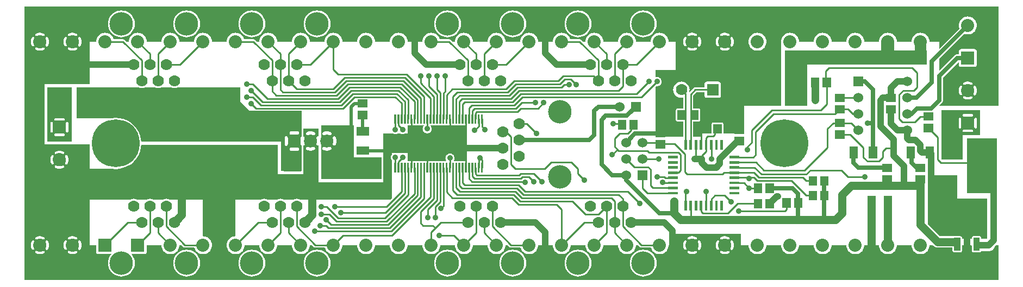
<source format=gbr>
G04 start of page 2 for group 0 idx 0 *
G04 Title: (unknown), component *
G04 Creator: pcb 20140316 *
G04 CreationDate: Fri 09 Jan 2015 10:12:06 PM GMT UTC *
G04 For: ndholmes *
G04 Format: Gerber/RS-274X *
G04 PCB-Dimensions (mil): 6000.00 1700.00 *
G04 PCB-Coordinate-Origin: lower left *
%MOIN*%
%FSLAX25Y25*%
%LNTOP*%
%ADD41C,0.0280*%
%ADD40C,0.0380*%
%ADD39C,0.0350*%
%ADD38C,0.1285*%
%ADD37C,0.1280*%
%ADD36C,0.0300*%
%ADD35C,0.0480*%
%ADD34C,0.0360*%
%ADD33R,0.0157X0.0157*%
%ADD32R,0.0945X0.0945*%
%ADD31R,0.0630X0.0630*%
%ADD30R,0.0378X0.0378*%
%ADD29R,0.0360X0.0360*%
%ADD28R,0.0430X0.0430*%
%ADD27R,0.0512X0.0512*%
%ADD26R,0.0100X0.0100*%
%ADD25R,0.0116X0.0116*%
%ADD24R,0.0490X0.0490*%
%ADD23C,0.0600*%
%ADD22C,0.0787*%
%ADD21C,0.2937*%
%ADD20C,0.1440*%
%ADD19C,0.0800*%
%ADD18C,0.0700*%
%ADD17C,0.0250*%
%ADD16C,0.0200*%
%ADD15C,0.0450*%
%ADD14C,0.0400*%
%ADD13C,0.0500*%
%ADD12C,0.0100*%
%ADD11C,0.0001*%
G54D11*G36*
X183000Y63000D02*Y76500D01*
X220000D01*
Y63000D01*
X183000D01*
G37*
G36*
X236000Y74000D02*Y81500D01*
X272500D01*
Y74000D01*
X263970D01*
X263986Y74014D01*
X264272Y74349D01*
X264503Y74725D01*
X264671Y75132D01*
X264774Y75561D01*
X264800Y76000D01*
X264774Y76439D01*
X264671Y76868D01*
X264503Y77275D01*
X264272Y77651D01*
X263986Y77986D01*
X263651Y78272D01*
X263275Y78503D01*
X262868Y78671D01*
X262439Y78774D01*
X262000Y78809D01*
X261561Y78774D01*
X261132Y78671D01*
X260725Y78503D01*
X260349Y78272D01*
X260014Y77986D01*
X259728Y77651D01*
X259497Y77275D01*
X259329Y76868D01*
X259226Y76439D01*
X259191Y76000D01*
X259226Y75561D01*
X259329Y75132D01*
X259497Y74725D01*
X259728Y74349D01*
X260014Y74014D01*
X260030Y74000D01*
X236000D01*
G37*
G36*
X272500Y89500D02*X236000D01*
Y96000D01*
X246030D01*
X246014Y95986D01*
X245728Y95651D01*
X245497Y95275D01*
X245329Y94868D01*
X245226Y94439D01*
X245191Y94000D01*
X245226Y93561D01*
X245329Y93132D01*
X245497Y92725D01*
X245728Y92349D01*
X246014Y92014D01*
X246349Y91728D01*
X246725Y91497D01*
X247132Y91329D01*
X247561Y91226D01*
X248000Y91191D01*
X248439Y91226D01*
X248868Y91329D01*
X249275Y91497D01*
X249651Y91728D01*
X249986Y92014D01*
X250272Y92349D01*
X250503Y92725D01*
X250671Y93132D01*
X250774Y93561D01*
X250800Y94000D01*
X250774Y94439D01*
X250671Y94868D01*
X250503Y95275D01*
X250272Y95651D01*
X249986Y95986D01*
X249970Y96000D01*
X272500D01*
Y89500D01*
G37*
G36*
X221000Y91000D02*X227221D01*
X227225Y90997D01*
X227632Y90829D01*
X228061Y90726D01*
X228500Y90691D01*
X228939Y90726D01*
X229368Y90829D01*
X229775Y90997D01*
X229779Y91000D01*
X231721D01*
X231725Y90997D01*
X232132Y90829D01*
X232561Y90726D01*
X233000Y90691D01*
X233439Y90726D01*
X233868Y90829D01*
X234275Y90997D01*
X234279Y91000D01*
X272500D01*
Y79000D01*
X234279D01*
X234275Y79003D01*
X233868Y79171D01*
X233439Y79274D01*
X233000Y79309D01*
X232561Y79274D01*
X232132Y79171D01*
X231725Y79003D01*
X231721Y79000D01*
X229779D01*
X229775Y79003D01*
X229368Y79171D01*
X228939Y79274D01*
X228500Y79309D01*
X228061Y79274D01*
X227632Y79171D01*
X227225Y79003D01*
X227221Y79000D01*
X224617D01*
X224824Y79176D01*
X225028Y79416D01*
X225193Y79684D01*
X225313Y79975D01*
X225387Y80281D01*
X225411Y80595D01*
X225387Y80909D01*
X225313Y81215D01*
X225193Y81506D01*
X225028Y81774D01*
X224824Y82014D01*
X224584Y82218D01*
X224316Y82383D01*
X224025Y82503D01*
X223719Y82576D01*
X223405Y82595D01*
X221000D01*
Y91000D01*
G37*
G36*
X191261Y96000D02*X203000D01*
Y74500D01*
X191261D01*
Y83683D01*
X191331Y83695D01*
X191480Y83746D01*
X191619Y83819D01*
X191745Y83913D01*
X191855Y84025D01*
X191946Y84154D01*
X192013Y84296D01*
X192204Y84828D01*
X192337Y85377D01*
X192417Y85936D01*
X192444Y86500D01*
X192417Y87064D01*
X192337Y87623D01*
X192204Y88172D01*
X192019Y88706D01*
X191950Y88848D01*
X191858Y88977D01*
X191748Y89091D01*
X191621Y89185D01*
X191481Y89259D01*
X191332Y89309D01*
X191261Y89321D01*
Y96000D01*
G37*
G36*
X186502D02*X191261D01*
Y89321D01*
X191176Y89336D01*
X191018Y89338D01*
X190861Y89315D01*
X190710Y89268D01*
X190569Y89198D01*
X190439Y89107D01*
X190326Y88996D01*
X190232Y88870D01*
X190158Y88730D01*
X190108Y88580D01*
X190081Y88424D01*
X190079Y88266D01*
X190102Y88110D01*
X190152Y87960D01*
X190278Y87608D01*
X190366Y87244D01*
X190419Y86874D01*
X190437Y86500D01*
X190419Y86126D01*
X190366Y85756D01*
X190278Y85392D01*
X190156Y85039D01*
X190106Y84889D01*
X190083Y84734D01*
X190085Y84576D01*
X190112Y84421D01*
X190162Y84272D01*
X190236Y84133D01*
X190330Y84007D01*
X190442Y83897D01*
X190571Y83806D01*
X190712Y83736D01*
X190862Y83689D01*
X191018Y83667D01*
X191175Y83668D01*
X191261Y83683D01*
Y74500D01*
X186502D01*
Y80556D01*
X187064Y80583D01*
X187623Y80663D01*
X188172Y80796D01*
X188706Y80981D01*
X188848Y81050D01*
X188977Y81142D01*
X189091Y81252D01*
X189185Y81379D01*
X189259Y81519D01*
X189309Y81668D01*
X189336Y81824D01*
X189338Y81982D01*
X189315Y82139D01*
X189268Y82290D01*
X189198Y82431D01*
X189107Y82561D01*
X188996Y82674D01*
X188870Y82768D01*
X188730Y82842D01*
X188580Y82892D01*
X188424Y82919D01*
X188266Y82921D01*
X188110Y82898D01*
X187960Y82848D01*
X187608Y82722D01*
X187244Y82634D01*
X186874Y82581D01*
X186502Y82563D01*
Y90437D01*
X186874Y90419D01*
X187244Y90366D01*
X187608Y90278D01*
X187961Y90156D01*
X188111Y90106D01*
X188266Y90083D01*
X188424Y90085D01*
X188579Y90112D01*
X188728Y90162D01*
X188867Y90236D01*
X188993Y90330D01*
X189103Y90442D01*
X189194Y90571D01*
X189264Y90712D01*
X189311Y90862D01*
X189333Y91018D01*
X189332Y91175D01*
X189305Y91331D01*
X189254Y91480D01*
X189181Y91619D01*
X189087Y91745D01*
X188975Y91855D01*
X188846Y91946D01*
X188704Y92013D01*
X188172Y92204D01*
X187623Y92337D01*
X187064Y92417D01*
X186502Y92444D01*
Y96000D01*
G37*
G36*
X183000Y74500D02*Y96000D01*
X186502D01*
Y92444D01*
X186500Y92444D01*
X185936Y92417D01*
X185377Y92337D01*
X184828Y92204D01*
X184294Y92019D01*
X184152Y91950D01*
X184023Y91858D01*
X183909Y91748D01*
X183815Y91621D01*
X183741Y91481D01*
X183691Y91332D01*
X183664Y91176D01*
X183662Y91018D01*
X183685Y90861D01*
X183732Y90710D01*
X183802Y90569D01*
X183893Y90439D01*
X184004Y90326D01*
X184130Y90232D01*
X184270Y90158D01*
X184420Y90108D01*
X184576Y90081D01*
X184734Y90079D01*
X184890Y90102D01*
X185040Y90152D01*
X185392Y90278D01*
X185756Y90366D01*
X186126Y90419D01*
X186500Y90437D01*
X186502Y90437D01*
Y82563D01*
X186500Y82563D01*
X186126Y82581D01*
X185756Y82634D01*
X185392Y82722D01*
X185039Y82844D01*
X184889Y82894D01*
X184734Y82917D01*
X184576Y82915D01*
X184421Y82888D01*
X184272Y82838D01*
X184133Y82764D01*
X184007Y82670D01*
X183897Y82558D01*
X183806Y82429D01*
X183736Y82288D01*
X183689Y82138D01*
X183667Y81982D01*
X183668Y81825D01*
X183695Y81669D01*
X183746Y81520D01*
X183819Y81381D01*
X183913Y81255D01*
X184025Y81145D01*
X184154Y81054D01*
X184296Y80987D01*
X184828Y80796D01*
X185377Y80663D01*
X185936Y80583D01*
X186500Y80556D01*
X186502Y80556D01*
Y74500D01*
X183000D01*
G37*
G36*
X226500Y61000D02*Y51621D01*
X225379Y50500D01*
X170085D01*
X170049Y50522D01*
X169395Y50793D01*
X168706Y50958D01*
X168000Y51014D01*
X167294Y50958D01*
X166605Y50793D01*
X165951Y50522D01*
X165915Y50500D01*
X160085D01*
X160049Y50522D01*
X159395Y50793D01*
X158706Y50958D01*
X158000Y51014D01*
X157294Y50958D01*
X156605Y50793D01*
X155951Y50522D01*
X155915Y50500D01*
X150085D01*
X150049Y50522D01*
X149395Y50793D01*
X148706Y50958D01*
X148000Y51014D01*
X147294Y50958D01*
X146605Y50793D01*
X145951Y50522D01*
X145915Y50500D01*
X129000D01*
Y61000D01*
X159186D01*
X159195Y55879D01*
X159232Y55726D01*
X159292Y55581D01*
X159374Y55446D01*
X159477Y55327D01*
X159596Y55224D01*
X159731Y55142D01*
X159876Y55082D01*
X160029Y55045D01*
X160186Y55036D01*
X170971Y55045D01*
X171124Y55082D01*
X171269Y55142D01*
X171404Y55224D01*
X171523Y55327D01*
X171626Y55446D01*
X171708Y55581D01*
X171768Y55726D01*
X171805Y55879D01*
X171814Y56036D01*
X171805Y61000D01*
X182048D01*
X182057Y55741D01*
X182094Y55588D01*
X182154Y55443D01*
X182236Y55308D01*
X182339Y55189D01*
X182458Y55086D01*
X182593Y55004D01*
X182738Y54944D01*
X182891Y54907D01*
X183048Y54898D01*
X189109Y54907D01*
X189262Y54944D01*
X189407Y55004D01*
X189542Y55086D01*
X189661Y55189D01*
X189764Y55308D01*
X189846Y55443D01*
X189906Y55588D01*
X189943Y55741D01*
X189952Y55898D01*
X189943Y61000D01*
X194253D01*
X194250Y60950D01*
X194259Y55893D01*
X194296Y55740D01*
X194356Y55595D01*
X194438Y55460D01*
X194541Y55341D01*
X194660Y55238D01*
X194795Y55156D01*
X194940Y55096D01*
X195093Y55059D01*
X195250Y55050D01*
X203907Y55059D01*
X204060Y55096D01*
X204205Y55156D01*
X204340Y55238D01*
X204459Y55341D01*
X204562Y55460D01*
X204644Y55595D01*
X204704Y55740D01*
X204741Y55893D01*
X204750Y56050D01*
X204741Y61000D01*
X210253D01*
X210250Y60950D01*
X210259Y55893D01*
X210296Y55740D01*
X210356Y55595D01*
X210438Y55460D01*
X210541Y55341D01*
X210660Y55238D01*
X210795Y55156D01*
X210940Y55096D01*
X211093Y55059D01*
X211250Y55050D01*
X219907Y55059D01*
X220060Y55096D01*
X220205Y55156D01*
X220340Y55238D01*
X220459Y55341D01*
X220562Y55460D01*
X220644Y55595D01*
X220704Y55740D01*
X220741Y55893D01*
X220750Y56050D01*
X220741Y61000D01*
X226500D01*
G37*
G36*
X157500D02*X222000D01*
Y54000D01*
X157500D01*
Y61000D01*
G37*
G36*
X430502Y22500D02*X434500D01*
X434482Y22125D01*
X434430Y21753D01*
X434342Y21388D01*
X434221Y21032D01*
X434067Y20690D01*
X434020Y20582D01*
X433993Y20467D01*
X433983Y20349D01*
X433993Y20232D01*
X434021Y20117D01*
X434066Y20008D01*
X434128Y19907D01*
X434205Y19818D01*
X434295Y19741D01*
X434395Y19680D01*
X434504Y19635D01*
X434619Y19607D01*
X434737Y19598D01*
X434855Y19608D01*
X434969Y19635D01*
X435078Y19681D01*
X435179Y19743D01*
X435269Y19819D01*
X435345Y19909D01*
X435405Y20011D01*
X435622Y20480D01*
X435789Y20969D01*
X435909Y21472D01*
X435982Y21984D01*
X436006Y22500D01*
X440500D01*
Y1000D01*
X430502D01*
Y16994D01*
X431016Y17018D01*
X431528Y17091D01*
X432031Y17211D01*
X432520Y17378D01*
X432992Y17590D01*
X433093Y17651D01*
X433184Y17728D01*
X433261Y17818D01*
X433323Y17920D01*
X433369Y18029D01*
X433397Y18145D01*
X433406Y18263D01*
X433397Y18381D01*
X433370Y18497D01*
X433324Y18607D01*
X433262Y18708D01*
X433186Y18798D01*
X433095Y18876D01*
X432994Y18938D01*
X432885Y18984D01*
X432769Y19011D01*
X432651Y19021D01*
X432532Y19012D01*
X432417Y18984D01*
X432308Y18937D01*
X431968Y18779D01*
X431612Y18658D01*
X431247Y18570D01*
X430875Y18518D01*
X430502Y18500D01*
Y22500D01*
G37*
G36*
X410502D02*X414500D01*
X414482Y22125D01*
X414430Y21753D01*
X414342Y21388D01*
X414221Y21032D01*
X414067Y20690D01*
X414020Y20582D01*
X413993Y20467D01*
X413983Y20349D01*
X413993Y20232D01*
X414021Y20117D01*
X414066Y20008D01*
X414128Y19907D01*
X414205Y19818D01*
X414295Y19741D01*
X414395Y19680D01*
X414504Y19635D01*
X414619Y19607D01*
X414737Y19598D01*
X414855Y19608D01*
X414969Y19635D01*
X415078Y19681D01*
X415179Y19743D01*
X415269Y19819D01*
X415345Y19909D01*
X415405Y20011D01*
X415622Y20480D01*
X415789Y20969D01*
X415909Y21472D01*
X415982Y21984D01*
X416006Y22500D01*
X424994D01*
X425018Y21984D01*
X425091Y21472D01*
X425211Y20969D01*
X425378Y20480D01*
X425590Y20008D01*
X425651Y19907D01*
X425728Y19816D01*
X425818Y19739D01*
X425920Y19677D01*
X426029Y19631D01*
X426145Y19603D01*
X426263Y19594D01*
X426381Y19603D01*
X426497Y19630D01*
X426607Y19676D01*
X426708Y19738D01*
X426798Y19814D01*
X426876Y19905D01*
X426938Y20006D01*
X426984Y20115D01*
X427011Y20231D01*
X427021Y20349D01*
X427012Y20468D01*
X426984Y20583D01*
X426937Y20692D01*
X426779Y21032D01*
X426658Y21388D01*
X426570Y21753D01*
X426518Y22125D01*
X426500Y22500D01*
X430502D01*
Y18500D01*
X430500Y18500D01*
X430125Y18518D01*
X429753Y18570D01*
X429388Y18658D01*
X429032Y18779D01*
X428690Y18933D01*
X428582Y18980D01*
X428467Y19007D01*
X428349Y19017D01*
X428232Y19007D01*
X428117Y18979D01*
X428008Y18934D01*
X427907Y18872D01*
X427818Y18795D01*
X427741Y18705D01*
X427680Y18605D01*
X427635Y18496D01*
X427607Y18381D01*
X427598Y18263D01*
X427608Y18145D01*
X427635Y18031D01*
X427681Y17922D01*
X427743Y17821D01*
X427819Y17731D01*
X427909Y17655D01*
X428011Y17595D01*
X428480Y17378D01*
X428969Y17211D01*
X429472Y17091D01*
X429984Y17018D01*
X430500Y16994D01*
X430502Y16994D01*
Y1000D01*
X410502D01*
Y16994D01*
X411016Y17018D01*
X411528Y17091D01*
X412031Y17211D01*
X412520Y17378D01*
X412992Y17590D01*
X413093Y17651D01*
X413184Y17728D01*
X413261Y17818D01*
X413323Y17920D01*
X413369Y18029D01*
X413397Y18145D01*
X413406Y18263D01*
X413397Y18381D01*
X413370Y18497D01*
X413324Y18607D01*
X413262Y18708D01*
X413186Y18798D01*
X413095Y18876D01*
X412994Y18938D01*
X412885Y18984D01*
X412769Y19011D01*
X412651Y19021D01*
X412532Y19012D01*
X412417Y18984D01*
X412308Y18937D01*
X411968Y18779D01*
X411612Y18658D01*
X411247Y18570D01*
X410875Y18518D01*
X410502Y18500D01*
Y22500D01*
G37*
G36*
X380487Y21000D02*X385204D01*
X385253Y20795D01*
X385584Y19995D01*
X386037Y19257D01*
X386599Y18599D01*
X387257Y18037D01*
X387995Y17584D01*
X388795Y17253D01*
X389637Y17051D01*
X390500Y16983D01*
X391363Y17051D01*
X392205Y17253D01*
X393005Y17584D01*
X393743Y18037D01*
X394401Y18599D01*
X394963Y19257D01*
X395416Y19995D01*
X395747Y20795D01*
X395949Y21637D01*
X396000Y22500D01*
X404994D01*
X405018Y21984D01*
X405091Y21472D01*
X405211Y20969D01*
X405378Y20480D01*
X405590Y20008D01*
X405651Y19907D01*
X405728Y19816D01*
X405818Y19739D01*
X405920Y19677D01*
X406029Y19631D01*
X406145Y19603D01*
X406263Y19594D01*
X406381Y19603D01*
X406497Y19630D01*
X406607Y19676D01*
X406708Y19738D01*
X406798Y19814D01*
X406876Y19905D01*
X406938Y20006D01*
X406984Y20115D01*
X407011Y20231D01*
X407021Y20349D01*
X407012Y20468D01*
X406984Y20583D01*
X406937Y20692D01*
X406779Y21032D01*
X406658Y21388D01*
X406570Y21753D01*
X406518Y22125D01*
X406500Y22500D01*
X410502D01*
Y18500D01*
X410500Y18500D01*
X410125Y18518D01*
X409753Y18570D01*
X409388Y18658D01*
X409032Y18779D01*
X408690Y18933D01*
X408582Y18980D01*
X408467Y19007D01*
X408349Y19017D01*
X408232Y19007D01*
X408117Y18979D01*
X408008Y18934D01*
X407907Y18872D01*
X407818Y18795D01*
X407741Y18705D01*
X407680Y18605D01*
X407635Y18496D01*
X407607Y18381D01*
X407598Y18263D01*
X407608Y18145D01*
X407635Y18031D01*
X407681Y17922D01*
X407743Y17821D01*
X407819Y17731D01*
X407909Y17655D01*
X408011Y17595D01*
X408480Y17378D01*
X408969Y17211D01*
X409472Y17091D01*
X409984Y17018D01*
X410500Y16994D01*
X410502Y16994D01*
Y1000D01*
X380487D01*
Y3276D01*
X380500Y3275D01*
X381787Y3376D01*
X383042Y3677D01*
X384234Y4171D01*
X385335Y4846D01*
X386316Y5684D01*
X387154Y6665D01*
X387829Y7766D01*
X388323Y8958D01*
X388624Y10213D01*
X388700Y11500D01*
X388624Y12787D01*
X388323Y14042D01*
X387829Y15234D01*
X387154Y16335D01*
X386316Y17316D01*
X385335Y18154D01*
X384234Y18829D01*
X383042Y19323D01*
X381787Y19624D01*
X380500Y19725D01*
X380487Y19724D01*
Y21000D01*
G37*
G36*
X340487Y22500D02*X344983D01*
X345051Y21637D01*
X345253Y20795D01*
X345584Y19995D01*
X346037Y19257D01*
X346599Y18599D01*
X347257Y18037D01*
X347995Y17584D01*
X348795Y17253D01*
X349637Y17051D01*
X350500Y16983D01*
X351363Y17051D01*
X352205Y17253D01*
X353005Y17584D01*
X353743Y18037D01*
X354401Y18599D01*
X354963Y19257D01*
X355416Y19995D01*
X355747Y20795D01*
X355949Y21637D01*
X356000Y22500D01*
X364983D01*
X365051Y21637D01*
X365253Y20795D01*
X365584Y19995D01*
X366037Y19257D01*
X366599Y18599D01*
X367257Y18037D01*
X367995Y17584D01*
X368795Y17253D01*
X369637Y17051D01*
X370500Y16983D01*
X371363Y17051D01*
X372205Y17253D01*
X373005Y17584D01*
X373743Y18037D01*
X374401Y18599D01*
X374963Y19257D01*
X375416Y19995D01*
X375747Y20795D01*
X375949Y21637D01*
X376000Y22500D01*
X377379D01*
X378398Y21481D01*
X378436Y21436D01*
X378616Y21283D01*
X378817Y21159D01*
X379035Y21069D01*
X379265Y21014D01*
X379500Y20995D01*
X379559Y21000D01*
X380487D01*
Y19724D01*
X379213Y19624D01*
X377958Y19323D01*
X376766Y18829D01*
X375665Y18154D01*
X374684Y17316D01*
X373846Y16335D01*
X373171Y15234D01*
X372677Y14042D01*
X372376Y12787D01*
X372275Y11500D01*
X372376Y10213D01*
X372677Y8958D01*
X373171Y7766D01*
X373846Y6665D01*
X374684Y5684D01*
X375665Y4846D01*
X376766Y4171D01*
X377958Y3677D01*
X379213Y3376D01*
X380487Y3276D01*
Y1000D01*
X340487D01*
Y3276D01*
X340500Y3275D01*
X341787Y3376D01*
X343042Y3677D01*
X344234Y4171D01*
X345335Y4846D01*
X346316Y5684D01*
X347154Y6665D01*
X347829Y7766D01*
X348323Y8958D01*
X348624Y10213D01*
X348700Y11500D01*
X348624Y12787D01*
X348323Y14042D01*
X347829Y15234D01*
X347154Y16335D01*
X346316Y17316D01*
X345335Y18154D01*
X344234Y18829D01*
X343042Y19323D01*
X341787Y19624D01*
X340500Y19725D01*
X340487Y19724D01*
Y22500D01*
G37*
G36*
X300487Y21000D02*X305204D01*
X305253Y20795D01*
X305584Y19995D01*
X306037Y19257D01*
X306599Y18599D01*
X307257Y18037D01*
X307995Y17584D01*
X308795Y17253D01*
X309637Y17051D01*
X310500Y16983D01*
X311363Y17051D01*
X312205Y17253D01*
X313005Y17584D01*
X313743Y18037D01*
X314401Y18599D01*
X314963Y19257D01*
X315416Y19995D01*
X315747Y20795D01*
X315949Y21637D01*
X316000Y22500D01*
X324983D01*
X325051Y21637D01*
X325253Y20795D01*
X325584Y19995D01*
X326037Y19257D01*
X326599Y18599D01*
X327257Y18037D01*
X327995Y17584D01*
X328795Y17253D01*
X329637Y17051D01*
X330500Y16983D01*
X331363Y17051D01*
X332205Y17253D01*
X333005Y17584D01*
X333743Y18037D01*
X334401Y18599D01*
X334963Y19257D01*
X335416Y19995D01*
X335747Y20795D01*
X335949Y21637D01*
X336000Y22500D01*
X340487D01*
Y19724D01*
X339213Y19624D01*
X337958Y19323D01*
X336766Y18829D01*
X335665Y18154D01*
X334684Y17316D01*
X333846Y16335D01*
X333171Y15234D01*
X332677Y14042D01*
X332376Y12787D01*
X332275Y11500D01*
X332376Y10213D01*
X332677Y8958D01*
X333171Y7766D01*
X333846Y6665D01*
X334684Y5684D01*
X335665Y4846D01*
X336766Y4171D01*
X337958Y3677D01*
X339213Y3376D01*
X340487Y3276D01*
Y1000D01*
X300487D01*
Y3276D01*
X300500Y3275D01*
X301787Y3376D01*
X303042Y3677D01*
X304234Y4171D01*
X305335Y4846D01*
X306316Y5684D01*
X307154Y6665D01*
X307829Y7766D01*
X308323Y8958D01*
X308624Y10213D01*
X308700Y11500D01*
X308624Y12787D01*
X308323Y14042D01*
X307829Y15234D01*
X307154Y16335D01*
X306316Y17316D01*
X305335Y18154D01*
X304234Y18829D01*
X303042Y19323D01*
X301787Y19624D01*
X300500Y19725D01*
X300487Y19724D01*
Y21000D01*
G37*
G36*
X260487Y22500D02*X264983D01*
X265051Y21637D01*
X265253Y20795D01*
X265584Y19995D01*
X266037Y19257D01*
X266599Y18599D01*
X267257Y18037D01*
X267995Y17584D01*
X268795Y17253D01*
X269637Y17051D01*
X270500Y16983D01*
X271363Y17051D01*
X272205Y17253D01*
X273005Y17584D01*
X273743Y18037D01*
X274401Y18599D01*
X274963Y19257D01*
X275416Y19995D01*
X275747Y20795D01*
X275949Y21637D01*
X276000Y22500D01*
X284983D01*
X285051Y21637D01*
X285253Y20795D01*
X285584Y19995D01*
X286037Y19257D01*
X286599Y18599D01*
X287257Y18037D01*
X287995Y17584D01*
X288795Y17253D01*
X289637Y17051D01*
X290500Y16983D01*
X291363Y17051D01*
X292205Y17253D01*
X293005Y17584D01*
X293743Y18037D01*
X294401Y18599D01*
X294963Y19257D01*
X295416Y19995D01*
X295747Y20795D01*
X295949Y21637D01*
X296000Y22500D01*
X297379D01*
X298398Y21481D01*
X298436Y21436D01*
X298616Y21283D01*
X298817Y21159D01*
X299035Y21069D01*
X299265Y21014D01*
X299500Y20995D01*
X299559Y21000D01*
X300487D01*
Y19724D01*
X299213Y19624D01*
X297958Y19323D01*
X296766Y18829D01*
X295665Y18154D01*
X294684Y17316D01*
X293846Y16335D01*
X293171Y15234D01*
X292677Y14042D01*
X292376Y12787D01*
X292275Y11500D01*
X292376Y10213D01*
X292677Y8958D01*
X293171Y7766D01*
X293846Y6665D01*
X294684Y5684D01*
X295665Y4846D01*
X296766Y4171D01*
X297958Y3677D01*
X299213Y3376D01*
X300487Y3276D01*
Y1000D01*
X260487D01*
Y3276D01*
X260500Y3275D01*
X261787Y3376D01*
X263042Y3677D01*
X264234Y4171D01*
X265335Y4846D01*
X266316Y5684D01*
X267154Y6665D01*
X267829Y7766D01*
X268323Y8958D01*
X268624Y10213D01*
X268700Y11500D01*
X268624Y12787D01*
X268323Y14042D01*
X267829Y15234D01*
X267154Y16335D01*
X266316Y17316D01*
X265335Y18154D01*
X264234Y18829D01*
X263042Y19323D01*
X261787Y19624D01*
X260500Y19725D01*
X260487Y19724D01*
Y22500D01*
G37*
G36*
X180487Y21000D02*X185204D01*
X185253Y20795D01*
X185584Y19995D01*
X186037Y19257D01*
X186599Y18599D01*
X187257Y18037D01*
X187995Y17584D01*
X188795Y17253D01*
X189637Y17051D01*
X190500Y16983D01*
X191363Y17051D01*
X192205Y17253D01*
X193005Y17584D01*
X193743Y18037D01*
X194401Y18599D01*
X194963Y19257D01*
X195416Y19995D01*
X195747Y20795D01*
X195949Y21637D01*
X196000Y22500D01*
X204983D01*
X205051Y21637D01*
X205253Y20795D01*
X205584Y19995D01*
X206037Y19257D01*
X206599Y18599D01*
X207257Y18037D01*
X207995Y17584D01*
X208795Y17253D01*
X209637Y17051D01*
X210500Y16983D01*
X211363Y17051D01*
X212205Y17253D01*
X213005Y17584D01*
X213743Y18037D01*
X214401Y18599D01*
X214963Y19257D01*
X215416Y19995D01*
X215747Y20795D01*
X215949Y21637D01*
X216000Y22500D01*
X224983D01*
X225051Y21637D01*
X225253Y20795D01*
X225584Y19995D01*
X226037Y19257D01*
X226599Y18599D01*
X227257Y18037D01*
X227995Y17584D01*
X228795Y17253D01*
X229637Y17051D01*
X230500Y16983D01*
X231363Y17051D01*
X232205Y17253D01*
X233005Y17584D01*
X233743Y18037D01*
X234401Y18599D01*
X234963Y19257D01*
X235416Y19995D01*
X235747Y20795D01*
X235949Y21637D01*
X236000Y22500D01*
X244983D01*
X245051Y21637D01*
X245253Y20795D01*
X245584Y19995D01*
X246037Y19257D01*
X246599Y18599D01*
X247257Y18037D01*
X247995Y17584D01*
X248795Y17253D01*
X249637Y17051D01*
X250500Y16983D01*
X251363Y17051D01*
X252205Y17253D01*
X253005Y17584D01*
X253743Y18037D01*
X254401Y18599D01*
X254963Y19257D01*
X255416Y19995D01*
X255747Y20795D01*
X255949Y21637D01*
X256000Y22500D01*
X260487D01*
Y19724D01*
X259213Y19624D01*
X257958Y19323D01*
X256766Y18829D01*
X255665Y18154D01*
X254684Y17316D01*
X253846Y16335D01*
X253171Y15234D01*
X252677Y14042D01*
X252376Y12787D01*
X252275Y11500D01*
X252376Y10213D01*
X252677Y8958D01*
X253171Y7766D01*
X253846Y6665D01*
X254684Y5684D01*
X255665Y4846D01*
X256766Y4171D01*
X257958Y3677D01*
X259213Y3376D01*
X260487Y3276D01*
Y1000D01*
X180487D01*
Y3276D01*
X180500Y3275D01*
X181787Y3376D01*
X183042Y3677D01*
X184234Y4171D01*
X185335Y4846D01*
X186316Y5684D01*
X187154Y6665D01*
X187829Y7766D01*
X188323Y8958D01*
X188624Y10213D01*
X188700Y11500D01*
X188624Y12787D01*
X188323Y14042D01*
X187829Y15234D01*
X187154Y16335D01*
X186316Y17316D01*
X185335Y18154D01*
X184234Y18829D01*
X183042Y19323D01*
X181787Y19624D01*
X180500Y19725D01*
X180487Y19724D01*
Y21000D01*
G37*
G36*
X140487Y22500D02*X144983D01*
X145051Y21637D01*
X145253Y20795D01*
X145584Y19995D01*
X146037Y19257D01*
X146599Y18599D01*
X147257Y18037D01*
X147995Y17584D01*
X148795Y17253D01*
X149637Y17051D01*
X150500Y16983D01*
X151363Y17051D01*
X152205Y17253D01*
X153005Y17584D01*
X153743Y18037D01*
X154401Y18599D01*
X154963Y19257D01*
X155416Y19995D01*
X155747Y20795D01*
X155949Y21637D01*
X156000Y22500D01*
X164983D01*
X165051Y21637D01*
X165253Y20795D01*
X165584Y19995D01*
X166037Y19257D01*
X166599Y18599D01*
X167257Y18037D01*
X167995Y17584D01*
X168795Y17253D01*
X169637Y17051D01*
X170500Y16983D01*
X171363Y17051D01*
X172205Y17253D01*
X173005Y17584D01*
X173743Y18037D01*
X174401Y18599D01*
X174963Y19257D01*
X175416Y19995D01*
X175747Y20795D01*
X175949Y21637D01*
X176000Y22500D01*
X177379D01*
X178398Y21481D01*
X178436Y21436D01*
X178616Y21283D01*
X178817Y21159D01*
X179035Y21069D01*
X179265Y21014D01*
X179500Y20995D01*
X179559Y21000D01*
X180487D01*
Y19724D01*
X179213Y19624D01*
X177958Y19323D01*
X176766Y18829D01*
X175665Y18154D01*
X174684Y17316D01*
X173846Y16335D01*
X173171Y15234D01*
X172677Y14042D01*
X172376Y12787D01*
X172275Y11500D01*
X172376Y10213D01*
X172677Y8958D01*
X173171Y7766D01*
X173846Y6665D01*
X174684Y5684D01*
X175665Y4846D01*
X176766Y4171D01*
X177958Y3677D01*
X179213Y3376D01*
X180487Y3276D01*
Y1000D01*
X140487D01*
Y3276D01*
X140500Y3275D01*
X141787Y3376D01*
X143042Y3677D01*
X144234Y4171D01*
X145335Y4846D01*
X146316Y5684D01*
X147154Y6665D01*
X147829Y7766D01*
X148323Y8958D01*
X148624Y10213D01*
X148700Y11500D01*
X148624Y12787D01*
X148323Y14042D01*
X147829Y15234D01*
X147154Y16335D01*
X146316Y17316D01*
X145335Y18154D01*
X144234Y18829D01*
X143042Y19323D01*
X141787Y19624D01*
X140500Y19725D01*
X140487Y19724D01*
Y22500D01*
G37*
G36*
X110500Y1000D02*Y16983D01*
X111363Y17051D01*
X112205Y17253D01*
X113005Y17584D01*
X113743Y18037D01*
X114401Y18599D01*
X114963Y19257D01*
X115416Y19995D01*
X115747Y20795D01*
X115949Y21637D01*
X116000Y22500D01*
X124983D01*
X125051Y21637D01*
X125253Y20795D01*
X125584Y19995D01*
X126037Y19257D01*
X126599Y18599D01*
X127257Y18037D01*
X127995Y17584D01*
X128795Y17253D01*
X129637Y17051D01*
X130500Y16983D01*
X131363Y17051D01*
X132205Y17253D01*
X133005Y17584D01*
X133743Y18037D01*
X134401Y18599D01*
X134963Y19257D01*
X135416Y19995D01*
X135747Y20795D01*
X135949Y21637D01*
X136000Y22500D01*
X140487D01*
Y19724D01*
X139213Y19624D01*
X137958Y19323D01*
X136766Y18829D01*
X135665Y18154D01*
X134684Y17316D01*
X133846Y16335D01*
X133171Y15234D01*
X132677Y14042D01*
X132376Y12787D01*
X132275Y11500D01*
X132376Y10213D01*
X132677Y8958D01*
X133171Y7766D01*
X133846Y6665D01*
X134684Y5684D01*
X135665Y4846D01*
X136766Y4171D01*
X137958Y3677D01*
X139213Y3376D01*
X140487Y3276D01*
Y1000D01*
X110500D01*
G37*
G36*
Y16983D01*
X111363Y17051D01*
X112205Y17253D01*
X113005Y17584D01*
X113743Y18037D01*
X114401Y18599D01*
X114963Y19257D01*
X115416Y19995D01*
X115747Y20795D01*
X115949Y21637D01*
X116000Y22500D01*
X115949Y23363D01*
X115747Y24205D01*
X115416Y25005D01*
X114963Y25743D01*
X114401Y26401D01*
X113743Y26963D01*
X113005Y27416D01*
X112205Y27747D01*
X111363Y27949D01*
X110500Y28017D01*
Y54000D01*
X130500D01*
Y28017D01*
X129637Y27949D01*
X128795Y27747D01*
X127995Y27416D01*
X127257Y26963D01*
X126599Y26401D01*
X126037Y25743D01*
X125584Y25005D01*
X125253Y24205D01*
X125051Y23363D01*
X124983Y22500D01*
X125051Y21637D01*
X125253Y20795D01*
X125584Y19995D01*
X126037Y19257D01*
X126599Y18599D01*
X127257Y18037D01*
X127995Y17584D01*
X128795Y17253D01*
X129637Y17051D01*
X130500Y16983D01*
Y1000D01*
X110500D01*
G37*
G36*
X434993Y29500D02*X440500D01*
Y18000D01*
X434993D01*
Y19645D01*
X435078Y19681D01*
X435179Y19743D01*
X435269Y19819D01*
X435345Y19909D01*
X435405Y20011D01*
X435622Y20480D01*
X435789Y20969D01*
X435909Y21472D01*
X435982Y21984D01*
X436006Y22500D01*
X435982Y23016D01*
X435909Y23528D01*
X435789Y24031D01*
X435622Y24520D01*
X435410Y24992D01*
X435349Y25093D01*
X435272Y25184D01*
X435182Y25261D01*
X435080Y25323D01*
X434993Y25360D01*
Y29500D01*
G37*
G36*
X430498D02*X434993D01*
Y25360D01*
X434971Y25369D01*
X434855Y25397D01*
X434737Y25406D01*
X434619Y25397D01*
X434503Y25370D01*
X434393Y25324D01*
X434292Y25262D01*
X434202Y25186D01*
X434124Y25095D01*
X434062Y24994D01*
X434016Y24885D01*
X433989Y24769D01*
X433979Y24651D01*
X433988Y24532D01*
X434016Y24417D01*
X434063Y24308D01*
X434221Y23968D01*
X434342Y23612D01*
X434430Y23247D01*
X434482Y22875D01*
X434500Y22500D01*
X434482Y22125D01*
X434430Y21753D01*
X434342Y21388D01*
X434221Y21032D01*
X434067Y20690D01*
X434020Y20582D01*
X433993Y20467D01*
X433983Y20349D01*
X433993Y20232D01*
X434021Y20117D01*
X434066Y20008D01*
X434128Y19907D01*
X434205Y19818D01*
X434295Y19741D01*
X434395Y19680D01*
X434504Y19635D01*
X434619Y19607D01*
X434737Y19598D01*
X434855Y19608D01*
X434969Y19635D01*
X434993Y19645D01*
Y18000D01*
X433357D01*
X433369Y18029D01*
X433397Y18145D01*
X433406Y18263D01*
X433397Y18381D01*
X433370Y18497D01*
X433324Y18607D01*
X433262Y18708D01*
X433186Y18798D01*
X433095Y18876D01*
X432994Y18938D01*
X432885Y18984D01*
X432769Y19011D01*
X432651Y19021D01*
X432532Y19012D01*
X432417Y18984D01*
X432308Y18937D01*
X431968Y18779D01*
X431612Y18658D01*
X431247Y18570D01*
X430875Y18518D01*
X430500Y18500D01*
X430498Y18500D01*
Y26500D01*
X430500Y26500D01*
X430875Y26482D01*
X431247Y26430D01*
X431612Y26342D01*
X431968Y26221D01*
X432310Y26067D01*
X432418Y26020D01*
X432533Y25993D01*
X432651Y25983D01*
X432768Y25993D01*
X432883Y26021D01*
X432992Y26066D01*
X433093Y26128D01*
X433182Y26205D01*
X433259Y26295D01*
X433320Y26395D01*
X433365Y26504D01*
X433393Y26619D01*
X433402Y26737D01*
X433392Y26855D01*
X433365Y26969D01*
X433319Y27078D01*
X433257Y27179D01*
X433181Y27269D01*
X433091Y27345D01*
X432989Y27405D01*
X432520Y27622D01*
X432031Y27789D01*
X431528Y27909D01*
X431016Y27982D01*
X430500Y28006D01*
X430498Y28006D01*
Y29500D01*
G37*
G36*
X426007D02*X430498D01*
Y28006D01*
X429984Y27982D01*
X429472Y27909D01*
X428969Y27789D01*
X428480Y27622D01*
X428008Y27410D01*
X427907Y27349D01*
X427816Y27272D01*
X427739Y27182D01*
X427677Y27080D01*
X427631Y26971D01*
X427603Y26855D01*
X427594Y26737D01*
X427603Y26619D01*
X427630Y26503D01*
X427676Y26393D01*
X427738Y26292D01*
X427814Y26202D01*
X427905Y26124D01*
X428006Y26062D01*
X428115Y26016D01*
X428231Y25989D01*
X428349Y25979D01*
X428468Y25988D01*
X428583Y26016D01*
X428692Y26063D01*
X429032Y26221D01*
X429388Y26342D01*
X429753Y26430D01*
X430125Y26482D01*
X430498Y26500D01*
Y18500D01*
X430125Y18518D01*
X429753Y18570D01*
X429388Y18658D01*
X429032Y18779D01*
X428690Y18933D01*
X428582Y18980D01*
X428467Y19007D01*
X428349Y19017D01*
X428232Y19007D01*
X428117Y18979D01*
X428008Y18934D01*
X427907Y18872D01*
X427818Y18795D01*
X427741Y18705D01*
X427680Y18605D01*
X427635Y18496D01*
X427607Y18381D01*
X427598Y18263D01*
X427608Y18145D01*
X427635Y18031D01*
X427648Y18000D01*
X426007D01*
Y19640D01*
X426029Y19631D01*
X426145Y19603D01*
X426263Y19594D01*
X426381Y19603D01*
X426497Y19630D01*
X426607Y19676D01*
X426708Y19738D01*
X426798Y19814D01*
X426876Y19905D01*
X426938Y20006D01*
X426984Y20115D01*
X427011Y20231D01*
X427021Y20349D01*
X427012Y20468D01*
X426984Y20583D01*
X426937Y20692D01*
X426779Y21032D01*
X426658Y21388D01*
X426570Y21753D01*
X426518Y22125D01*
X426500Y22500D01*
X426518Y22875D01*
X426570Y23247D01*
X426658Y23612D01*
X426779Y23968D01*
X426933Y24310D01*
X426980Y24418D01*
X427007Y24533D01*
X427017Y24651D01*
X427007Y24768D01*
X426979Y24883D01*
X426934Y24992D01*
X426872Y25093D01*
X426795Y25182D01*
X426705Y25259D01*
X426605Y25320D01*
X426496Y25365D01*
X426381Y25393D01*
X426263Y25402D01*
X426145Y25392D01*
X426031Y25365D01*
X426007Y25355D01*
Y29500D01*
G37*
G36*
X414993D02*X426007D01*
Y25355D01*
X425922Y25319D01*
X425821Y25257D01*
X425731Y25181D01*
X425655Y25091D01*
X425595Y24989D01*
X425378Y24520D01*
X425211Y24031D01*
X425091Y23528D01*
X425018Y23016D01*
X424994Y22500D01*
X425018Y21984D01*
X425091Y21472D01*
X425211Y20969D01*
X425378Y20480D01*
X425590Y20008D01*
X425651Y19907D01*
X425728Y19816D01*
X425818Y19739D01*
X425920Y19677D01*
X426007Y19640D01*
Y18000D01*
X414993D01*
Y19645D01*
X415078Y19681D01*
X415179Y19743D01*
X415269Y19819D01*
X415345Y19909D01*
X415405Y20011D01*
X415622Y20480D01*
X415789Y20969D01*
X415909Y21472D01*
X415982Y21984D01*
X416006Y22500D01*
X415982Y23016D01*
X415909Y23528D01*
X415789Y24031D01*
X415622Y24520D01*
X415410Y24992D01*
X415349Y25093D01*
X415272Y25184D01*
X415182Y25261D01*
X415080Y25323D01*
X414993Y25360D01*
Y29500D01*
G37*
G36*
X410498D02*X414993D01*
Y25360D01*
X414971Y25369D01*
X414855Y25397D01*
X414737Y25406D01*
X414619Y25397D01*
X414503Y25370D01*
X414393Y25324D01*
X414292Y25262D01*
X414202Y25186D01*
X414124Y25095D01*
X414062Y24994D01*
X414016Y24885D01*
X413989Y24769D01*
X413979Y24651D01*
X413988Y24532D01*
X414016Y24417D01*
X414063Y24308D01*
X414221Y23968D01*
X414342Y23612D01*
X414430Y23247D01*
X414482Y22875D01*
X414500Y22500D01*
X414482Y22125D01*
X414430Y21753D01*
X414342Y21388D01*
X414221Y21032D01*
X414067Y20690D01*
X414020Y20582D01*
X413993Y20467D01*
X413983Y20349D01*
X413993Y20232D01*
X414021Y20117D01*
X414066Y20008D01*
X414128Y19907D01*
X414205Y19818D01*
X414295Y19741D01*
X414395Y19680D01*
X414504Y19635D01*
X414619Y19607D01*
X414737Y19598D01*
X414855Y19608D01*
X414969Y19635D01*
X414993Y19645D01*
Y18000D01*
X413357D01*
X413369Y18029D01*
X413397Y18145D01*
X413406Y18263D01*
X413397Y18381D01*
X413370Y18497D01*
X413324Y18607D01*
X413262Y18708D01*
X413186Y18798D01*
X413095Y18876D01*
X412994Y18938D01*
X412885Y18984D01*
X412769Y19011D01*
X412651Y19021D01*
X412532Y19012D01*
X412417Y18984D01*
X412308Y18937D01*
X411968Y18779D01*
X411612Y18658D01*
X411247Y18570D01*
X410875Y18518D01*
X410500Y18500D01*
X410498Y18500D01*
Y26500D01*
X410500Y26500D01*
X410875Y26482D01*
X411247Y26430D01*
X411612Y26342D01*
X411968Y26221D01*
X412310Y26067D01*
X412418Y26020D01*
X412533Y25993D01*
X412651Y25983D01*
X412768Y25993D01*
X412883Y26021D01*
X412992Y26066D01*
X413093Y26128D01*
X413182Y26205D01*
X413259Y26295D01*
X413320Y26395D01*
X413365Y26504D01*
X413393Y26619D01*
X413402Y26737D01*
X413392Y26855D01*
X413365Y26969D01*
X413319Y27078D01*
X413257Y27179D01*
X413181Y27269D01*
X413091Y27345D01*
X412989Y27405D01*
X412520Y27622D01*
X412031Y27789D01*
X411528Y27909D01*
X411016Y27982D01*
X410500Y28006D01*
X410498Y28006D01*
Y29500D01*
G37*
G36*
X406007D02*X410498D01*
Y28006D01*
X409984Y27982D01*
X409472Y27909D01*
X408969Y27789D01*
X408480Y27622D01*
X408008Y27410D01*
X407907Y27349D01*
X407816Y27272D01*
X407739Y27182D01*
X407677Y27080D01*
X407631Y26971D01*
X407603Y26855D01*
X407594Y26737D01*
X407603Y26619D01*
X407630Y26503D01*
X407676Y26393D01*
X407738Y26292D01*
X407814Y26202D01*
X407905Y26124D01*
X408006Y26062D01*
X408115Y26016D01*
X408231Y25989D01*
X408349Y25979D01*
X408468Y25988D01*
X408583Y26016D01*
X408692Y26063D01*
X409032Y26221D01*
X409388Y26342D01*
X409753Y26430D01*
X410125Y26482D01*
X410498Y26500D01*
Y18500D01*
X410125Y18518D01*
X409753Y18570D01*
X409388Y18658D01*
X409032Y18779D01*
X408690Y18933D01*
X408582Y18980D01*
X408467Y19007D01*
X408349Y19017D01*
X408232Y19007D01*
X408117Y18979D01*
X408008Y18934D01*
X407907Y18872D01*
X407818Y18795D01*
X407741Y18705D01*
X407680Y18605D01*
X407635Y18496D01*
X407607Y18381D01*
X407598Y18263D01*
X407608Y18145D01*
X407635Y18031D01*
X407648Y18000D01*
X406007D01*
Y19640D01*
X406029Y19631D01*
X406145Y19603D01*
X406263Y19594D01*
X406381Y19603D01*
X406497Y19630D01*
X406607Y19676D01*
X406708Y19738D01*
X406798Y19814D01*
X406876Y19905D01*
X406938Y20006D01*
X406984Y20115D01*
X407011Y20231D01*
X407021Y20349D01*
X407012Y20468D01*
X406984Y20583D01*
X406937Y20692D01*
X406779Y21032D01*
X406658Y21388D01*
X406570Y21753D01*
X406518Y22125D01*
X406500Y22500D01*
X406518Y22875D01*
X406570Y23247D01*
X406658Y23612D01*
X406779Y23968D01*
X406933Y24310D01*
X406980Y24418D01*
X407007Y24533D01*
X407017Y24651D01*
X407007Y24768D01*
X406979Y24883D01*
X406934Y24992D01*
X406872Y25093D01*
X406795Y25182D01*
X406705Y25259D01*
X406605Y25320D01*
X406496Y25365D01*
X406381Y25393D01*
X406263Y25402D01*
X406145Y25392D01*
X406031Y25365D01*
X406007Y25355D01*
Y29500D01*
G37*
G36*
X399500D02*X406007D01*
Y25355D01*
X405922Y25319D01*
X405821Y25257D01*
X405731Y25181D01*
X405655Y25091D01*
X405595Y24989D01*
X405378Y24520D01*
X405211Y24031D01*
X405091Y23528D01*
X405018Y23016D01*
X404994Y22500D01*
X405018Y21984D01*
X405091Y21472D01*
X405211Y20969D01*
X405378Y20480D01*
X405590Y20008D01*
X405651Y19907D01*
X405728Y19816D01*
X405818Y19739D01*
X405920Y19677D01*
X406007Y19640D01*
Y18000D01*
X399500D01*
Y29500D01*
G37*
G36*
X221000Y84500D02*X226500D01*
Y78470D01*
X226228Y78151D01*
X225997Y77775D01*
X225829Y77368D01*
X225726Y76939D01*
X225691Y76500D01*
X225726Y76061D01*
X225829Y75632D01*
X225997Y75225D01*
X226228Y74849D01*
X226500Y74530D01*
Y56000D01*
X221000D01*
Y78595D01*
X223405D01*
X223719Y78614D01*
X224025Y78687D01*
X224316Y78807D01*
X224584Y78972D01*
X224824Y79176D01*
X225028Y79416D01*
X225193Y79684D01*
X225313Y79975D01*
X225387Y80281D01*
X225411Y80595D01*
X225387Y80909D01*
X225313Y81215D01*
X225193Y81506D01*
X225028Y81774D01*
X224824Y82014D01*
X224584Y82218D01*
X224316Y82383D01*
X224025Y82503D01*
X223719Y82576D01*
X223405Y82595D01*
X221000D01*
Y84500D01*
G37*
G36*
Y83000D02*X226000D01*
Y78000D01*
X221000D01*
Y83000D01*
G37*
G36*
X430500Y22500D02*X434500D01*
X434482Y22125D01*
X434430Y21753D01*
X434342Y21388D01*
X434221Y21032D01*
X434067Y20690D01*
X434020Y20582D01*
X433993Y20467D01*
X433983Y20349D01*
X433993Y20232D01*
X434021Y20117D01*
X434066Y20008D01*
X434128Y19907D01*
X434205Y19818D01*
X434295Y19741D01*
X434395Y19680D01*
X434504Y19635D01*
X434619Y19607D01*
X434737Y19598D01*
X434855Y19608D01*
X434969Y19635D01*
X435078Y19681D01*
X435179Y19743D01*
X435269Y19819D01*
X435345Y19909D01*
X435405Y20011D01*
X435622Y20480D01*
X435789Y20969D01*
X435909Y21472D01*
X435982Y21984D01*
X436006Y22500D01*
X444983D01*
X445051Y21637D01*
X445253Y20795D01*
X445584Y19995D01*
X446037Y19257D01*
X446599Y18599D01*
X447257Y18037D01*
X447995Y17584D01*
X448795Y17253D01*
X449637Y17051D01*
X450500Y16983D01*
X451363Y17051D01*
X452205Y17253D01*
X453005Y17584D01*
X453743Y18037D01*
X454401Y18599D01*
X454963Y19257D01*
X455416Y19995D01*
X455747Y20795D01*
X455949Y21637D01*
X456000Y22500D01*
X464983D01*
X465051Y21637D01*
X465253Y20795D01*
X465584Y19995D01*
X466037Y19257D01*
X466599Y18599D01*
X467257Y18037D01*
X467995Y17584D01*
X468795Y17253D01*
X469637Y17051D01*
X470500Y16983D01*
X471363Y17051D01*
X472205Y17253D01*
X473005Y17584D01*
X473743Y18037D01*
X474401Y18599D01*
X474963Y19257D01*
X475416Y19995D01*
X475747Y20795D01*
X475949Y21637D01*
X476000Y22500D01*
X484983D01*
X485051Y21637D01*
X485253Y20795D01*
X485584Y19995D01*
X486037Y19257D01*
X486599Y18599D01*
X487257Y18037D01*
X487995Y17584D01*
X488795Y17253D01*
X489637Y17051D01*
X490500Y16983D01*
X491363Y17051D01*
X492205Y17253D01*
X493005Y17584D01*
X493743Y18037D01*
X494401Y18599D01*
X494963Y19257D01*
X495416Y19995D01*
X495747Y20795D01*
X495949Y21637D01*
X496000Y22500D01*
X504983D01*
X505051Y21637D01*
X505253Y20795D01*
X505584Y19995D01*
X506037Y19257D01*
X506599Y18599D01*
X507257Y18037D01*
X507995Y17584D01*
X508795Y17253D01*
X509637Y17051D01*
X510500Y16983D01*
X511363Y17051D01*
X512205Y17253D01*
X513005Y17584D01*
X513743Y18037D01*
X514401Y18599D01*
X514963Y19257D01*
X515416Y19995D01*
X515747Y20795D01*
X515949Y21637D01*
X516000Y22500D01*
X524983D01*
X525051Y21637D01*
X525253Y20795D01*
X525584Y19995D01*
X526037Y19257D01*
X526599Y18599D01*
X527257Y18037D01*
X527995Y17584D01*
X528795Y17253D01*
X529637Y17051D01*
X530500Y16983D01*
X531363Y17051D01*
X532205Y17253D01*
X533005Y17584D01*
X533743Y18037D01*
X534401Y18599D01*
X534963Y19257D01*
X535416Y19995D01*
X535747Y20795D01*
X535949Y21637D01*
X536000Y22500D01*
X544983D01*
X545051Y21637D01*
X545253Y20795D01*
X545584Y19995D01*
X546037Y19257D01*
X546599Y18599D01*
X547257Y18037D01*
X547995Y17584D01*
X548795Y17253D01*
X549637Y17051D01*
X550500Y16983D01*
X551363Y17051D01*
X552205Y17253D01*
X553005Y17584D01*
X553743Y18037D01*
X554401Y18599D01*
X554963Y19257D01*
X555416Y19995D01*
X555747Y20795D01*
X555949Y21637D01*
X556000Y22500D01*
X558050D01*
X558428Y22122D01*
X558517Y22017D01*
X558936Y21660D01*
X559406Y21372D01*
X559915Y21161D01*
X560451Y21032D01*
X560451D01*
X561000Y20989D01*
X561137Y21000D01*
X570211D01*
X570213Y18969D01*
X570250Y18816D01*
X570310Y18671D01*
X570392Y18536D01*
X570495Y18417D01*
X570614Y18314D01*
X570749Y18232D01*
X570894Y18172D01*
X571047Y18135D01*
X571204Y18126D01*
X575141Y18135D01*
X575294Y18172D01*
X575439Y18232D01*
X575574Y18314D01*
X575693Y18417D01*
X575796Y18536D01*
X575878Y18671D01*
X575938Y18816D01*
X575975Y18969D01*
X575984Y19126D01*
X575980Y22500D01*
X581858D01*
X581902Y21935D01*
X582022Y21435D01*
X582025Y18969D01*
X582062Y18816D01*
X582122Y18671D01*
X582204Y18536D01*
X582307Y18417D01*
X582426Y18314D01*
X582561Y18232D01*
X582706Y18172D01*
X582859Y18135D01*
X583016Y18126D01*
X586953Y18135D01*
X587106Y18172D01*
X587251Y18232D01*
X587386Y18314D01*
X587505Y18417D01*
X587608Y18536D01*
X587690Y18671D01*
X587750Y18816D01*
X587770Y18900D01*
X592500D01*
X593065Y18933D01*
X593616Y19066D01*
X594139Y19282D01*
X594623Y19579D01*
X595053Y19947D01*
X595421Y20377D01*
X595718Y20861D01*
X595934Y21384D01*
X596032Y21789D01*
X596743Y22500D01*
X598500D01*
Y1000D01*
X430500D01*
Y16994D01*
X431016Y17018D01*
X431528Y17091D01*
X432031Y17211D01*
X432520Y17378D01*
X432992Y17590D01*
X433093Y17651D01*
X433184Y17728D01*
X433261Y17818D01*
X433323Y17920D01*
X433369Y18029D01*
X433397Y18145D01*
X433406Y18263D01*
X433397Y18381D01*
X433370Y18497D01*
X433324Y18607D01*
X433262Y18708D01*
X433186Y18798D01*
X433095Y18876D01*
X432994Y18938D01*
X432885Y18984D01*
X432769Y19011D01*
X432651Y19021D01*
X432532Y19012D01*
X432417Y18984D01*
X432308Y18937D01*
X431968Y18779D01*
X431612Y18658D01*
X431247Y18570D01*
X430875Y18518D01*
X430500Y18500D01*
Y22500D01*
G37*
G36*
X591500Y26500D02*X587787D01*
X587787Y27157D01*
X587750Y27310D01*
X587690Y27455D01*
X587608Y27590D01*
X587505Y27709D01*
X587386Y27812D01*
X587251Y27894D01*
X587106Y27954D01*
X586953Y27991D01*
X586796Y28000D01*
X582859Y27991D01*
X582706Y27954D01*
X582561Y27894D01*
X582426Y27812D01*
X582307Y27709D01*
X582204Y27590D01*
X582122Y27455D01*
X582062Y27310D01*
X582025Y27157D01*
X582016Y27000D01*
X582017Y26500D01*
X575975D01*
X575975Y27157D01*
X575938Y27310D01*
X575878Y27455D01*
X575796Y27590D01*
X575693Y27709D01*
X575574Y27812D01*
X575439Y27894D01*
X575294Y27954D01*
X575141Y27991D01*
X574984Y28000D01*
X572114Y27993D01*
X572000Y28000D01*
X562450D01*
X562000Y28450D01*
Y51000D01*
X591500D01*
Y26500D01*
G37*
G36*
X555000Y65500D02*X573000D01*
Y43500D01*
X555000D01*
Y65500D01*
G37*
G36*
Y46500D02*X565000D01*
Y28000D01*
X562450D01*
X555000Y35450D01*
Y46500D01*
G37*
G36*
X579000Y88000D02*X597500D01*
Y54500D01*
X595618D01*
X595500Y54509D01*
X595382Y54500D01*
X579000D01*
Y88000D01*
G37*
G36*
X30000Y86000D02*X27250D01*
Y91748D01*
X27368Y91757D01*
X27482Y91785D01*
X27592Y91830D01*
X27692Y91891D01*
X27782Y91968D01*
X27859Y92058D01*
X27920Y92158D01*
X27965Y92268D01*
X27993Y92382D01*
X28000Y92500D01*
Y97500D01*
X27993Y97618D01*
X27965Y97732D01*
X27920Y97842D01*
X27859Y97942D01*
X27782Y98032D01*
X27692Y98109D01*
X27592Y98170D01*
X27482Y98215D01*
X27368Y98243D01*
X27250Y98252D01*
Y119500D01*
X30000D01*
Y86000D01*
G37*
G36*
X27250D02*X22500D01*
Y89500D01*
X25000D01*
X25118Y89507D01*
X25232Y89535D01*
X25342Y89580D01*
X25442Y89641D01*
X25532Y89718D01*
X25609Y89808D01*
X25670Y89908D01*
X25715Y90018D01*
X25743Y90132D01*
X25752Y90250D01*
X25743Y90368D01*
X25715Y90482D01*
X25670Y90592D01*
X25609Y90692D01*
X25532Y90782D01*
X25442Y90859D01*
X25342Y90920D01*
X25232Y90965D01*
X25118Y90993D01*
X25000Y91000D01*
X22500D01*
Y99000D01*
X25000D01*
X25118Y99007D01*
X25232Y99035D01*
X25342Y99080D01*
X25442Y99141D01*
X25532Y99218D01*
X25609Y99308D01*
X25670Y99408D01*
X25715Y99518D01*
X25743Y99632D01*
X25752Y99750D01*
X25743Y99868D01*
X25715Y99982D01*
X25670Y100092D01*
X25609Y100192D01*
X25532Y100282D01*
X25442Y100359D01*
X25342Y100420D01*
X25232Y100465D01*
X25118Y100493D01*
X25000Y100500D01*
X22500D01*
Y112102D01*
X25457Y112109D01*
X25610Y112146D01*
X25755Y112206D01*
X25890Y112288D01*
X26009Y112391D01*
X26112Y112510D01*
X26194Y112645D01*
X26254Y112790D01*
X26291Y112943D01*
X26300Y113100D01*
X26291Y118057D01*
X26254Y118210D01*
X26194Y118355D01*
X26112Y118490D01*
X26009Y118609D01*
X25890Y118712D01*
X25755Y118794D01*
X25610Y118854D01*
X25457Y118891D01*
X25300Y118900D01*
X22500Y118893D01*
Y119500D01*
X27250D01*
Y98252D01*
X27132Y98243D01*
X27018Y98215D01*
X26908Y98170D01*
X26808Y98109D01*
X26718Y98032D01*
X26641Y97942D01*
X26580Y97842D01*
X26535Y97732D01*
X26507Y97618D01*
X26500Y97500D01*
Y92500D01*
X26507Y92382D01*
X26535Y92268D01*
X26580Y92158D01*
X26641Y92058D01*
X26718Y91968D01*
X26808Y91891D01*
X26908Y91830D01*
X27018Y91785D01*
X27132Y91757D01*
X27250Y91748D01*
Y86000D01*
G37*
G36*
X22500D02*X17750D01*
Y91748D01*
X17868Y91757D01*
X17982Y91785D01*
X18092Y91830D01*
X18192Y91891D01*
X18282Y91968D01*
X18359Y92058D01*
X18420Y92158D01*
X18465Y92268D01*
X18493Y92382D01*
X18500Y92500D01*
Y97500D01*
X18493Y97618D01*
X18465Y97732D01*
X18420Y97842D01*
X18359Y97942D01*
X18282Y98032D01*
X18192Y98109D01*
X18092Y98170D01*
X17982Y98215D01*
X17868Y98243D01*
X17750Y98252D01*
Y119500D01*
X22500D01*
Y118893D01*
X21543Y118891D01*
X21390Y118854D01*
X21245Y118794D01*
X21110Y118712D01*
X20991Y118609D01*
X20888Y118490D01*
X20806Y118355D01*
X20746Y118210D01*
X20709Y118057D01*
X20700Y117900D01*
X20709Y112943D01*
X20746Y112790D01*
X20806Y112645D01*
X20888Y112510D01*
X20991Y112391D01*
X21110Y112288D01*
X21245Y112206D01*
X21390Y112146D01*
X21543Y112109D01*
X21700Y112100D01*
X22500Y112102D01*
Y100500D01*
X20000D01*
X19882Y100493D01*
X19768Y100465D01*
X19658Y100420D01*
X19558Y100359D01*
X19468Y100282D01*
X19391Y100192D01*
X19330Y100092D01*
X19285Y99982D01*
X19257Y99868D01*
X19248Y99750D01*
X19257Y99632D01*
X19285Y99518D01*
X19330Y99408D01*
X19391Y99308D01*
X19468Y99218D01*
X19558Y99141D01*
X19658Y99080D01*
X19768Y99035D01*
X19882Y99007D01*
X20000Y99000D01*
X22500D01*
Y91000D01*
X20000D01*
X19882Y90993D01*
X19768Y90965D01*
X19658Y90920D01*
X19558Y90859D01*
X19468Y90782D01*
X19391Y90692D01*
X19330Y90592D01*
X19285Y90482D01*
X19257Y90368D01*
X19248Y90250D01*
X19257Y90132D01*
X19285Y90018D01*
X19330Y89908D01*
X19391Y89808D01*
X19468Y89718D01*
X19558Y89641D01*
X19658Y89580D01*
X19768Y89535D01*
X19882Y89507D01*
X20000Y89500D01*
X22500D01*
Y86000D01*
G37*
G36*
X17750D02*X15000D01*
Y119500D01*
X17750D01*
Y98252D01*
X17632Y98243D01*
X17518Y98215D01*
X17408Y98170D01*
X17308Y98109D01*
X17218Y98032D01*
X17141Y97942D01*
X17080Y97842D01*
X17035Y97732D01*
X17007Y97618D01*
X17000Y97500D01*
Y92500D01*
X17007Y92382D01*
X17035Y92268D01*
X17080Y92158D01*
X17141Y92058D01*
X17218Y91968D01*
X17308Y91891D01*
X17408Y91830D01*
X17518Y91785D01*
X17632Y91757D01*
X17750Y91748D01*
Y86000D01*
G37*
G36*
X15000Y119500D02*X30000D01*
Y109000D01*
X15000D01*
Y119500D01*
G37*
G36*
X33000D02*X42500D01*
Y109500D01*
X33000D01*
Y119500D01*
G37*
G36*
X92500Y119025D02*X93000Y118986D01*
X93706Y119042D01*
X94395Y119207D01*
X95049Y119478D01*
X95085Y119500D01*
X133500D01*
Y105888D01*
X133333Y105991D01*
X133115Y106081D01*
X132885Y106136D01*
X132650Y106150D01*
X128115Y106136D01*
X127885Y106081D01*
X127667Y105991D01*
X127466Y105867D01*
X127286Y105714D01*
X127133Y105534D01*
X127009Y105333D01*
X126919Y105115D01*
X126864Y104885D01*
X126850Y104650D01*
X126864Y91115D01*
X126919Y90885D01*
X127009Y90667D01*
X127133Y90466D01*
X127286Y90286D01*
X127466Y90133D01*
X127667Y90009D01*
X127885Y89919D01*
X128115Y89864D01*
X128350Y89850D01*
X132885Y89864D01*
X133115Y89919D01*
X133333Y90009D01*
X133500Y90112D01*
Y86000D01*
X92500D01*
Y89857D01*
X94885Y89864D01*
X95115Y89919D01*
X95333Y90009D01*
X95534Y90133D01*
X95714Y90286D01*
X95867Y90466D01*
X95991Y90667D01*
X96081Y90885D01*
X96136Y91115D01*
X96150Y91350D01*
X96136Y104885D01*
X96081Y105115D01*
X95991Y105333D01*
X95867Y105534D01*
X95714Y105714D01*
X95534Y105867D01*
X95333Y105991D01*
X95115Y106081D01*
X94885Y106136D01*
X94650Y106150D01*
X92500Y106143D01*
Y119025D01*
G37*
G36*
X36400Y119500D02*X70915D01*
X70951Y119478D01*
X71605Y119207D01*
X72294Y119042D01*
X73000Y118986D01*
X73706Y119042D01*
X74395Y119207D01*
X75049Y119478D01*
X75085Y119500D01*
X80915D01*
X80951Y119478D01*
X81605Y119207D01*
X82294Y119042D01*
X83000Y118986D01*
X83706Y119042D01*
X84395Y119207D01*
X85049Y119478D01*
X85085Y119500D01*
X90915D01*
X90951Y119478D01*
X91605Y119207D01*
X92294Y119042D01*
X92500Y119025D01*
Y106143D01*
X90115Y106136D01*
X89885Y106081D01*
X89667Y105991D01*
X89466Y105867D01*
X89286Y105714D01*
X89133Y105534D01*
X89009Y105333D01*
X88919Y105115D01*
X88864Y104885D01*
X88850Y104650D01*
X88864Y91115D01*
X88919Y90885D01*
X89009Y90667D01*
X89133Y90466D01*
X89286Y90286D01*
X89466Y90133D01*
X89667Y90009D01*
X89885Y89919D01*
X90115Y89864D01*
X90350Y89850D01*
X92500Y89857D01*
Y86000D01*
X72625D01*
X72539Y87461D01*
X71962Y89862D01*
X71018Y92142D01*
X69728Y94247D01*
X68124Y96124D01*
X66247Y97728D01*
X64142Y99018D01*
X61862Y99962D01*
X59461Y100539D01*
X57000Y100732D01*
X54539Y100539D01*
X54378Y100500D01*
X36400D01*
Y112104D01*
X38357Y112109D01*
X38510Y112146D01*
X38655Y112206D01*
X38790Y112288D01*
X38909Y112391D01*
X39012Y112510D01*
X39094Y112645D01*
X39154Y112790D01*
X39191Y112943D01*
X39200Y113100D01*
X39191Y118057D01*
X39154Y118210D01*
X39094Y118355D01*
X39012Y118490D01*
X38909Y118609D01*
X38790Y118712D01*
X38655Y118794D01*
X38510Y118854D01*
X38357Y118891D01*
X38200Y118900D01*
X36400Y118896D01*
Y119500D01*
G37*
G36*
X33000D02*X36400D01*
Y118896D01*
X34443Y118891D01*
X34290Y118854D01*
X34145Y118794D01*
X34010Y118712D01*
X33891Y118609D01*
X33788Y118490D01*
X33706Y118355D01*
X33646Y118210D01*
X33609Y118057D01*
X33600Y117900D01*
X33609Y112943D01*
X33646Y112790D01*
X33706Y112645D01*
X33788Y112510D01*
X33891Y112391D01*
X34010Y112288D01*
X34145Y112206D01*
X34290Y112146D01*
X34443Y112109D01*
X34600Y112100D01*
X36400Y112104D01*
Y100500D01*
X33000D01*
Y119500D01*
G37*
G36*
X82500Y86000D02*Y106500D01*
X135000D01*
Y86000D01*
X82500D01*
G37*
G36*
X92500Y84000D02*X133500D01*
Y80388D01*
X133333Y80491D01*
X133115Y80581D01*
X132885Y80636D01*
X132650Y80650D01*
X128115Y80636D01*
X127885Y80581D01*
X127667Y80491D01*
X127466Y80367D01*
X127286Y80214D01*
X127133Y80034D01*
X127009Y79833D01*
X126919Y79615D01*
X126864Y79385D01*
X126850Y79150D01*
X126864Y65515D01*
X126919Y65285D01*
X127009Y65067D01*
X127133Y64866D01*
X127286Y64686D01*
X127466Y64533D01*
X127667Y64409D01*
X127885Y64319D01*
X128115Y64264D01*
X128350Y64250D01*
X132885Y64264D01*
X133115Y64319D01*
X133333Y64409D01*
X133500Y64512D01*
Y50500D01*
X92500D01*
Y64257D01*
X94885Y64264D01*
X95115Y64319D01*
X95333Y64409D01*
X95534Y64533D01*
X95714Y64686D01*
X95867Y64866D01*
X95991Y65067D01*
X96081Y65285D01*
X96136Y65515D01*
X96150Y65750D01*
X96136Y79385D01*
X96081Y79615D01*
X95991Y79833D01*
X95867Y80034D01*
X95714Y80214D01*
X95534Y80367D01*
X95333Y80491D01*
X95115Y80581D01*
X94885Y80636D01*
X94650Y80650D01*
X92500Y80643D01*
Y84000D01*
G37*
G36*
X33000Y50500D02*Y69500D01*
X54378D01*
X54539Y69461D01*
X57000Y69268D01*
X59461Y69461D01*
X61862Y70038D01*
X64142Y70982D01*
X66247Y72272D01*
X68124Y73876D01*
X69728Y75753D01*
X71018Y77858D01*
X71962Y80138D01*
X72539Y82539D01*
X72625Y84000D01*
X92500D01*
Y80643D01*
X90115Y80636D01*
X89885Y80581D01*
X89667Y80491D01*
X89466Y80367D01*
X89286Y80214D01*
X89133Y80034D01*
X89009Y79833D01*
X88919Y79615D01*
X88864Y79385D01*
X88850Y79150D01*
X88864Y65515D01*
X88919Y65285D01*
X89009Y65067D01*
X89133Y64866D01*
X89286Y64686D01*
X89466Y64533D01*
X89667Y64409D01*
X89885Y64319D01*
X90115Y64264D01*
X90350Y64250D01*
X92500Y64257D01*
Y50500D01*
X90085D01*
X90049Y50522D01*
X89395Y50793D01*
X88706Y50958D01*
X88000Y51014D01*
X87294Y50958D01*
X86605Y50793D01*
X85951Y50522D01*
X85915Y50500D01*
X80085D01*
X80049Y50522D01*
X79395Y50793D01*
X78706Y50958D01*
X78000Y51014D01*
X77294Y50958D01*
X76605Y50793D01*
X75951Y50522D01*
X75915Y50500D01*
X70085D01*
X70049Y50522D01*
X69395Y50793D01*
X68706Y50958D01*
X68000Y51014D01*
X67294Y50958D01*
X66605Y50793D01*
X65951Y50522D01*
X65915Y50500D01*
X33000D01*
G37*
G36*
X82500Y63000D02*Y84000D01*
X133500D01*
Y63000D01*
X82500D01*
G37*
G36*
X131500Y112500D02*X141000Y103000D01*
X134138D01*
X134136Y104885D01*
X134081Y105115D01*
X133991Y105333D01*
X133867Y105534D01*
X133714Y105714D01*
X133534Y105867D01*
X133333Y105991D01*
X133115Y106081D01*
X132885Y106136D01*
X132650Y106150D01*
X131500Y106146D01*
Y112500D01*
G37*
G36*
X34993Y84500D02*X41000D01*
Y10500D01*
X34993D01*
Y19645D01*
X35078Y19681D01*
X35179Y19743D01*
X35269Y19819D01*
X35345Y19909D01*
X35405Y20011D01*
X35622Y20480D01*
X35789Y20969D01*
X35909Y21472D01*
X35982Y21984D01*
X36006Y22500D01*
X35982Y23016D01*
X35909Y23528D01*
X35789Y24031D01*
X35622Y24520D01*
X35410Y24992D01*
X35349Y25093D01*
X35272Y25184D01*
X35182Y25261D01*
X35080Y25323D01*
X34993Y25360D01*
Y84500D01*
G37*
G36*
X30502D02*X34993D01*
Y25360D01*
X34971Y25369D01*
X34855Y25397D01*
X34737Y25406D01*
X34619Y25397D01*
X34503Y25370D01*
X34393Y25324D01*
X34292Y25262D01*
X34202Y25186D01*
X34124Y25095D01*
X34062Y24994D01*
X34016Y24885D01*
X33989Y24769D01*
X33979Y24651D01*
X33988Y24532D01*
X34016Y24417D01*
X34063Y24308D01*
X34221Y23968D01*
X34342Y23612D01*
X34430Y23247D01*
X34482Y22875D01*
X34500Y22500D01*
X34482Y22125D01*
X34430Y21753D01*
X34342Y21388D01*
X34221Y21032D01*
X34067Y20690D01*
X34020Y20582D01*
X33993Y20467D01*
X33983Y20349D01*
X33993Y20232D01*
X34021Y20117D01*
X34066Y20008D01*
X34128Y19907D01*
X34205Y19818D01*
X34295Y19741D01*
X34395Y19680D01*
X34504Y19635D01*
X34619Y19607D01*
X34737Y19598D01*
X34855Y19608D01*
X34969Y19635D01*
X34993Y19645D01*
Y10500D01*
X30502D01*
Y16994D01*
X31016Y17018D01*
X31528Y17091D01*
X32031Y17211D01*
X32520Y17378D01*
X32992Y17590D01*
X33093Y17651D01*
X33184Y17728D01*
X33261Y17818D01*
X33323Y17920D01*
X33369Y18029D01*
X33397Y18145D01*
X33406Y18263D01*
X33397Y18381D01*
X33370Y18497D01*
X33324Y18607D01*
X33262Y18708D01*
X33186Y18798D01*
X33095Y18876D01*
X32994Y18938D01*
X32885Y18984D01*
X32769Y19011D01*
X32651Y19021D01*
X32532Y19012D01*
X32417Y18984D01*
X32308Y18937D01*
X31968Y18779D01*
X31612Y18658D01*
X31247Y18570D01*
X30875Y18518D01*
X30502Y18500D01*
Y26500D01*
X30875Y26482D01*
X31247Y26430D01*
X31612Y26342D01*
X31968Y26221D01*
X32310Y26067D01*
X32418Y26020D01*
X32533Y25993D01*
X32651Y25983D01*
X32768Y25993D01*
X32883Y26021D01*
X32992Y26066D01*
X33093Y26128D01*
X33182Y26205D01*
X33259Y26295D01*
X33320Y26395D01*
X33365Y26504D01*
X33393Y26619D01*
X33402Y26737D01*
X33392Y26855D01*
X33365Y26969D01*
X33319Y27078D01*
X33257Y27179D01*
X33181Y27269D01*
X33091Y27345D01*
X32989Y27405D01*
X32520Y27622D01*
X32031Y27789D01*
X31528Y27909D01*
X31016Y27982D01*
X30502Y28006D01*
Y84500D01*
G37*
G36*
X26993D02*X30502D01*
Y28006D01*
X30500Y28006D01*
X29984Y27982D01*
X29472Y27909D01*
X28969Y27789D01*
X28480Y27622D01*
X28008Y27410D01*
X27907Y27349D01*
X27816Y27272D01*
X27739Y27182D01*
X27677Y27080D01*
X27631Y26971D01*
X27603Y26855D01*
X27594Y26737D01*
X27603Y26619D01*
X27630Y26503D01*
X27676Y26393D01*
X27738Y26292D01*
X27814Y26202D01*
X27905Y26124D01*
X28006Y26062D01*
X28115Y26016D01*
X28231Y25989D01*
X28349Y25979D01*
X28468Y25988D01*
X28583Y26016D01*
X28692Y26063D01*
X29032Y26221D01*
X29388Y26342D01*
X29753Y26430D01*
X30125Y26482D01*
X30500Y26500D01*
X30502Y26500D01*
Y18500D01*
X30500Y18500D01*
X30125Y18518D01*
X29753Y18570D01*
X29388Y18658D01*
X29032Y18779D01*
X28690Y18933D01*
X28582Y18980D01*
X28467Y19007D01*
X28349Y19017D01*
X28232Y19007D01*
X28117Y18979D01*
X28008Y18934D01*
X27907Y18872D01*
X27818Y18795D01*
X27741Y18705D01*
X27680Y18605D01*
X27635Y18496D01*
X27607Y18381D01*
X27598Y18263D01*
X27608Y18145D01*
X27635Y18031D01*
X27681Y17922D01*
X27743Y17821D01*
X27819Y17731D01*
X27909Y17655D01*
X28011Y17595D01*
X28480Y17378D01*
X28969Y17211D01*
X29472Y17091D01*
X29984Y17018D01*
X30500Y16994D01*
X30502Y16994D01*
Y10500D01*
X26993D01*
Y20153D01*
X27011Y20231D01*
X27021Y20349D01*
X27012Y20468D01*
X26993Y20548D01*
Y24471D01*
X27007Y24533D01*
X27017Y24651D01*
X27007Y24768D01*
X26993Y24828D01*
Y72145D01*
X27078Y72181D01*
X27179Y72243D01*
X27269Y72319D01*
X27345Y72409D01*
X27405Y72511D01*
X27622Y72980D01*
X27789Y73469D01*
X27909Y73972D01*
X27982Y74484D01*
X28006Y75000D01*
X27982Y75516D01*
X27909Y76028D01*
X27789Y76531D01*
X27622Y77020D01*
X27410Y77492D01*
X27349Y77593D01*
X27272Y77684D01*
X27182Y77761D01*
X27080Y77823D01*
X26993Y77860D01*
Y84500D01*
G37*
G36*
X26933Y24310D02*X26980Y24418D01*
X26993Y24471D01*
Y20548D01*
X26984Y20583D01*
X26937Y20692D01*
X26779Y21032D01*
X26658Y21388D01*
X26570Y21753D01*
X26518Y22125D01*
X26500Y22500D01*
X26518Y22875D01*
X26570Y23247D01*
X26658Y23612D01*
X26779Y23968D01*
X26933Y24310D01*
G37*
G36*
X22502Y84500D02*X26993D01*
Y77860D01*
X26971Y77869D01*
X26855Y77897D01*
X26737Y77906D01*
X26619Y77897D01*
X26503Y77870D01*
X26393Y77824D01*
X26292Y77762D01*
X26202Y77686D01*
X26124Y77595D01*
X26062Y77494D01*
X26016Y77385D01*
X25989Y77269D01*
X25979Y77151D01*
X25988Y77032D01*
X26016Y76917D01*
X26063Y76808D01*
X26221Y76468D01*
X26342Y76112D01*
X26430Y75747D01*
X26482Y75375D01*
X26500Y75000D01*
X26482Y74625D01*
X26430Y74253D01*
X26342Y73888D01*
X26221Y73532D01*
X26067Y73190D01*
X26020Y73082D01*
X25993Y72967D01*
X25983Y72849D01*
X25993Y72732D01*
X26021Y72617D01*
X26066Y72508D01*
X26128Y72407D01*
X26205Y72318D01*
X26295Y72241D01*
X26395Y72180D01*
X26504Y72135D01*
X26619Y72107D01*
X26737Y72098D01*
X26855Y72108D01*
X26969Y72135D01*
X26993Y72145D01*
Y24828D01*
X26979Y24883D01*
X26934Y24992D01*
X26872Y25093D01*
X26795Y25182D01*
X26705Y25259D01*
X26605Y25320D01*
X26496Y25365D01*
X26381Y25393D01*
X26263Y25402D01*
X26145Y25392D01*
X26031Y25365D01*
X25922Y25319D01*
X25821Y25257D01*
X25731Y25181D01*
X25655Y25091D01*
X25595Y24989D01*
X25378Y24520D01*
X25211Y24031D01*
X25091Y23528D01*
X25018Y23016D01*
X24994Y22500D01*
X25018Y21984D01*
X25091Y21472D01*
X25211Y20969D01*
X25378Y20480D01*
X25590Y20008D01*
X25651Y19907D01*
X25728Y19816D01*
X25818Y19739D01*
X25920Y19677D01*
X26029Y19631D01*
X26145Y19603D01*
X26263Y19594D01*
X26381Y19603D01*
X26497Y19630D01*
X26607Y19676D01*
X26708Y19738D01*
X26798Y19814D01*
X26876Y19905D01*
X26938Y20006D01*
X26984Y20115D01*
X26993Y20153D01*
Y10500D01*
X22502D01*
Y69494D01*
X23016Y69518D01*
X23528Y69591D01*
X24031Y69711D01*
X24520Y69878D01*
X24992Y70090D01*
X25093Y70151D01*
X25184Y70228D01*
X25261Y70318D01*
X25323Y70420D01*
X25369Y70529D01*
X25397Y70645D01*
X25406Y70763D01*
X25397Y70881D01*
X25370Y70997D01*
X25324Y71107D01*
X25262Y71208D01*
X25186Y71298D01*
X25095Y71376D01*
X24994Y71438D01*
X24885Y71484D01*
X24769Y71511D01*
X24651Y71521D01*
X24532Y71512D01*
X24417Y71484D01*
X24308Y71437D01*
X23968Y71279D01*
X23612Y71158D01*
X23247Y71070D01*
X22875Y71018D01*
X22502Y71000D01*
Y79000D01*
X22875Y78982D01*
X23247Y78930D01*
X23612Y78842D01*
X23968Y78721D01*
X24310Y78567D01*
X24418Y78520D01*
X24533Y78493D01*
X24651Y78483D01*
X24768Y78493D01*
X24883Y78521D01*
X24992Y78566D01*
X25093Y78628D01*
X25182Y78705D01*
X25259Y78795D01*
X25320Y78895D01*
X25365Y79004D01*
X25393Y79119D01*
X25402Y79237D01*
X25392Y79355D01*
X25365Y79469D01*
X25319Y79578D01*
X25257Y79679D01*
X25181Y79769D01*
X25091Y79845D01*
X24989Y79905D01*
X24520Y80122D01*
X24031Y80289D01*
X23528Y80409D01*
X23016Y80482D01*
X22502Y80506D01*
Y84500D01*
G37*
G36*
X18007D02*X22502D01*
Y80506D01*
X22500Y80506D01*
X21984Y80482D01*
X21472Y80409D01*
X20969Y80289D01*
X20480Y80122D01*
X20008Y79910D01*
X19907Y79849D01*
X19816Y79772D01*
X19739Y79682D01*
X19677Y79580D01*
X19631Y79471D01*
X19603Y79355D01*
X19594Y79237D01*
X19603Y79119D01*
X19630Y79003D01*
X19676Y78893D01*
X19738Y78792D01*
X19814Y78702D01*
X19905Y78624D01*
X20006Y78562D01*
X20115Y78516D01*
X20231Y78489D01*
X20349Y78479D01*
X20468Y78488D01*
X20583Y78516D01*
X20692Y78563D01*
X21032Y78721D01*
X21388Y78842D01*
X21753Y78930D01*
X22125Y78982D01*
X22500Y79000D01*
X22502Y79000D01*
Y71000D01*
X22500Y71000D01*
X22125Y71018D01*
X21753Y71070D01*
X21388Y71158D01*
X21032Y71279D01*
X20690Y71433D01*
X20582Y71480D01*
X20467Y71507D01*
X20349Y71517D01*
X20232Y71507D01*
X20117Y71479D01*
X20008Y71434D01*
X19907Y71372D01*
X19818Y71295D01*
X19741Y71205D01*
X19680Y71105D01*
X19635Y70996D01*
X19607Y70881D01*
X19598Y70763D01*
X19608Y70645D01*
X19635Y70531D01*
X19681Y70422D01*
X19743Y70321D01*
X19819Y70231D01*
X19909Y70155D01*
X20011Y70095D01*
X20480Y69878D01*
X20969Y69711D01*
X21472Y69591D01*
X21984Y69518D01*
X22500Y69494D01*
X22502Y69494D01*
Y10500D01*
X18007D01*
Y72140D01*
X18029Y72131D01*
X18145Y72103D01*
X18263Y72094D01*
X18381Y72103D01*
X18497Y72130D01*
X18607Y72176D01*
X18708Y72238D01*
X18798Y72314D01*
X18876Y72405D01*
X18938Y72506D01*
X18984Y72615D01*
X19011Y72731D01*
X19021Y72849D01*
X19012Y72968D01*
X18984Y73083D01*
X18937Y73192D01*
X18779Y73532D01*
X18658Y73888D01*
X18570Y74253D01*
X18518Y74625D01*
X18500Y75000D01*
X18518Y75375D01*
X18570Y75747D01*
X18658Y76112D01*
X18779Y76468D01*
X18933Y76810D01*
X18980Y76918D01*
X19007Y77033D01*
X19017Y77151D01*
X19007Y77268D01*
X18979Y77383D01*
X18934Y77492D01*
X18872Y77593D01*
X18795Y77682D01*
X18705Y77759D01*
X18605Y77820D01*
X18496Y77865D01*
X18381Y77893D01*
X18263Y77902D01*
X18145Y77892D01*
X18031Y77865D01*
X18007Y77855D01*
Y84500D01*
G37*
G36*
X14993D02*X18007D01*
Y77855D01*
X17922Y77819D01*
X17821Y77757D01*
X17731Y77681D01*
X17655Y77591D01*
X17595Y77489D01*
X17378Y77020D01*
X17211Y76531D01*
X17091Y76028D01*
X17018Y75516D01*
X16994Y75000D01*
X17018Y74484D01*
X17091Y73972D01*
X17211Y73469D01*
X17378Y72980D01*
X17590Y72508D01*
X17651Y72407D01*
X17728Y72316D01*
X17818Y72239D01*
X17920Y72177D01*
X18007Y72140D01*
Y10500D01*
X14993D01*
Y19645D01*
X15078Y19681D01*
X15179Y19743D01*
X15269Y19819D01*
X15345Y19909D01*
X15405Y20011D01*
X15622Y20480D01*
X15789Y20969D01*
X15909Y21472D01*
X15982Y21984D01*
X16006Y22500D01*
X15982Y23016D01*
X15909Y23528D01*
X15789Y24031D01*
X15622Y24520D01*
X15410Y24992D01*
X15349Y25093D01*
X15272Y25184D01*
X15182Y25261D01*
X15080Y25323D01*
X14993Y25360D01*
Y84500D01*
G37*
G36*
X10502D02*X14993D01*
Y25360D01*
X14971Y25369D01*
X14855Y25397D01*
X14737Y25406D01*
X14619Y25397D01*
X14503Y25370D01*
X14393Y25324D01*
X14292Y25262D01*
X14202Y25186D01*
X14124Y25095D01*
X14062Y24994D01*
X14016Y24885D01*
X13989Y24769D01*
X13979Y24651D01*
X13988Y24532D01*
X14016Y24417D01*
X14063Y24308D01*
X14221Y23968D01*
X14342Y23612D01*
X14430Y23247D01*
X14482Y22875D01*
X14500Y22500D01*
X14482Y22125D01*
X14430Y21753D01*
X14342Y21388D01*
X14221Y21032D01*
X14067Y20690D01*
X14020Y20582D01*
X13993Y20467D01*
X13983Y20349D01*
X13993Y20232D01*
X14021Y20117D01*
X14066Y20008D01*
X14128Y19907D01*
X14205Y19818D01*
X14295Y19741D01*
X14395Y19680D01*
X14504Y19635D01*
X14619Y19607D01*
X14737Y19598D01*
X14855Y19608D01*
X14969Y19635D01*
X14993Y19645D01*
Y10500D01*
X10502D01*
Y16994D01*
X11016Y17018D01*
X11528Y17091D01*
X12031Y17211D01*
X12520Y17378D01*
X12992Y17590D01*
X13093Y17651D01*
X13184Y17728D01*
X13261Y17818D01*
X13323Y17920D01*
X13369Y18029D01*
X13397Y18145D01*
X13406Y18263D01*
X13397Y18381D01*
X13370Y18497D01*
X13324Y18607D01*
X13262Y18708D01*
X13186Y18798D01*
X13095Y18876D01*
X12994Y18938D01*
X12885Y18984D01*
X12769Y19011D01*
X12651Y19021D01*
X12532Y19012D01*
X12417Y18984D01*
X12308Y18937D01*
X11968Y18779D01*
X11612Y18658D01*
X11247Y18570D01*
X10875Y18518D01*
X10502Y18500D01*
Y26500D01*
X10875Y26482D01*
X11247Y26430D01*
X11612Y26342D01*
X11968Y26221D01*
X12310Y26067D01*
X12418Y26020D01*
X12533Y25993D01*
X12651Y25983D01*
X12768Y25993D01*
X12883Y26021D01*
X12992Y26066D01*
X13093Y26128D01*
X13182Y26205D01*
X13259Y26295D01*
X13320Y26395D01*
X13365Y26504D01*
X13393Y26619D01*
X13402Y26737D01*
X13392Y26855D01*
X13365Y26969D01*
X13319Y27078D01*
X13257Y27179D01*
X13181Y27269D01*
X13091Y27345D01*
X12989Y27405D01*
X12520Y27622D01*
X12031Y27789D01*
X11528Y27909D01*
X11016Y27982D01*
X10502Y28006D01*
Y84500D01*
G37*
G36*
X6007D02*X10502D01*
Y28006D01*
X10500Y28006D01*
X9984Y27982D01*
X9472Y27909D01*
X8969Y27789D01*
X8480Y27622D01*
X8008Y27410D01*
X7907Y27349D01*
X7816Y27272D01*
X7739Y27182D01*
X7677Y27080D01*
X7631Y26971D01*
X7603Y26855D01*
X7594Y26737D01*
X7603Y26619D01*
X7630Y26503D01*
X7676Y26393D01*
X7738Y26292D01*
X7814Y26202D01*
X7905Y26124D01*
X8006Y26062D01*
X8115Y26016D01*
X8231Y25989D01*
X8349Y25979D01*
X8468Y25988D01*
X8583Y26016D01*
X8692Y26063D01*
X9032Y26221D01*
X9388Y26342D01*
X9753Y26430D01*
X10125Y26482D01*
X10500Y26500D01*
X10502Y26500D01*
Y18500D01*
X10500Y18500D01*
X10125Y18518D01*
X9753Y18570D01*
X9388Y18658D01*
X9032Y18779D01*
X8690Y18933D01*
X8582Y18980D01*
X8467Y19007D01*
X8349Y19017D01*
X8232Y19007D01*
X8117Y18979D01*
X8008Y18934D01*
X7907Y18872D01*
X7818Y18795D01*
X7741Y18705D01*
X7680Y18605D01*
X7635Y18496D01*
X7607Y18381D01*
X7598Y18263D01*
X7608Y18145D01*
X7635Y18031D01*
X7681Y17922D01*
X7743Y17821D01*
X7819Y17731D01*
X7909Y17655D01*
X8011Y17595D01*
X8480Y17378D01*
X8969Y17211D01*
X9472Y17091D01*
X9984Y17018D01*
X10500Y16994D01*
X10502Y16994D01*
Y10500D01*
X6007D01*
Y19640D01*
X6029Y19631D01*
X6145Y19603D01*
X6263Y19594D01*
X6381Y19603D01*
X6497Y19630D01*
X6607Y19676D01*
X6708Y19738D01*
X6798Y19814D01*
X6876Y19905D01*
X6938Y20006D01*
X6984Y20115D01*
X7011Y20231D01*
X7021Y20349D01*
X7012Y20468D01*
X6984Y20583D01*
X6937Y20692D01*
X6779Y21032D01*
X6658Y21388D01*
X6570Y21753D01*
X6518Y22125D01*
X6500Y22500D01*
X6518Y22875D01*
X6570Y23247D01*
X6658Y23612D01*
X6779Y23968D01*
X6933Y24310D01*
X6980Y24418D01*
X7007Y24533D01*
X7017Y24651D01*
X7007Y24768D01*
X6979Y24883D01*
X6934Y24992D01*
X6872Y25093D01*
X6795Y25182D01*
X6705Y25259D01*
X6605Y25320D01*
X6496Y25365D01*
X6381Y25393D01*
X6263Y25402D01*
X6145Y25392D01*
X6031Y25365D01*
X6007Y25355D01*
Y84500D01*
G37*
G36*
X1000Y10500D02*Y84500D01*
X6007D01*
Y25355D01*
X5922Y25319D01*
X5821Y25257D01*
X5731Y25181D01*
X5655Y25091D01*
X5595Y24989D01*
X5378Y24520D01*
X5211Y24031D01*
X5091Y23528D01*
X5018Y23016D01*
X4994Y22500D01*
X5018Y21984D01*
X5091Y21472D01*
X5211Y20969D01*
X5378Y20480D01*
X5590Y20008D01*
X5651Y19907D01*
X5728Y19816D01*
X5818Y19739D01*
X5920Y19677D01*
X6007Y19640D01*
Y10500D01*
X1000D01*
G37*
G36*
X34993Y160000D02*X41000D01*
Y121500D01*
X34993D01*
Y144645D01*
X35078Y144681D01*
X35179Y144743D01*
X35269Y144819D01*
X35345Y144909D01*
X35405Y145011D01*
X35622Y145480D01*
X35789Y145969D01*
X35909Y146472D01*
X35982Y146984D01*
X36006Y147500D01*
X35982Y148016D01*
X35909Y148528D01*
X35789Y149031D01*
X35622Y149520D01*
X35410Y149992D01*
X35349Y150093D01*
X35272Y150184D01*
X35182Y150261D01*
X35080Y150323D01*
X34993Y150360D01*
Y160000D01*
G37*
G36*
X30502D02*X34993D01*
Y150360D01*
X34971Y150369D01*
X34855Y150397D01*
X34737Y150406D01*
X34619Y150397D01*
X34503Y150370D01*
X34393Y150324D01*
X34292Y150262D01*
X34202Y150186D01*
X34124Y150095D01*
X34062Y149994D01*
X34016Y149885D01*
X33989Y149769D01*
X33979Y149651D01*
X33988Y149532D01*
X34016Y149417D01*
X34063Y149308D01*
X34221Y148968D01*
X34342Y148612D01*
X34430Y148247D01*
X34482Y147875D01*
X34500Y147500D01*
X34482Y147125D01*
X34430Y146753D01*
X34342Y146388D01*
X34221Y146032D01*
X34067Y145690D01*
X34020Y145582D01*
X33993Y145467D01*
X33983Y145349D01*
X33993Y145232D01*
X34021Y145117D01*
X34066Y145008D01*
X34128Y144907D01*
X34205Y144818D01*
X34295Y144741D01*
X34395Y144680D01*
X34504Y144635D01*
X34619Y144607D01*
X34737Y144598D01*
X34855Y144608D01*
X34969Y144635D01*
X34993Y144645D01*
Y121500D01*
X30502D01*
Y141994D01*
X31016Y142018D01*
X31528Y142091D01*
X32031Y142211D01*
X32520Y142378D01*
X32992Y142590D01*
X33093Y142651D01*
X33184Y142728D01*
X33261Y142818D01*
X33323Y142920D01*
X33369Y143029D01*
X33397Y143145D01*
X33406Y143263D01*
X33397Y143381D01*
X33370Y143497D01*
X33324Y143607D01*
X33262Y143708D01*
X33186Y143798D01*
X33095Y143876D01*
X32994Y143938D01*
X32885Y143984D01*
X32769Y144011D01*
X32651Y144021D01*
X32532Y144012D01*
X32417Y143984D01*
X32308Y143937D01*
X31968Y143779D01*
X31612Y143658D01*
X31247Y143570D01*
X30875Y143518D01*
X30502Y143500D01*
Y151500D01*
X30875Y151482D01*
X31247Y151430D01*
X31612Y151342D01*
X31968Y151221D01*
X32310Y151067D01*
X32418Y151020D01*
X32533Y150993D01*
X32651Y150983D01*
X32768Y150993D01*
X32883Y151021D01*
X32992Y151066D01*
X33093Y151128D01*
X33182Y151205D01*
X33259Y151295D01*
X33320Y151395D01*
X33365Y151504D01*
X33393Y151619D01*
X33402Y151737D01*
X33392Y151855D01*
X33365Y151969D01*
X33319Y152078D01*
X33257Y152179D01*
X33181Y152269D01*
X33091Y152345D01*
X32989Y152405D01*
X32520Y152622D01*
X32031Y152789D01*
X31528Y152909D01*
X31016Y152982D01*
X30502Y153006D01*
Y160000D01*
G37*
G36*
X26007D02*X30502D01*
Y153006D01*
X30500Y153006D01*
X29984Y152982D01*
X29472Y152909D01*
X28969Y152789D01*
X28480Y152622D01*
X28008Y152410D01*
X27907Y152349D01*
X27816Y152272D01*
X27739Y152182D01*
X27677Y152080D01*
X27631Y151971D01*
X27603Y151855D01*
X27594Y151737D01*
X27603Y151619D01*
X27630Y151503D01*
X27676Y151393D01*
X27738Y151292D01*
X27814Y151202D01*
X27905Y151124D01*
X28006Y151062D01*
X28115Y151016D01*
X28231Y150989D01*
X28349Y150979D01*
X28468Y150988D01*
X28583Y151016D01*
X28692Y151063D01*
X29032Y151221D01*
X29388Y151342D01*
X29753Y151430D01*
X30125Y151482D01*
X30500Y151500D01*
X30502Y151500D01*
Y143500D01*
X30500Y143500D01*
X30125Y143518D01*
X29753Y143570D01*
X29388Y143658D01*
X29032Y143779D01*
X28690Y143933D01*
X28582Y143980D01*
X28467Y144007D01*
X28349Y144017D01*
X28232Y144007D01*
X28117Y143979D01*
X28008Y143934D01*
X27907Y143872D01*
X27818Y143795D01*
X27741Y143705D01*
X27680Y143605D01*
X27635Y143496D01*
X27607Y143381D01*
X27598Y143263D01*
X27608Y143145D01*
X27635Y143031D01*
X27681Y142922D01*
X27743Y142821D01*
X27819Y142731D01*
X27909Y142655D01*
X28011Y142595D01*
X28480Y142378D01*
X28969Y142211D01*
X29472Y142091D01*
X29984Y142018D01*
X30500Y141994D01*
X30502Y141994D01*
Y121500D01*
X26007D01*
Y144640D01*
X26029Y144631D01*
X26145Y144603D01*
X26263Y144594D01*
X26381Y144603D01*
X26497Y144630D01*
X26607Y144676D01*
X26708Y144738D01*
X26798Y144814D01*
X26876Y144905D01*
X26938Y145006D01*
X26984Y145115D01*
X27011Y145231D01*
X27021Y145349D01*
X27012Y145468D01*
X26984Y145583D01*
X26937Y145692D01*
X26779Y146032D01*
X26658Y146388D01*
X26570Y146753D01*
X26518Y147125D01*
X26500Y147500D01*
X26518Y147875D01*
X26570Y148247D01*
X26658Y148612D01*
X26779Y148968D01*
X26933Y149310D01*
X26980Y149418D01*
X27007Y149533D01*
X27017Y149651D01*
X27007Y149768D01*
X26979Y149883D01*
X26934Y149992D01*
X26872Y150093D01*
X26795Y150182D01*
X26705Y150259D01*
X26605Y150320D01*
X26496Y150365D01*
X26381Y150393D01*
X26263Y150402D01*
X26145Y150392D01*
X26031Y150365D01*
X26007Y150355D01*
Y160000D01*
G37*
G36*
X14993D02*X26007D01*
Y150355D01*
X25922Y150319D01*
X25821Y150257D01*
X25731Y150181D01*
X25655Y150091D01*
X25595Y149989D01*
X25378Y149520D01*
X25211Y149031D01*
X25091Y148528D01*
X25018Y148016D01*
X24994Y147500D01*
X25018Y146984D01*
X25091Y146472D01*
X25211Y145969D01*
X25378Y145480D01*
X25590Y145008D01*
X25651Y144907D01*
X25728Y144816D01*
X25818Y144739D01*
X25920Y144677D01*
X26007Y144640D01*
Y121500D01*
X14993D01*
Y144645D01*
X15078Y144681D01*
X15179Y144743D01*
X15269Y144819D01*
X15345Y144909D01*
X15405Y145011D01*
X15622Y145480D01*
X15789Y145969D01*
X15909Y146472D01*
X15982Y146984D01*
X16006Y147500D01*
X15982Y148016D01*
X15909Y148528D01*
X15789Y149031D01*
X15622Y149520D01*
X15410Y149992D01*
X15349Y150093D01*
X15272Y150184D01*
X15182Y150261D01*
X15080Y150323D01*
X14993Y150360D01*
Y160000D01*
G37*
G36*
X10502D02*X14993D01*
Y150360D01*
X14971Y150369D01*
X14855Y150397D01*
X14737Y150406D01*
X14619Y150397D01*
X14503Y150370D01*
X14393Y150324D01*
X14292Y150262D01*
X14202Y150186D01*
X14124Y150095D01*
X14062Y149994D01*
X14016Y149885D01*
X13989Y149769D01*
X13979Y149651D01*
X13988Y149532D01*
X14016Y149417D01*
X14063Y149308D01*
X14221Y148968D01*
X14342Y148612D01*
X14430Y148247D01*
X14482Y147875D01*
X14500Y147500D01*
X14482Y147125D01*
X14430Y146753D01*
X14342Y146388D01*
X14221Y146032D01*
X14067Y145690D01*
X14020Y145582D01*
X13993Y145467D01*
X13983Y145349D01*
X13993Y145232D01*
X14021Y145117D01*
X14066Y145008D01*
X14128Y144907D01*
X14205Y144818D01*
X14295Y144741D01*
X14395Y144680D01*
X14504Y144635D01*
X14619Y144607D01*
X14737Y144598D01*
X14855Y144608D01*
X14969Y144635D01*
X14993Y144645D01*
Y121500D01*
X10502D01*
Y141994D01*
X11016Y142018D01*
X11528Y142091D01*
X12031Y142211D01*
X12520Y142378D01*
X12992Y142590D01*
X13093Y142651D01*
X13184Y142728D01*
X13261Y142818D01*
X13323Y142920D01*
X13369Y143029D01*
X13397Y143145D01*
X13406Y143263D01*
X13397Y143381D01*
X13370Y143497D01*
X13324Y143607D01*
X13262Y143708D01*
X13186Y143798D01*
X13095Y143876D01*
X12994Y143938D01*
X12885Y143984D01*
X12769Y144011D01*
X12651Y144021D01*
X12532Y144012D01*
X12417Y143984D01*
X12308Y143937D01*
X11968Y143779D01*
X11612Y143658D01*
X11247Y143570D01*
X10875Y143518D01*
X10502Y143500D01*
Y151500D01*
X10875Y151482D01*
X11247Y151430D01*
X11612Y151342D01*
X11968Y151221D01*
X12310Y151067D01*
X12418Y151020D01*
X12533Y150993D01*
X12651Y150983D01*
X12768Y150993D01*
X12883Y151021D01*
X12992Y151066D01*
X13093Y151128D01*
X13182Y151205D01*
X13259Y151295D01*
X13320Y151395D01*
X13365Y151504D01*
X13393Y151619D01*
X13402Y151737D01*
X13392Y151855D01*
X13365Y151969D01*
X13319Y152078D01*
X13257Y152179D01*
X13181Y152269D01*
X13091Y152345D01*
X12989Y152405D01*
X12520Y152622D01*
X12031Y152789D01*
X11528Y152909D01*
X11016Y152982D01*
X10502Y153006D01*
Y160000D01*
G37*
G36*
X6007D02*X10502D01*
Y153006D01*
X10500Y153006D01*
X9984Y152982D01*
X9472Y152909D01*
X8969Y152789D01*
X8480Y152622D01*
X8008Y152410D01*
X7907Y152349D01*
X7816Y152272D01*
X7739Y152182D01*
X7677Y152080D01*
X7631Y151971D01*
X7603Y151855D01*
X7594Y151737D01*
X7603Y151619D01*
X7630Y151503D01*
X7676Y151393D01*
X7738Y151292D01*
X7814Y151202D01*
X7905Y151124D01*
X8006Y151062D01*
X8115Y151016D01*
X8231Y150989D01*
X8349Y150979D01*
X8468Y150988D01*
X8583Y151016D01*
X8692Y151063D01*
X9032Y151221D01*
X9388Y151342D01*
X9753Y151430D01*
X10125Y151482D01*
X10500Y151500D01*
X10502Y151500D01*
Y143500D01*
X10500Y143500D01*
X10125Y143518D01*
X9753Y143570D01*
X9388Y143658D01*
X9032Y143779D01*
X8690Y143933D01*
X8582Y143980D01*
X8467Y144007D01*
X8349Y144017D01*
X8232Y144007D01*
X8117Y143979D01*
X8008Y143934D01*
X7907Y143872D01*
X7818Y143795D01*
X7741Y143705D01*
X7680Y143605D01*
X7635Y143496D01*
X7607Y143381D01*
X7598Y143263D01*
X7608Y143145D01*
X7635Y143031D01*
X7681Y142922D01*
X7743Y142821D01*
X7819Y142731D01*
X7909Y142655D01*
X8011Y142595D01*
X8480Y142378D01*
X8969Y142211D01*
X9472Y142091D01*
X9984Y142018D01*
X10500Y141994D01*
X10502Y141994D01*
Y121500D01*
X6007D01*
Y144640D01*
X6029Y144631D01*
X6145Y144603D01*
X6263Y144594D01*
X6381Y144603D01*
X6497Y144630D01*
X6607Y144676D01*
X6708Y144738D01*
X6798Y144814D01*
X6876Y144905D01*
X6938Y145006D01*
X6984Y145115D01*
X7011Y145231D01*
X7021Y145349D01*
X7012Y145468D01*
X6984Y145583D01*
X6937Y145692D01*
X6779Y146032D01*
X6658Y146388D01*
X6570Y146753D01*
X6518Y147125D01*
X6500Y147500D01*
X6518Y147875D01*
X6570Y148247D01*
X6658Y148612D01*
X6779Y148968D01*
X6933Y149310D01*
X6980Y149418D01*
X7007Y149533D01*
X7017Y149651D01*
X7007Y149768D01*
X6979Y149883D01*
X6934Y149992D01*
X6872Y150093D01*
X6795Y150182D01*
X6705Y150259D01*
X6605Y150320D01*
X6496Y150365D01*
X6381Y150393D01*
X6263Y150402D01*
X6145Y150392D01*
X6031Y150365D01*
X6007Y150355D01*
Y160000D01*
G37*
G36*
X1000D02*X6007D01*
Y150355D01*
X5922Y150319D01*
X5821Y150257D01*
X5731Y150181D01*
X5655Y150091D01*
X5595Y149989D01*
X5378Y149520D01*
X5211Y149031D01*
X5091Y148528D01*
X5018Y148016D01*
X4994Y147500D01*
X5018Y146984D01*
X5091Y146472D01*
X5211Y145969D01*
X5378Y145480D01*
X5590Y145008D01*
X5651Y144907D01*
X5728Y144816D01*
X5818Y144739D01*
X5920Y144677D01*
X6007Y144640D01*
Y121500D01*
X1000D01*
Y160000D01*
G37*
G36*
Y123500D02*X13500D01*
Y81500D01*
X1000D01*
Y123500D01*
G37*
G36*
X121500Y22500D02*Y1000D01*
X100487D01*
Y3276D01*
X100500Y3275D01*
X101787Y3376D01*
X103042Y3677D01*
X104234Y4171D01*
X105335Y4846D01*
X106316Y5684D01*
X107154Y6665D01*
X107829Y7766D01*
X108323Y8958D01*
X108624Y10213D01*
X108700Y11500D01*
X108624Y12787D01*
X108323Y14042D01*
X107829Y15234D01*
X107154Y16335D01*
X106316Y17316D01*
X105335Y18154D01*
X104234Y18829D01*
X103042Y19323D01*
X101787Y19624D01*
X100500Y19725D01*
X100487Y19724D01*
Y21000D01*
X105204D01*
X105253Y20795D01*
X105584Y19995D01*
X106037Y19257D01*
X106599Y18599D01*
X107257Y18037D01*
X107995Y17584D01*
X108795Y17253D01*
X109637Y17051D01*
X110500Y16983D01*
X111363Y17051D01*
X112205Y17253D01*
X113005Y17584D01*
X113743Y18037D01*
X114401Y18599D01*
X114963Y19257D01*
X115416Y19995D01*
X115747Y20795D01*
X115949Y21637D01*
X116000Y22500D01*
X121500D01*
G37*
G36*
X100487Y1000D02*X30502D01*
Y16994D01*
X31016Y17018D01*
X31528Y17091D01*
X32031Y17211D01*
X32520Y17378D01*
X32992Y17590D01*
X33093Y17651D01*
X33184Y17728D01*
X33261Y17818D01*
X33323Y17920D01*
X33369Y18029D01*
X33397Y18145D01*
X33406Y18263D01*
X33397Y18381D01*
X33370Y18497D01*
X33324Y18607D01*
X33262Y18708D01*
X33186Y18798D01*
X33095Y18876D01*
X32994Y18938D01*
X32885Y18984D01*
X32769Y19011D01*
X32651Y19021D01*
X32532Y19012D01*
X32417Y18984D01*
X32308Y18937D01*
X31968Y18779D01*
X31612Y18658D01*
X31247Y18570D01*
X30875Y18518D01*
X30502Y18500D01*
Y22500D01*
X34500D01*
X34482Y22125D01*
X34430Y21753D01*
X34342Y21388D01*
X34221Y21032D01*
X34067Y20690D01*
X34020Y20582D01*
X33993Y20467D01*
X33983Y20349D01*
X33993Y20232D01*
X34021Y20117D01*
X34066Y20008D01*
X34128Y19907D01*
X34205Y19818D01*
X34295Y19741D01*
X34395Y19680D01*
X34504Y19635D01*
X34619Y19607D01*
X34737Y19598D01*
X34855Y19608D01*
X34969Y19635D01*
X35078Y19681D01*
X35179Y19743D01*
X35269Y19819D01*
X35345Y19909D01*
X35405Y20011D01*
X35622Y20480D01*
X35789Y20969D01*
X35909Y21472D01*
X35982Y21984D01*
X36006Y22500D01*
X45007D01*
X45014Y18265D01*
X45069Y18035D01*
X45159Y17817D01*
X45283Y17616D01*
X45436Y17436D01*
X45616Y17283D01*
X45817Y17159D01*
X46035Y17069D01*
X46265Y17014D01*
X46500Y17000D01*
X54425Y17013D01*
X53846Y16335D01*
X53171Y15234D01*
X52677Y14042D01*
X52376Y12787D01*
X52275Y11500D01*
X52376Y10213D01*
X52677Y8958D01*
X53171Y7766D01*
X53846Y6665D01*
X54684Y5684D01*
X55665Y4846D01*
X56766Y4171D01*
X57958Y3677D01*
X59213Y3376D01*
X60500Y3275D01*
X61787Y3376D01*
X63042Y3677D01*
X64234Y4171D01*
X65335Y4846D01*
X66316Y5684D01*
X67154Y6665D01*
X67829Y7766D01*
X68323Y8958D01*
X68624Y10213D01*
X68700Y11500D01*
X68624Y12787D01*
X68323Y14042D01*
X67829Y15234D01*
X67154Y16335D01*
X66586Y17000D01*
X74735Y17014D01*
X74965Y17069D01*
X75183Y17159D01*
X75384Y17283D01*
X75564Y17436D01*
X75717Y17616D01*
X75841Y17817D01*
X75931Y18035D01*
X75986Y18265D01*
X76000Y18500D01*
X75993Y22500D01*
X84983D01*
X85051Y21637D01*
X85253Y20795D01*
X85584Y19995D01*
X86037Y19257D01*
X86599Y18599D01*
X87257Y18037D01*
X87995Y17584D01*
X88795Y17253D01*
X89637Y17051D01*
X90500Y16983D01*
X91363Y17051D01*
X92205Y17253D01*
X93005Y17584D01*
X93743Y18037D01*
X94401Y18599D01*
X94963Y19257D01*
X95416Y19995D01*
X95747Y20795D01*
X95949Y21637D01*
X96000Y22500D01*
X97379D01*
X98398Y21481D01*
X98436Y21436D01*
X98616Y21283D01*
X98817Y21159D01*
X99035Y21069D01*
X99265Y21014D01*
X99500Y20995D01*
X99559Y21000D01*
X100487D01*
Y19724D01*
X99213Y19624D01*
X97958Y19323D01*
X96766Y18829D01*
X95665Y18154D01*
X94684Y17316D01*
X93846Y16335D01*
X93171Y15234D01*
X92677Y14042D01*
X92376Y12787D01*
X92275Y11500D01*
X92376Y10213D01*
X92677Y8958D01*
X93171Y7766D01*
X93846Y6665D01*
X94684Y5684D01*
X95665Y4846D01*
X96766Y4171D01*
X97958Y3677D01*
X99213Y3376D01*
X100487Y3276D01*
Y1000D01*
G37*
G36*
X30502D02*X10502D01*
Y16994D01*
X11016Y17018D01*
X11528Y17091D01*
X12031Y17211D01*
X12520Y17378D01*
X12992Y17590D01*
X13093Y17651D01*
X13184Y17728D01*
X13261Y17818D01*
X13323Y17920D01*
X13369Y18029D01*
X13397Y18145D01*
X13406Y18263D01*
X13397Y18381D01*
X13370Y18497D01*
X13324Y18607D01*
X13262Y18708D01*
X13186Y18798D01*
X13095Y18876D01*
X12994Y18938D01*
X12885Y18984D01*
X12769Y19011D01*
X12651Y19021D01*
X12532Y19012D01*
X12417Y18984D01*
X12308Y18937D01*
X11968Y18779D01*
X11612Y18658D01*
X11247Y18570D01*
X10875Y18518D01*
X10502Y18500D01*
Y22500D01*
X14500D01*
X14482Y22125D01*
X14430Y21753D01*
X14342Y21388D01*
X14221Y21032D01*
X14067Y20690D01*
X14020Y20582D01*
X13993Y20467D01*
X13983Y20349D01*
X13993Y20232D01*
X14021Y20117D01*
X14066Y20008D01*
X14128Y19907D01*
X14205Y19818D01*
X14295Y19741D01*
X14395Y19680D01*
X14504Y19635D01*
X14619Y19607D01*
X14737Y19598D01*
X14855Y19608D01*
X14969Y19635D01*
X15078Y19681D01*
X15179Y19743D01*
X15269Y19819D01*
X15345Y19909D01*
X15405Y20011D01*
X15622Y20480D01*
X15789Y20969D01*
X15909Y21472D01*
X15982Y21984D01*
X16006Y22500D01*
X24994D01*
X25018Y21984D01*
X25091Y21472D01*
X25211Y20969D01*
X25378Y20480D01*
X25590Y20008D01*
X25651Y19907D01*
X25728Y19816D01*
X25818Y19739D01*
X25920Y19677D01*
X26029Y19631D01*
X26145Y19603D01*
X26263Y19594D01*
X26381Y19603D01*
X26497Y19630D01*
X26607Y19676D01*
X26708Y19738D01*
X26798Y19814D01*
X26876Y19905D01*
X26938Y20006D01*
X26984Y20115D01*
X27011Y20231D01*
X27021Y20349D01*
X27012Y20468D01*
X26984Y20583D01*
X26937Y20692D01*
X26779Y21032D01*
X26658Y21388D01*
X26570Y21753D01*
X26518Y22125D01*
X26500Y22500D01*
X30502D01*
Y18500D01*
X30500Y18500D01*
X30125Y18518D01*
X29753Y18570D01*
X29388Y18658D01*
X29032Y18779D01*
X28690Y18933D01*
X28582Y18980D01*
X28467Y19007D01*
X28349Y19017D01*
X28232Y19007D01*
X28117Y18979D01*
X28008Y18934D01*
X27907Y18872D01*
X27818Y18795D01*
X27741Y18705D01*
X27680Y18605D01*
X27635Y18496D01*
X27607Y18381D01*
X27598Y18263D01*
X27608Y18145D01*
X27635Y18031D01*
X27681Y17922D01*
X27743Y17821D01*
X27819Y17731D01*
X27909Y17655D01*
X28011Y17595D01*
X28480Y17378D01*
X28969Y17211D01*
X29472Y17091D01*
X29984Y17018D01*
X30500Y16994D01*
X30502Y16994D01*
Y1000D01*
G37*
G36*
X10502D02*X1000D01*
Y22500D01*
X4994D01*
X5018Y21984D01*
X5091Y21472D01*
X5211Y20969D01*
X5378Y20480D01*
X5590Y20008D01*
X5651Y19907D01*
X5728Y19816D01*
X5818Y19739D01*
X5920Y19677D01*
X6029Y19631D01*
X6145Y19603D01*
X6263Y19594D01*
X6381Y19603D01*
X6497Y19630D01*
X6607Y19676D01*
X6708Y19738D01*
X6798Y19814D01*
X6876Y19905D01*
X6938Y20006D01*
X6984Y20115D01*
X7011Y20231D01*
X7021Y20349D01*
X7012Y20468D01*
X6984Y20583D01*
X6937Y20692D01*
X6779Y21032D01*
X6658Y21388D01*
X6570Y21753D01*
X6518Y22125D01*
X6500Y22500D01*
X10502D01*
Y18500D01*
X10500Y18500D01*
X10125Y18518D01*
X9753Y18570D01*
X9388Y18658D01*
X9032Y18779D01*
X8690Y18933D01*
X8582Y18980D01*
X8467Y19007D01*
X8349Y19017D01*
X8232Y19007D01*
X8117Y18979D01*
X8008Y18934D01*
X7907Y18872D01*
X7818Y18795D01*
X7741Y18705D01*
X7680Y18605D01*
X7635Y18496D01*
X7607Y18381D01*
X7598Y18263D01*
X7608Y18145D01*
X7635Y18031D01*
X7681Y17922D01*
X7743Y17821D01*
X7819Y17731D01*
X7909Y17655D01*
X8011Y17595D01*
X8480Y17378D01*
X8969Y17211D01*
X9472Y17091D01*
X9984Y17018D01*
X10500Y16994D01*
X10502Y16994D01*
Y1000D01*
G37*
G36*
X166500Y105000D02*X171000D01*
Y89338D01*
X170982Y89331D01*
X170847Y89249D01*
X170728Y89146D01*
X170625Y89027D01*
X170543Y88892D01*
X170483Y88747D01*
X170446Y88594D01*
X170437Y88437D01*
Y86000D01*
X166500D01*
Y90437D01*
X168437D01*
X168594Y90446D01*
X168747Y90483D01*
X168892Y90543D01*
X169027Y90625D01*
X169146Y90728D01*
X169249Y90847D01*
X169331Y90982D01*
X169391Y91127D01*
X169428Y91280D01*
X169440Y91437D01*
X169428Y91594D01*
X169391Y91747D01*
X169331Y91892D01*
X169249Y92027D01*
X169146Y92146D01*
X169027Y92249D01*
X168892Y92331D01*
X168747Y92391D01*
X168594Y92428D01*
X168437Y92437D01*
X166500D01*
Y105000D01*
G37*
G36*
X134109D02*X166500D01*
Y92437D01*
X164563D01*
X164406Y92428D01*
X164253Y92391D01*
X164108Y92331D01*
X163973Y92249D01*
X163854Y92146D01*
X163751Y92027D01*
X163669Y91892D01*
X163609Y91747D01*
X163572Y91594D01*
X163560Y91437D01*
X163572Y91280D01*
X163609Y91127D01*
X163669Y90982D01*
X163751Y90847D01*
X163854Y90728D01*
X163973Y90625D01*
X164108Y90543D01*
X164253Y90483D01*
X164406Y90446D01*
X164563Y90437D01*
X166500D01*
Y86000D01*
X162563D01*
Y88437D01*
X162554Y88594D01*
X162517Y88747D01*
X162457Y88892D01*
X162375Y89027D01*
X162272Y89146D01*
X162153Y89249D01*
X162018Y89331D01*
X161873Y89391D01*
X161720Y89428D01*
X161563Y89440D01*
X161406Y89428D01*
X161253Y89391D01*
X161108Y89331D01*
X160973Y89249D01*
X160854Y89146D01*
X160751Y89027D01*
X160669Y88892D01*
X160609Y88747D01*
X160572Y88594D01*
X160563Y88437D01*
Y86000D01*
X128500D01*
Y89850D01*
X132885Y89864D01*
X133115Y89919D01*
X133333Y90009D01*
X133534Y90133D01*
X133714Y90286D01*
X133867Y90466D01*
X133991Y90667D01*
X134081Y90885D01*
X134136Y91115D01*
X134150Y91350D01*
X134136Y104885D01*
X134109Y105000D01*
G37*
G36*
X171000Y94000D02*Y89338D01*
X170982Y89331D01*
X170847Y89249D01*
X170728Y89146D01*
X170625Y89027D01*
X170543Y88892D01*
X170483Y88747D01*
X170446Y88594D01*
X170437Y88437D01*
Y84563D01*
X170446Y84406D01*
X170483Y84253D01*
X170543Y84108D01*
X170625Y83973D01*
X170728Y83854D01*
X170847Y83751D01*
X170982Y83669D01*
X171000Y83662D01*
Y73948D01*
X170971Y73955D01*
X170814Y73964D01*
X166500Y73960D01*
Y80563D01*
X168437D01*
X168594Y80572D01*
X168747Y80609D01*
X168892Y80669D01*
X169027Y80751D01*
X169146Y80854D01*
X169249Y80973D01*
X169331Y81108D01*
X169391Y81253D01*
X169428Y81406D01*
X169440Y81563D01*
X169428Y81720D01*
X169391Y81873D01*
X169331Y82018D01*
X169249Y82153D01*
X169146Y82272D01*
X169027Y82375D01*
X168892Y82457D01*
X168747Y82517D01*
X168594Y82554D01*
X168437Y82563D01*
X166500D01*
Y90437D01*
X168437D01*
X168594Y90446D01*
X168747Y90483D01*
X168892Y90543D01*
X169027Y90625D01*
X169146Y90728D01*
X169249Y90847D01*
X169331Y90982D01*
X169391Y91127D01*
X169428Y91280D01*
X169440Y91437D01*
X169428Y91594D01*
X169391Y91747D01*
X169331Y91892D01*
X169249Y92027D01*
X169146Y92146D01*
X169027Y92249D01*
X168892Y92331D01*
X168747Y92391D01*
X168594Y92428D01*
X168437Y92437D01*
X166500D01*
Y94000D01*
X171000D01*
G37*
G36*
X166500Y73960D02*X161563Y73956D01*
Y83560D01*
X161720Y83572D01*
X161873Y83609D01*
X162018Y83669D01*
X162153Y83751D01*
X162272Y83854D01*
X162375Y83973D01*
X162457Y84108D01*
X162517Y84253D01*
X162554Y84406D01*
X162563Y84563D01*
Y88437D01*
X162554Y88594D01*
X162517Y88747D01*
X162457Y88892D01*
X162375Y89027D01*
X162272Y89146D01*
X162153Y89249D01*
X162018Y89331D01*
X161873Y89391D01*
X161720Y89428D01*
X161563Y89440D01*
Y94000D01*
X166500D01*
Y92437D01*
X164563D01*
X164406Y92428D01*
X164253Y92391D01*
X164108Y92331D01*
X163973Y92249D01*
X163854Y92146D01*
X163751Y92027D01*
X163669Y91892D01*
X163609Y91747D01*
X163572Y91594D01*
X163560Y91437D01*
X163572Y91280D01*
X163609Y91127D01*
X163669Y90982D01*
X163751Y90847D01*
X163854Y90728D01*
X163973Y90625D01*
X164108Y90543D01*
X164253Y90483D01*
X164406Y90446D01*
X164563Y90437D01*
X166500D01*
Y82563D01*
X164563D01*
X164406Y82554D01*
X164253Y82517D01*
X164108Y82457D01*
X163973Y82375D01*
X163854Y82272D01*
X163751Y82153D01*
X163669Y82018D01*
X163609Y81873D01*
X163572Y81720D01*
X163560Y81563D01*
X163572Y81406D01*
X163609Y81253D01*
X163669Y81108D01*
X163751Y80973D01*
X163854Y80854D01*
X163973Y80751D01*
X164108Y80669D01*
X164253Y80609D01*
X164406Y80572D01*
X164563Y80563D01*
X166500D01*
Y73960D01*
G37*
G36*
X161563Y73956D02*X160029Y73955D01*
X159876Y73918D01*
X159731Y73858D01*
X159596Y73776D01*
X159477Y73673D01*
X159374Y73554D01*
X159292Y73419D01*
X159232Y73274D01*
X159195Y73121D01*
X159186Y72964D01*
X159195Y68000D01*
X158500D01*
Y94000D01*
X161563D01*
Y89440D01*
X161406Y89428D01*
X161253Y89391D01*
X161108Y89331D01*
X160973Y89249D01*
X160854Y89146D01*
X160751Y89027D01*
X160669Y88892D01*
X160609Y88747D01*
X160572Y88594D01*
X160563Y88437D01*
Y84563D01*
X160572Y84406D01*
X160609Y84253D01*
X160669Y84108D01*
X160751Y83973D01*
X160854Y83854D01*
X160973Y83751D01*
X161108Y83669D01*
X161253Y83609D01*
X161406Y83572D01*
X161563Y83560D01*
Y73956D01*
G37*
G36*
X158500Y77500D02*X171000D01*
Y68000D01*
X158500D01*
Y77500D01*
G37*
G36*
X122500Y84000D02*X156500D01*
Y57500D01*
X122500D01*
Y84000D01*
G37*
G36*
X176502Y94000D02*X181500D01*
Y89249D01*
X181481Y89259D01*
X181332Y89309D01*
X181176Y89336D01*
X181018Y89338D01*
X180861Y89315D01*
X180710Y89268D01*
X180569Y89198D01*
X180439Y89107D01*
X180326Y88996D01*
X180232Y88870D01*
X180158Y88730D01*
X180108Y88580D01*
X180081Y88424D01*
X180079Y88266D01*
X180102Y88110D01*
X180152Y87960D01*
X180278Y87608D01*
X180366Y87244D01*
X180419Y86874D01*
X180437Y86500D01*
X180419Y86126D01*
X180366Y85756D01*
X180278Y85392D01*
X180156Y85039D01*
X180106Y84889D01*
X180083Y84734D01*
X180085Y84576D01*
X180112Y84421D01*
X180162Y84272D01*
X180236Y84133D01*
X180330Y84007D01*
X180442Y83897D01*
X180571Y83806D01*
X180712Y83736D01*
X180862Y83689D01*
X181018Y83667D01*
X181175Y83668D01*
X181331Y83695D01*
X181480Y83746D01*
X181495Y83754D01*
X181500Y83751D01*
Y58000D01*
X176502D01*
Y80556D01*
X177064Y80583D01*
X177623Y80663D01*
X178172Y80796D01*
X178706Y80981D01*
X178848Y81050D01*
X178977Y81142D01*
X179091Y81252D01*
X179185Y81379D01*
X179259Y81519D01*
X179309Y81668D01*
X179336Y81824D01*
X179338Y81982D01*
X179315Y82139D01*
X179268Y82290D01*
X179198Y82431D01*
X179107Y82561D01*
X178996Y82674D01*
X178870Y82768D01*
X178730Y82842D01*
X178580Y82892D01*
X178424Y82919D01*
X178266Y82921D01*
X178110Y82898D01*
X177960Y82848D01*
X177608Y82722D01*
X177244Y82634D01*
X176874Y82581D01*
X176502Y82563D01*
Y90437D01*
X176874Y90419D01*
X177244Y90366D01*
X177608Y90278D01*
X177961Y90156D01*
X178111Y90106D01*
X178266Y90083D01*
X178424Y90085D01*
X178579Y90112D01*
X178728Y90162D01*
X178867Y90236D01*
X178993Y90330D01*
X179103Y90442D01*
X179194Y90571D01*
X179264Y90712D01*
X179311Y90862D01*
X179333Y91018D01*
X179332Y91175D01*
X179305Y91331D01*
X179254Y91480D01*
X179181Y91619D01*
X179087Y91745D01*
X178975Y91855D01*
X178846Y91946D01*
X178704Y92013D01*
X178172Y92204D01*
X177623Y92337D01*
X177064Y92417D01*
X176502Y92444D01*
Y94000D01*
G37*
G36*
X172000D02*X176502D01*
Y92444D01*
X176500Y92444D01*
X175936Y92417D01*
X175377Y92337D01*
X174828Y92204D01*
X174294Y92019D01*
X174152Y91950D01*
X174023Y91858D01*
X173909Y91748D01*
X173815Y91621D01*
X173741Y91481D01*
X173691Y91332D01*
X173664Y91176D01*
X173662Y91018D01*
X173685Y90861D01*
X173732Y90710D01*
X173802Y90569D01*
X173893Y90439D01*
X174004Y90326D01*
X174130Y90232D01*
X174270Y90158D01*
X174420Y90108D01*
X174576Y90081D01*
X174734Y90079D01*
X174890Y90102D01*
X175040Y90152D01*
X175392Y90278D01*
X175756Y90366D01*
X176126Y90419D01*
X176500Y90437D01*
X176502Y90437D01*
Y82563D01*
X176500Y82563D01*
X176126Y82581D01*
X175756Y82634D01*
X175392Y82722D01*
X175039Y82844D01*
X174889Y82894D01*
X174734Y82917D01*
X174576Y82915D01*
X174421Y82888D01*
X174272Y82838D01*
X174133Y82764D01*
X174007Y82670D01*
X173897Y82558D01*
X173806Y82429D01*
X173736Y82288D01*
X173689Y82138D01*
X173667Y81982D01*
X173668Y81825D01*
X173695Y81669D01*
X173746Y81520D01*
X173819Y81381D01*
X173913Y81255D01*
X174025Y81145D01*
X174154Y81054D01*
X174296Y80987D01*
X174828Y80796D01*
X175377Y80663D01*
X175936Y80583D01*
X176500Y80556D01*
X176502Y80556D01*
Y58000D01*
X172000D01*
Y83665D01*
X172139Y83685D01*
X172290Y83732D01*
X172431Y83802D01*
X172561Y83893D01*
X172674Y84004D01*
X172768Y84130D01*
X172842Y84270D01*
X172892Y84420D01*
X172919Y84576D01*
X172921Y84734D01*
X172898Y84890D01*
X172848Y85040D01*
X172722Y85392D01*
X172634Y85756D01*
X172581Y86126D01*
X172563Y86500D01*
X172581Y86874D01*
X172634Y87244D01*
X172722Y87608D01*
X172844Y87961D01*
X172894Y88111D01*
X172917Y88266D01*
X172915Y88424D01*
X172888Y88579D01*
X172838Y88728D01*
X172764Y88867D01*
X172670Y88993D01*
X172558Y89103D01*
X172429Y89194D01*
X172288Y89264D01*
X172138Y89311D01*
X172000Y89331D01*
Y94000D01*
G37*
G36*
X153500Y66000D02*X176000D01*
Y59000D01*
X153500D01*
Y66000D01*
G37*
G36*
X430498Y169000D02*X440500D01*
Y147500D01*
X436006D01*
X435982Y148016D01*
X435909Y148528D01*
X435789Y149031D01*
X435622Y149520D01*
X435410Y149992D01*
X435349Y150093D01*
X435272Y150184D01*
X435182Y150261D01*
X435080Y150323D01*
X434971Y150369D01*
X434855Y150397D01*
X434737Y150406D01*
X434619Y150397D01*
X434503Y150370D01*
X434393Y150324D01*
X434292Y150262D01*
X434202Y150186D01*
X434124Y150095D01*
X434062Y149994D01*
X434016Y149885D01*
X433989Y149769D01*
X433979Y149651D01*
X433988Y149532D01*
X434016Y149417D01*
X434063Y149308D01*
X434221Y148968D01*
X434342Y148612D01*
X434430Y148247D01*
X434482Y147875D01*
X434500Y147500D01*
X430498D01*
Y151500D01*
X430500Y151500D01*
X430875Y151482D01*
X431247Y151430D01*
X431612Y151342D01*
X431968Y151221D01*
X432310Y151067D01*
X432418Y151020D01*
X432533Y150993D01*
X432651Y150983D01*
X432768Y150993D01*
X432883Y151021D01*
X432992Y151066D01*
X433093Y151128D01*
X433182Y151205D01*
X433259Y151295D01*
X433320Y151395D01*
X433365Y151504D01*
X433393Y151619D01*
X433402Y151737D01*
X433392Y151855D01*
X433365Y151969D01*
X433319Y152078D01*
X433257Y152179D01*
X433181Y152269D01*
X433091Y152345D01*
X432989Y152405D01*
X432520Y152622D01*
X432031Y152789D01*
X431528Y152909D01*
X431016Y152982D01*
X430500Y153006D01*
X430498Y153006D01*
Y169000D01*
G37*
G36*
X410498D02*X430498D01*
Y153006D01*
X429984Y152982D01*
X429472Y152909D01*
X428969Y152789D01*
X428480Y152622D01*
X428008Y152410D01*
X427907Y152349D01*
X427816Y152272D01*
X427739Y152182D01*
X427677Y152080D01*
X427631Y151971D01*
X427603Y151855D01*
X427594Y151737D01*
X427603Y151619D01*
X427630Y151503D01*
X427676Y151393D01*
X427738Y151292D01*
X427814Y151202D01*
X427905Y151124D01*
X428006Y151062D01*
X428115Y151016D01*
X428231Y150989D01*
X428349Y150979D01*
X428468Y150988D01*
X428583Y151016D01*
X428692Y151063D01*
X429032Y151221D01*
X429388Y151342D01*
X429753Y151430D01*
X430125Y151482D01*
X430498Y151500D01*
Y147500D01*
X426500D01*
Y147500D01*
X426518Y147875D01*
X426570Y148247D01*
X426658Y148612D01*
X426779Y148968D01*
X426933Y149310D01*
X426980Y149418D01*
X427007Y149533D01*
X427017Y149651D01*
X427007Y149768D01*
X426979Y149883D01*
X426934Y149992D01*
X426872Y150093D01*
X426795Y150182D01*
X426705Y150259D01*
X426605Y150320D01*
X426496Y150365D01*
X426381Y150393D01*
X426263Y150402D01*
X426145Y150392D01*
X426031Y150365D01*
X425922Y150319D01*
X425821Y150257D01*
X425731Y150181D01*
X425655Y150091D01*
X425595Y149989D01*
X425378Y149520D01*
X425211Y149031D01*
X425091Y148528D01*
X425018Y148016D01*
X424994Y147500D01*
X416006D01*
X415982Y148016D01*
X415909Y148528D01*
X415789Y149031D01*
X415622Y149520D01*
X415410Y149992D01*
X415349Y150093D01*
X415272Y150184D01*
X415182Y150261D01*
X415080Y150323D01*
X414971Y150369D01*
X414855Y150397D01*
X414737Y150406D01*
X414619Y150397D01*
X414503Y150370D01*
X414393Y150324D01*
X414292Y150262D01*
X414202Y150186D01*
X414124Y150095D01*
X414062Y149994D01*
X414016Y149885D01*
X413989Y149769D01*
X413979Y149651D01*
X413988Y149532D01*
X414016Y149417D01*
X414063Y149308D01*
X414221Y148968D01*
X414342Y148612D01*
X414430Y148247D01*
X414482Y147875D01*
X414500Y147500D01*
X410498D01*
Y151500D01*
X410500Y151500D01*
X410875Y151482D01*
X411247Y151430D01*
X411612Y151342D01*
X411968Y151221D01*
X412310Y151067D01*
X412418Y151020D01*
X412533Y150993D01*
X412651Y150983D01*
X412768Y150993D01*
X412883Y151021D01*
X412992Y151066D01*
X413093Y151128D01*
X413182Y151205D01*
X413259Y151295D01*
X413320Y151395D01*
X413365Y151504D01*
X413393Y151619D01*
X413402Y151737D01*
X413392Y151855D01*
X413365Y151969D01*
X413319Y152078D01*
X413257Y152179D01*
X413181Y152269D01*
X413091Y152345D01*
X412989Y152405D01*
X412520Y152622D01*
X412031Y152789D01*
X411528Y152909D01*
X411016Y152982D01*
X410500Y153006D01*
X410498Y153006D01*
Y169000D01*
G37*
G36*
X380487D02*X410498D01*
Y153006D01*
X409984Y152982D01*
X409472Y152909D01*
X408969Y152789D01*
X408480Y152622D01*
X408008Y152410D01*
X407907Y152349D01*
X407816Y152272D01*
X407739Y152182D01*
X407677Y152080D01*
X407631Y151971D01*
X407603Y151855D01*
X407594Y151737D01*
X407603Y151619D01*
X407630Y151503D01*
X407676Y151393D01*
X407738Y151292D01*
X407814Y151202D01*
X407905Y151124D01*
X408006Y151062D01*
X408115Y151016D01*
X408231Y150989D01*
X408349Y150979D01*
X408468Y150988D01*
X408583Y151016D01*
X408692Y151063D01*
X409032Y151221D01*
X409388Y151342D01*
X409753Y151430D01*
X410125Y151482D01*
X410498Y151500D01*
Y147500D01*
X406500D01*
Y147500D01*
X406518Y147875D01*
X406570Y148247D01*
X406658Y148612D01*
X406779Y148968D01*
X406933Y149310D01*
X406980Y149418D01*
X407007Y149533D01*
X407017Y149651D01*
X407007Y149768D01*
X406979Y149883D01*
X406934Y149992D01*
X406872Y150093D01*
X406795Y150182D01*
X406705Y150259D01*
X406605Y150320D01*
X406496Y150365D01*
X406381Y150393D01*
X406263Y150402D01*
X406145Y150392D01*
X406031Y150365D01*
X405922Y150319D01*
X405821Y150257D01*
X405731Y150181D01*
X405655Y150091D01*
X405595Y149989D01*
X405378Y149520D01*
X405211Y149031D01*
X405091Y148528D01*
X405018Y148016D01*
X404994Y147500D01*
X396000D01*
X395949Y148363D01*
X395747Y149205D01*
X395416Y150005D01*
X394963Y150743D01*
X394401Y151401D01*
X393743Y151963D01*
X393005Y152416D01*
X392205Y152747D01*
X391363Y152949D01*
X390500Y153017D01*
X389637Y152949D01*
X388795Y152747D01*
X387995Y152416D01*
X387257Y151963D01*
X386599Y151401D01*
X386037Y150743D01*
X385584Y150005D01*
X385253Y149205D01*
X385051Y148363D01*
X384983Y147500D01*
X380487D01*
Y150276D01*
X380500Y150275D01*
X381787Y150376D01*
X383042Y150677D01*
X384234Y151171D01*
X385335Y151846D01*
X386316Y152684D01*
X387154Y153665D01*
X387829Y154766D01*
X388323Y155958D01*
X388624Y157213D01*
X388700Y158500D01*
X388624Y159787D01*
X388323Y161042D01*
X387829Y162234D01*
X387154Y163335D01*
X386316Y164316D01*
X385335Y165154D01*
X384234Y165829D01*
X383042Y166323D01*
X381787Y166624D01*
X380500Y166725D01*
X380487Y166724D01*
Y169000D01*
G37*
G36*
X340487D02*X380487D01*
Y166724D01*
X379213Y166624D01*
X377958Y166323D01*
X376766Y165829D01*
X375665Y165154D01*
X374684Y164316D01*
X373846Y163335D01*
X373171Y162234D01*
X372677Y161042D01*
X372376Y159787D01*
X372275Y158500D01*
X372376Y157213D01*
X372677Y155958D01*
X373171Y154766D01*
X373846Y153665D01*
X374684Y152684D01*
X375665Y151846D01*
X376766Y151171D01*
X377958Y150677D01*
X379213Y150376D01*
X380487Y150276D01*
Y147500D01*
X376000D01*
X375949Y148363D01*
X375747Y149205D01*
X375416Y150005D01*
X374963Y150743D01*
X374401Y151401D01*
X373743Y151963D01*
X373005Y152416D01*
X372205Y152747D01*
X371363Y152949D01*
X370500Y153017D01*
X369637Y152949D01*
X368795Y152747D01*
X367995Y152416D01*
X367257Y151963D01*
X366599Y151401D01*
X366037Y150743D01*
X365584Y150005D01*
X365253Y149205D01*
X365051Y148363D01*
X364983Y147500D01*
X356000D01*
X355949Y148363D01*
X355747Y149205D01*
X355416Y150005D01*
X354963Y150743D01*
X354401Y151401D01*
X353743Y151963D01*
X353005Y152416D01*
X352205Y152747D01*
X351363Y152949D01*
X350500Y153017D01*
X349637Y152949D01*
X348795Y152747D01*
X347995Y152416D01*
X347257Y151963D01*
X346599Y151401D01*
X346037Y150743D01*
X345584Y150005D01*
X345253Y149205D01*
X345051Y148363D01*
X344983Y147500D01*
X343621D01*
X342602Y148519D01*
X342564Y148564D01*
X342384Y148717D01*
X342183Y148841D01*
X341965Y148931D01*
X341735Y148986D01*
X341735Y148986D01*
X341500Y149005D01*
X341441Y149000D01*
X340487D01*
Y150276D01*
X340500Y150275D01*
X341787Y150376D01*
X343042Y150677D01*
X344234Y151171D01*
X345335Y151846D01*
X346316Y152684D01*
X347154Y153665D01*
X347829Y154766D01*
X348323Y155958D01*
X348624Y157213D01*
X348700Y158500D01*
X348624Y159787D01*
X348323Y161042D01*
X347829Y162234D01*
X347154Y163335D01*
X346316Y164316D01*
X345335Y165154D01*
X344234Y165829D01*
X343042Y166323D01*
X341787Y166624D01*
X340500Y166725D01*
X340487Y166724D01*
Y169000D01*
G37*
G36*
X300487D02*X340487D01*
Y166724D01*
X339213Y166624D01*
X337958Y166323D01*
X336766Y165829D01*
X335665Y165154D01*
X334684Y164316D01*
X333846Y163335D01*
X333171Y162234D01*
X332677Y161042D01*
X332376Y159787D01*
X332275Y158500D01*
X332376Y157213D01*
X332677Y155958D01*
X333171Y154766D01*
X333846Y153665D01*
X334684Y152684D01*
X335665Y151846D01*
X336766Y151171D01*
X337958Y150677D01*
X339213Y150376D01*
X340487Y150276D01*
Y149000D01*
X335796D01*
X335747Y149205D01*
X335416Y150005D01*
X334963Y150743D01*
X334401Y151401D01*
X333743Y151963D01*
X333005Y152416D01*
X332205Y152747D01*
X331363Y152949D01*
X330500Y153017D01*
X329637Y152949D01*
X328795Y152747D01*
X327995Y152416D01*
X327257Y151963D01*
X326599Y151401D01*
X326037Y150743D01*
X325584Y150005D01*
X325253Y149205D01*
X325051Y148363D01*
X324983Y147500D01*
X316000D01*
X315949Y148363D01*
X315747Y149205D01*
X315416Y150005D01*
X314963Y150743D01*
X314401Y151401D01*
X313743Y151963D01*
X313005Y152416D01*
X312205Y152747D01*
X311363Y152949D01*
X310500Y153017D01*
X309637Y152949D01*
X308795Y152747D01*
X307995Y152416D01*
X307257Y151963D01*
X306599Y151401D01*
X306037Y150743D01*
X305584Y150005D01*
X305253Y149205D01*
X305051Y148363D01*
X304983Y147500D01*
X300487D01*
Y150276D01*
X300500Y150275D01*
X301787Y150376D01*
X303042Y150677D01*
X304234Y151171D01*
X305335Y151846D01*
X306316Y152684D01*
X307154Y153665D01*
X307829Y154766D01*
X308323Y155958D01*
X308624Y157213D01*
X308700Y158500D01*
X308624Y159787D01*
X308323Y161042D01*
X307829Y162234D01*
X307154Y163335D01*
X306316Y164316D01*
X305335Y165154D01*
X304234Y165829D01*
X303042Y166323D01*
X301787Y166624D01*
X300500Y166725D01*
X300487Y166724D01*
Y169000D01*
G37*
G36*
X260487D02*X300487D01*
Y166724D01*
X299213Y166624D01*
X297958Y166323D01*
X296766Y165829D01*
X295665Y165154D01*
X294684Y164316D01*
X293846Y163335D01*
X293171Y162234D01*
X292677Y161042D01*
X292376Y159787D01*
X292275Y158500D01*
X292376Y157213D01*
X292677Y155958D01*
X293171Y154766D01*
X293846Y153665D01*
X294684Y152684D01*
X295665Y151846D01*
X296766Y151171D01*
X297958Y150677D01*
X299213Y150376D01*
X300487Y150276D01*
Y147500D01*
X296000D01*
X295949Y148363D01*
X295747Y149205D01*
X295416Y150005D01*
X294963Y150743D01*
X294401Y151401D01*
X293743Y151963D01*
X293005Y152416D01*
X292205Y152747D01*
X291363Y152949D01*
X290500Y153017D01*
X289637Y152949D01*
X288795Y152747D01*
X287995Y152416D01*
X287257Y151963D01*
X286599Y151401D01*
X286037Y150743D01*
X285584Y150005D01*
X285253Y149205D01*
X285051Y148363D01*
X284983Y147500D01*
X276000D01*
X275949Y148363D01*
X275747Y149205D01*
X275416Y150005D01*
X274963Y150743D01*
X274401Y151401D01*
X273743Y151963D01*
X273005Y152416D01*
X272205Y152747D01*
X271363Y152949D01*
X270500Y153017D01*
X269637Y152949D01*
X268795Y152747D01*
X267995Y152416D01*
X267257Y151963D01*
X266599Y151401D01*
X266037Y150743D01*
X265584Y150005D01*
X265253Y149205D01*
X265051Y148363D01*
X264983Y147500D01*
X263621D01*
X262602Y148519D01*
X262564Y148564D01*
X262384Y148717D01*
X262183Y148841D01*
X261965Y148931D01*
X261735Y148986D01*
X261735Y148986D01*
X261500Y149005D01*
X261441Y149000D01*
X260487D01*
Y150276D01*
X260500Y150275D01*
X261787Y150376D01*
X263042Y150677D01*
X264234Y151171D01*
X265335Y151846D01*
X266316Y152684D01*
X267154Y153665D01*
X267829Y154766D01*
X268323Y155958D01*
X268624Y157213D01*
X268700Y158500D01*
X268624Y159787D01*
X268323Y161042D01*
X267829Y162234D01*
X267154Y163335D01*
X266316Y164316D01*
X265335Y165154D01*
X264234Y165829D01*
X263042Y166323D01*
X261787Y166624D01*
X260500Y166725D01*
X260487Y166724D01*
Y169000D01*
G37*
G36*
X180487D02*X260487D01*
Y166724D01*
X259213Y166624D01*
X257958Y166323D01*
X256766Y165829D01*
X255665Y165154D01*
X254684Y164316D01*
X253846Y163335D01*
X253171Y162234D01*
X252677Y161042D01*
X252376Y159787D01*
X252275Y158500D01*
X252376Y157213D01*
X252677Y155958D01*
X253171Y154766D01*
X253846Y153665D01*
X254684Y152684D01*
X255665Y151846D01*
X256766Y151171D01*
X257958Y150677D01*
X259213Y150376D01*
X260487Y150276D01*
Y149000D01*
X255796D01*
X255747Y149205D01*
X255416Y150005D01*
X254963Y150743D01*
X254401Y151401D01*
X253743Y151963D01*
X253005Y152416D01*
X252205Y152747D01*
X251363Y152949D01*
X250500Y153017D01*
X249637Y152949D01*
X248795Y152747D01*
X247995Y152416D01*
X247257Y151963D01*
X246599Y151401D01*
X246037Y150743D01*
X245584Y150005D01*
X245253Y149205D01*
X245051Y148363D01*
X244983Y147500D01*
X236000D01*
X235949Y148363D01*
X235747Y149205D01*
X235416Y150005D01*
X234963Y150743D01*
X234401Y151401D01*
X233743Y151963D01*
X233005Y152416D01*
X232205Y152747D01*
X231363Y152949D01*
X230500Y153017D01*
X229637Y152949D01*
X228795Y152747D01*
X227995Y152416D01*
X227257Y151963D01*
X226599Y151401D01*
X226037Y150743D01*
X225584Y150005D01*
X225253Y149205D01*
X225051Y148363D01*
X224983Y147500D01*
X216000D01*
X215949Y148363D01*
X215747Y149205D01*
X215416Y150005D01*
X214963Y150743D01*
X214401Y151401D01*
X213743Y151963D01*
X213005Y152416D01*
X212205Y152747D01*
X211363Y152949D01*
X210500Y153017D01*
X209637Y152949D01*
X208795Y152747D01*
X207995Y152416D01*
X207257Y151963D01*
X206599Y151401D01*
X206037Y150743D01*
X205584Y150005D01*
X205253Y149205D01*
X205051Y148363D01*
X204983Y147500D01*
X196000D01*
X195949Y148363D01*
X195747Y149205D01*
X195416Y150005D01*
X194963Y150743D01*
X194401Y151401D01*
X193743Y151963D01*
X193005Y152416D01*
X192205Y152747D01*
X191363Y152949D01*
X190500Y153017D01*
X189637Y152949D01*
X188795Y152747D01*
X187995Y152416D01*
X187257Y151963D01*
X186599Y151401D01*
X186037Y150743D01*
X185584Y150005D01*
X185253Y149205D01*
X185051Y148363D01*
X184983Y147500D01*
X180487D01*
Y150276D01*
X180500Y150275D01*
X181787Y150376D01*
X183042Y150677D01*
X184234Y151171D01*
X185335Y151846D01*
X186316Y152684D01*
X187154Y153665D01*
X187829Y154766D01*
X188323Y155958D01*
X188624Y157213D01*
X188700Y158500D01*
X188624Y159787D01*
X188323Y161042D01*
X187829Y162234D01*
X187154Y163335D01*
X186316Y164316D01*
X185335Y165154D01*
X184234Y165829D01*
X183042Y166323D01*
X181787Y166624D01*
X180500Y166725D01*
X180487Y166724D01*
Y169000D01*
G37*
G36*
X140487D02*X180487D01*
Y166724D01*
X179213Y166624D01*
X177958Y166323D01*
X176766Y165829D01*
X175665Y165154D01*
X174684Y164316D01*
X173846Y163335D01*
X173171Y162234D01*
X172677Y161042D01*
X172376Y159787D01*
X172275Y158500D01*
X172376Y157213D01*
X172677Y155958D01*
X173171Y154766D01*
X173846Y153665D01*
X174684Y152684D01*
X175665Y151846D01*
X176766Y151171D01*
X177958Y150677D01*
X179213Y150376D01*
X180487Y150276D01*
Y147500D01*
X176000D01*
X175949Y148363D01*
X175747Y149205D01*
X175416Y150005D01*
X174963Y150743D01*
X174401Y151401D01*
X173743Y151963D01*
X173005Y152416D01*
X172205Y152747D01*
X171363Y152949D01*
X170500Y153017D01*
X169637Y152949D01*
X168795Y152747D01*
X167995Y152416D01*
X167257Y151963D01*
X166599Y151401D01*
X166037Y150743D01*
X165584Y150005D01*
X165253Y149205D01*
X165051Y148363D01*
X164983Y147500D01*
X156000D01*
X155949Y148363D01*
X155747Y149205D01*
X155416Y150005D01*
X154963Y150743D01*
X154401Y151401D01*
X153743Y151963D01*
X153005Y152416D01*
X152205Y152747D01*
X151363Y152949D01*
X150500Y153017D01*
X149637Y152949D01*
X148795Y152747D01*
X147995Y152416D01*
X147257Y151963D01*
X146599Y151401D01*
X146037Y150743D01*
X145584Y150005D01*
X145253Y149205D01*
X145051Y148363D01*
X144983Y147500D01*
X143621D01*
X142602Y148519D01*
X142564Y148564D01*
X142384Y148717D01*
X142183Y148841D01*
X141965Y148931D01*
X141735Y148986D01*
X141735Y148986D01*
X141500Y149005D01*
X141441Y149000D01*
X140487D01*
Y150276D01*
X140500Y150275D01*
X141787Y150376D01*
X143042Y150677D01*
X144234Y151171D01*
X145335Y151846D01*
X146316Y152684D01*
X147154Y153665D01*
X147829Y154766D01*
X148323Y155958D01*
X148624Y157213D01*
X148700Y158500D01*
X148624Y159787D01*
X148323Y161042D01*
X147829Y162234D01*
X147154Y163335D01*
X146316Y164316D01*
X145335Y165154D01*
X144234Y165829D01*
X143042Y166323D01*
X141787Y166624D01*
X140500Y166725D01*
X140487Y166724D01*
Y169000D01*
G37*
G36*
X100487D02*X140487D01*
Y166724D01*
X139213Y166624D01*
X137958Y166323D01*
X136766Y165829D01*
X135665Y165154D01*
X134684Y164316D01*
X133846Y163335D01*
X133171Y162234D01*
X132677Y161042D01*
X132376Y159787D01*
X132275Y158500D01*
X132376Y157213D01*
X132677Y155958D01*
X133171Y154766D01*
X133846Y153665D01*
X134684Y152684D01*
X135665Y151846D01*
X136766Y151171D01*
X137958Y150677D01*
X139213Y150376D01*
X140487Y150276D01*
Y149000D01*
X135796D01*
X135747Y149205D01*
X135416Y150005D01*
X134963Y150743D01*
X134401Y151401D01*
X133743Y151963D01*
X133005Y152416D01*
X132205Y152747D01*
X131363Y152949D01*
X130500Y153017D01*
X129637Y152949D01*
X128795Y152747D01*
X127995Y152416D01*
X127257Y151963D01*
X126599Y151401D01*
X126037Y150743D01*
X125584Y150005D01*
X125253Y149205D01*
X125051Y148363D01*
X124983Y147500D01*
X116000D01*
X115949Y148363D01*
X115747Y149205D01*
X115416Y150005D01*
X114963Y150743D01*
X114401Y151401D01*
X113743Y151963D01*
X113005Y152416D01*
X112205Y152747D01*
X111363Y152949D01*
X110500Y153017D01*
X109637Y152949D01*
X108795Y152747D01*
X107995Y152416D01*
X107257Y151963D01*
X106599Y151401D01*
X106037Y150743D01*
X105584Y150005D01*
X105253Y149205D01*
X105051Y148363D01*
X104983Y147500D01*
X100487D01*
Y150276D01*
X100500Y150275D01*
X101787Y150376D01*
X103042Y150677D01*
X104234Y151171D01*
X105335Y151846D01*
X106316Y152684D01*
X107154Y153665D01*
X107829Y154766D01*
X108323Y155958D01*
X108624Y157213D01*
X108700Y158500D01*
X108624Y159787D01*
X108323Y161042D01*
X107829Y162234D01*
X107154Y163335D01*
X106316Y164316D01*
X105335Y165154D01*
X104234Y165829D01*
X103042Y166323D01*
X101787Y166624D01*
X100500Y166725D01*
X100487Y166724D01*
Y169000D01*
G37*
G36*
X60487D02*X100487D01*
Y166724D01*
X99213Y166624D01*
X97958Y166323D01*
X96766Y165829D01*
X95665Y165154D01*
X94684Y164316D01*
X93846Y163335D01*
X93171Y162234D01*
X92677Y161042D01*
X92376Y159787D01*
X92275Y158500D01*
X92376Y157213D01*
X92677Y155958D01*
X93171Y154766D01*
X93846Y153665D01*
X94684Y152684D01*
X95665Y151846D01*
X96766Y151171D01*
X97958Y150677D01*
X99213Y150376D01*
X100487Y150276D01*
Y147500D01*
X96000D01*
X95949Y148363D01*
X95747Y149205D01*
X95416Y150005D01*
X94963Y150743D01*
X94401Y151401D01*
X93743Y151963D01*
X93005Y152416D01*
X92205Y152747D01*
X91363Y152949D01*
X90500Y153017D01*
X89637Y152949D01*
X88795Y152747D01*
X87995Y152416D01*
X87257Y151963D01*
X86599Y151401D01*
X86037Y150743D01*
X85584Y150005D01*
X85253Y149205D01*
X85051Y148363D01*
X84983Y147500D01*
X76000D01*
X75949Y148363D01*
X75747Y149205D01*
X75416Y150005D01*
X74963Y150743D01*
X74401Y151401D01*
X73743Y151963D01*
X73005Y152416D01*
X72205Y152747D01*
X71363Y152949D01*
X70500Y153017D01*
X69637Y152949D01*
X68795Y152747D01*
X67995Y152416D01*
X67257Y151963D01*
X66599Y151401D01*
X66037Y150743D01*
X65584Y150005D01*
X65253Y149205D01*
X65051Y148363D01*
X64983Y147500D01*
X63621D01*
X62602Y148519D01*
X62564Y148564D01*
X62384Y148717D01*
X62183Y148841D01*
X61965Y148931D01*
X61735Y148986D01*
X61735Y148986D01*
X61500Y149005D01*
X61441Y149000D01*
X60487D01*
Y150276D01*
X60500Y150275D01*
X61787Y150376D01*
X63042Y150677D01*
X64234Y151171D01*
X65335Y151846D01*
X66316Y152684D01*
X67154Y153665D01*
X67829Y154766D01*
X68323Y155958D01*
X68624Y157213D01*
X68700Y158500D01*
X68624Y159787D01*
X68323Y161042D01*
X67829Y162234D01*
X67154Y163335D01*
X66316Y164316D01*
X65335Y165154D01*
X64234Y165829D01*
X63042Y166323D01*
X61787Y166624D01*
X60500Y166725D01*
X60487Y166724D01*
Y169000D01*
G37*
G36*
X30498D02*X60487D01*
Y166724D01*
X59213Y166624D01*
X57958Y166323D01*
X56766Y165829D01*
X55665Y165154D01*
X54684Y164316D01*
X53846Y163335D01*
X53171Y162234D01*
X52677Y161042D01*
X52376Y159787D01*
X52275Y158500D01*
X52376Y157213D01*
X52677Y155958D01*
X53171Y154766D01*
X53846Y153665D01*
X54684Y152684D01*
X55665Y151846D01*
X56766Y151171D01*
X57958Y150677D01*
X59213Y150376D01*
X60487Y150276D01*
Y149000D01*
X55796D01*
X55747Y149205D01*
X55416Y150005D01*
X54963Y150743D01*
X54401Y151401D01*
X53743Y151963D01*
X53005Y152416D01*
X52205Y152747D01*
X51363Y152949D01*
X50500Y153017D01*
X49637Y152949D01*
X48795Y152747D01*
X47995Y152416D01*
X47257Y151963D01*
X46599Y151401D01*
X46037Y150743D01*
X45584Y150005D01*
X45253Y149205D01*
X45051Y148363D01*
X44983Y147500D01*
X36006D01*
X35982Y148016D01*
X35909Y148528D01*
X35789Y149031D01*
X35622Y149520D01*
X35410Y149992D01*
X35349Y150093D01*
X35272Y150184D01*
X35182Y150261D01*
X35080Y150323D01*
X34971Y150369D01*
X34855Y150397D01*
X34737Y150406D01*
X34619Y150397D01*
X34503Y150370D01*
X34393Y150324D01*
X34292Y150262D01*
X34202Y150186D01*
X34124Y150095D01*
X34062Y149994D01*
X34016Y149885D01*
X33989Y149769D01*
X33979Y149651D01*
X33988Y149532D01*
X34016Y149417D01*
X34063Y149308D01*
X34221Y148968D01*
X34342Y148612D01*
X34430Y148247D01*
X34482Y147875D01*
X34500Y147500D01*
X30498D01*
Y151500D01*
X30500Y151500D01*
X30875Y151482D01*
X31247Y151430D01*
X31612Y151342D01*
X31968Y151221D01*
X32310Y151067D01*
X32418Y151020D01*
X32533Y150993D01*
X32651Y150983D01*
X32768Y150993D01*
X32883Y151021D01*
X32992Y151066D01*
X33093Y151128D01*
X33182Y151205D01*
X33259Y151295D01*
X33320Y151395D01*
X33365Y151504D01*
X33393Y151619D01*
X33402Y151737D01*
X33392Y151855D01*
X33365Y151969D01*
X33319Y152078D01*
X33257Y152179D01*
X33181Y152269D01*
X33091Y152345D01*
X32989Y152405D01*
X32520Y152622D01*
X32031Y152789D01*
X31528Y152909D01*
X31016Y152982D01*
X30500Y153006D01*
X30498Y153006D01*
Y169000D01*
G37*
G36*
X10498D02*X30498D01*
Y153006D01*
X29984Y152982D01*
X29472Y152909D01*
X28969Y152789D01*
X28480Y152622D01*
X28008Y152410D01*
X27907Y152349D01*
X27816Y152272D01*
X27739Y152182D01*
X27677Y152080D01*
X27631Y151971D01*
X27603Y151855D01*
X27594Y151737D01*
X27603Y151619D01*
X27630Y151503D01*
X27676Y151393D01*
X27738Y151292D01*
X27814Y151202D01*
X27905Y151124D01*
X28006Y151062D01*
X28115Y151016D01*
X28231Y150989D01*
X28349Y150979D01*
X28468Y150988D01*
X28583Y151016D01*
X28692Y151063D01*
X29032Y151221D01*
X29388Y151342D01*
X29753Y151430D01*
X30125Y151482D01*
X30498Y151500D01*
Y147500D01*
X26500D01*
Y147500D01*
X26518Y147875D01*
X26570Y148247D01*
X26658Y148612D01*
X26779Y148968D01*
X26933Y149310D01*
X26980Y149418D01*
X27007Y149533D01*
X27017Y149651D01*
X27007Y149768D01*
X26979Y149883D01*
X26934Y149992D01*
X26872Y150093D01*
X26795Y150182D01*
X26705Y150259D01*
X26605Y150320D01*
X26496Y150365D01*
X26381Y150393D01*
X26263Y150402D01*
X26145Y150392D01*
X26031Y150365D01*
X25922Y150319D01*
X25821Y150257D01*
X25731Y150181D01*
X25655Y150091D01*
X25595Y149989D01*
X25378Y149520D01*
X25211Y149031D01*
X25091Y148528D01*
X25018Y148016D01*
X24994Y147500D01*
X16006D01*
X15982Y148016D01*
X15909Y148528D01*
X15789Y149031D01*
X15622Y149520D01*
X15410Y149992D01*
X15349Y150093D01*
X15272Y150184D01*
X15182Y150261D01*
X15080Y150323D01*
X14971Y150369D01*
X14855Y150397D01*
X14737Y150406D01*
X14619Y150397D01*
X14503Y150370D01*
X14393Y150324D01*
X14292Y150262D01*
X14202Y150186D01*
X14124Y150095D01*
X14062Y149994D01*
X14016Y149885D01*
X13989Y149769D01*
X13979Y149651D01*
X13988Y149532D01*
X14016Y149417D01*
X14063Y149308D01*
X14221Y148968D01*
X14342Y148612D01*
X14430Y148247D01*
X14482Y147875D01*
X14500Y147500D01*
X10498D01*
Y151500D01*
X10500Y151500D01*
X10875Y151482D01*
X11247Y151430D01*
X11612Y151342D01*
X11968Y151221D01*
X12310Y151067D01*
X12418Y151020D01*
X12533Y150993D01*
X12651Y150983D01*
X12768Y150993D01*
X12883Y151021D01*
X12992Y151066D01*
X13093Y151128D01*
X13182Y151205D01*
X13259Y151295D01*
X13320Y151395D01*
X13365Y151504D01*
X13393Y151619D01*
X13402Y151737D01*
X13392Y151855D01*
X13365Y151969D01*
X13319Y152078D01*
X13257Y152179D01*
X13181Y152269D01*
X13091Y152345D01*
X12989Y152405D01*
X12520Y152622D01*
X12031Y152789D01*
X11528Y152909D01*
X11016Y152982D01*
X10500Y153006D01*
X10498Y153006D01*
Y169000D01*
G37*
G36*
X1000D02*X10498D01*
Y153006D01*
X9984Y152982D01*
X9472Y152909D01*
X8969Y152789D01*
X8480Y152622D01*
X8008Y152410D01*
X7907Y152349D01*
X7816Y152272D01*
X7739Y152182D01*
X7677Y152080D01*
X7631Y151971D01*
X7603Y151855D01*
X7594Y151737D01*
X7603Y151619D01*
X7630Y151503D01*
X7676Y151393D01*
X7738Y151292D01*
X7814Y151202D01*
X7905Y151124D01*
X8006Y151062D01*
X8115Y151016D01*
X8231Y150989D01*
X8349Y150979D01*
X8468Y150988D01*
X8583Y151016D01*
X8692Y151063D01*
X9032Y151221D01*
X9388Y151342D01*
X9753Y151430D01*
X10125Y151482D01*
X10498Y151500D01*
Y147500D01*
X6500D01*
Y147500D01*
X6518Y147875D01*
X6570Y148247D01*
X6658Y148612D01*
X6779Y148968D01*
X6933Y149310D01*
X6980Y149418D01*
X7007Y149533D01*
X7017Y149651D01*
X7007Y149768D01*
X6979Y149883D01*
X6934Y149992D01*
X6872Y150093D01*
X6795Y150182D01*
X6705Y150259D01*
X6605Y150320D01*
X6496Y150365D01*
X6381Y150393D01*
X6263Y150402D01*
X6145Y150392D01*
X6031Y150365D01*
X5922Y150319D01*
X5821Y150257D01*
X5731Y150181D01*
X5655Y150091D01*
X5595Y149989D01*
X5378Y149520D01*
X5211Y149031D01*
X5091Y148528D01*
X5018Y148016D01*
X4994Y147500D01*
X1000D01*
Y169000D01*
G37*
G36*
X434993Y160500D02*X440500D01*
Y130500D01*
X434993D01*
Y144645D01*
X435078Y144681D01*
X435179Y144743D01*
X435269Y144819D01*
X435345Y144909D01*
X435405Y145011D01*
X435622Y145480D01*
X435789Y145969D01*
X435909Y146472D01*
X435982Y146984D01*
X436006Y147500D01*
X435982Y148016D01*
X435909Y148528D01*
X435789Y149031D01*
X435622Y149520D01*
X435410Y149992D01*
X435349Y150093D01*
X435272Y150184D01*
X435182Y150261D01*
X435080Y150323D01*
X434993Y150360D01*
Y160500D01*
G37*
G36*
X430502D02*X434993D01*
Y150360D01*
X434971Y150369D01*
X434855Y150397D01*
X434737Y150406D01*
X434619Y150397D01*
X434503Y150370D01*
X434393Y150324D01*
X434292Y150262D01*
X434202Y150186D01*
X434124Y150095D01*
X434062Y149994D01*
X434016Y149885D01*
X433989Y149769D01*
X433979Y149651D01*
X433988Y149532D01*
X434016Y149417D01*
X434063Y149308D01*
X434221Y148968D01*
X434342Y148612D01*
X434430Y148247D01*
X434482Y147875D01*
X434500Y147500D01*
X434482Y147125D01*
X434430Y146753D01*
X434342Y146388D01*
X434221Y146032D01*
X434067Y145690D01*
X434020Y145582D01*
X433993Y145467D01*
X433983Y145349D01*
X433993Y145232D01*
X434021Y145117D01*
X434066Y145008D01*
X434128Y144907D01*
X434205Y144818D01*
X434295Y144741D01*
X434395Y144680D01*
X434504Y144635D01*
X434619Y144607D01*
X434737Y144598D01*
X434855Y144608D01*
X434969Y144635D01*
X434993Y144645D01*
Y130500D01*
X430502D01*
Y141994D01*
X431016Y142018D01*
X431528Y142091D01*
X432031Y142211D01*
X432520Y142378D01*
X432992Y142590D01*
X433093Y142651D01*
X433184Y142728D01*
X433261Y142818D01*
X433323Y142920D01*
X433369Y143029D01*
X433397Y143145D01*
X433406Y143263D01*
X433397Y143381D01*
X433370Y143497D01*
X433324Y143607D01*
X433262Y143708D01*
X433186Y143798D01*
X433095Y143876D01*
X432994Y143938D01*
X432885Y143984D01*
X432769Y144011D01*
X432651Y144021D01*
X432532Y144012D01*
X432417Y143984D01*
X432308Y143937D01*
X431968Y143779D01*
X431612Y143658D01*
X431247Y143570D01*
X430875Y143518D01*
X430502Y143500D01*
Y151500D01*
X430875Y151482D01*
X431247Y151430D01*
X431612Y151342D01*
X431968Y151221D01*
X432310Y151067D01*
X432418Y151020D01*
X432533Y150993D01*
X432651Y150983D01*
X432768Y150993D01*
X432883Y151021D01*
X432992Y151066D01*
X433093Y151128D01*
X433182Y151205D01*
X433259Y151295D01*
X433320Y151395D01*
X433365Y151504D01*
X433393Y151619D01*
X433402Y151737D01*
X433392Y151855D01*
X433365Y151969D01*
X433319Y152078D01*
X433257Y152179D01*
X433181Y152269D01*
X433091Y152345D01*
X432989Y152405D01*
X432520Y152622D01*
X432031Y152789D01*
X431528Y152909D01*
X431016Y152982D01*
X430502Y153006D01*
Y160500D01*
G37*
G36*
X426007D02*X430502D01*
Y153006D01*
X430500Y153006D01*
X429984Y152982D01*
X429472Y152909D01*
X428969Y152789D01*
X428480Y152622D01*
X428008Y152410D01*
X427907Y152349D01*
X427816Y152272D01*
X427739Y152182D01*
X427677Y152080D01*
X427631Y151971D01*
X427603Y151855D01*
X427594Y151737D01*
X427603Y151619D01*
X427630Y151503D01*
X427676Y151393D01*
X427738Y151292D01*
X427814Y151202D01*
X427905Y151124D01*
X428006Y151062D01*
X428115Y151016D01*
X428231Y150989D01*
X428349Y150979D01*
X428468Y150988D01*
X428583Y151016D01*
X428692Y151063D01*
X429032Y151221D01*
X429388Y151342D01*
X429753Y151430D01*
X430125Y151482D01*
X430500Y151500D01*
X430502Y151500D01*
Y143500D01*
X430500Y143500D01*
X430125Y143518D01*
X429753Y143570D01*
X429388Y143658D01*
X429032Y143779D01*
X428690Y143933D01*
X428582Y143980D01*
X428467Y144007D01*
X428349Y144017D01*
X428232Y144007D01*
X428117Y143979D01*
X428008Y143934D01*
X427907Y143872D01*
X427818Y143795D01*
X427741Y143705D01*
X427680Y143605D01*
X427635Y143496D01*
X427607Y143381D01*
X427598Y143263D01*
X427608Y143145D01*
X427635Y143031D01*
X427681Y142922D01*
X427743Y142821D01*
X427819Y142731D01*
X427909Y142655D01*
X428011Y142595D01*
X428480Y142378D01*
X428969Y142211D01*
X429472Y142091D01*
X429984Y142018D01*
X430500Y141994D01*
X430502Y141994D01*
Y130500D01*
X426007D01*
Y144640D01*
X426029Y144631D01*
X426145Y144603D01*
X426263Y144594D01*
X426381Y144603D01*
X426497Y144630D01*
X426607Y144676D01*
X426708Y144738D01*
X426798Y144814D01*
X426876Y144905D01*
X426938Y145006D01*
X426984Y145115D01*
X427011Y145231D01*
X427021Y145349D01*
X427012Y145468D01*
X426984Y145583D01*
X426937Y145692D01*
X426779Y146032D01*
X426658Y146388D01*
X426570Y146753D01*
X426518Y147125D01*
X426500Y147500D01*
X426518Y147875D01*
X426570Y148247D01*
X426658Y148612D01*
X426779Y148968D01*
X426933Y149310D01*
X426980Y149418D01*
X427007Y149533D01*
X427017Y149651D01*
X427007Y149768D01*
X426979Y149883D01*
X426934Y149992D01*
X426872Y150093D01*
X426795Y150182D01*
X426705Y150259D01*
X426605Y150320D01*
X426496Y150365D01*
X426381Y150393D01*
X426263Y150402D01*
X426145Y150392D01*
X426031Y150365D01*
X426007Y150355D01*
Y160500D01*
G37*
G36*
X414993D02*X426007D01*
Y150355D01*
X425922Y150319D01*
X425821Y150257D01*
X425731Y150181D01*
X425655Y150091D01*
X425595Y149989D01*
X425378Y149520D01*
X425211Y149031D01*
X425091Y148528D01*
X425018Y148016D01*
X424994Y147500D01*
X425018Y146984D01*
X425091Y146472D01*
X425211Y145969D01*
X425378Y145480D01*
X425590Y145008D01*
X425651Y144907D01*
X425728Y144816D01*
X425818Y144739D01*
X425920Y144677D01*
X426007Y144640D01*
Y130500D01*
X414993D01*
Y144645D01*
X415078Y144681D01*
X415179Y144743D01*
X415269Y144819D01*
X415345Y144909D01*
X415405Y145011D01*
X415622Y145480D01*
X415789Y145969D01*
X415909Y146472D01*
X415982Y146984D01*
X416006Y147500D01*
X415982Y148016D01*
X415909Y148528D01*
X415789Y149031D01*
X415622Y149520D01*
X415410Y149992D01*
X415349Y150093D01*
X415272Y150184D01*
X415182Y150261D01*
X415080Y150323D01*
X414993Y150360D01*
Y160500D01*
G37*
G36*
X410502D02*X414993D01*
Y150360D01*
X414971Y150369D01*
X414855Y150397D01*
X414737Y150406D01*
X414619Y150397D01*
X414503Y150370D01*
X414393Y150324D01*
X414292Y150262D01*
X414202Y150186D01*
X414124Y150095D01*
X414062Y149994D01*
X414016Y149885D01*
X413989Y149769D01*
X413979Y149651D01*
X413988Y149532D01*
X414016Y149417D01*
X414063Y149308D01*
X414221Y148968D01*
X414342Y148612D01*
X414430Y148247D01*
X414482Y147875D01*
X414500Y147500D01*
X414482Y147125D01*
X414430Y146753D01*
X414342Y146388D01*
X414221Y146032D01*
X414067Y145690D01*
X414020Y145582D01*
X413993Y145467D01*
X413983Y145349D01*
X413993Y145232D01*
X414021Y145117D01*
X414066Y145008D01*
X414128Y144907D01*
X414205Y144818D01*
X414295Y144741D01*
X414395Y144680D01*
X414504Y144635D01*
X414619Y144607D01*
X414737Y144598D01*
X414855Y144608D01*
X414969Y144635D01*
X414993Y144645D01*
Y130500D01*
X410502D01*
Y141994D01*
X411016Y142018D01*
X411528Y142091D01*
X412031Y142211D01*
X412520Y142378D01*
X412992Y142590D01*
X413093Y142651D01*
X413184Y142728D01*
X413261Y142818D01*
X413323Y142920D01*
X413369Y143029D01*
X413397Y143145D01*
X413406Y143263D01*
X413397Y143381D01*
X413370Y143497D01*
X413324Y143607D01*
X413262Y143708D01*
X413186Y143798D01*
X413095Y143876D01*
X412994Y143938D01*
X412885Y143984D01*
X412769Y144011D01*
X412651Y144021D01*
X412532Y144012D01*
X412417Y143984D01*
X412308Y143937D01*
X411968Y143779D01*
X411612Y143658D01*
X411247Y143570D01*
X410875Y143518D01*
X410502Y143500D01*
Y151500D01*
X410875Y151482D01*
X411247Y151430D01*
X411612Y151342D01*
X411968Y151221D01*
X412310Y151067D01*
X412418Y151020D01*
X412533Y150993D01*
X412651Y150983D01*
X412768Y150993D01*
X412883Y151021D01*
X412992Y151066D01*
X413093Y151128D01*
X413182Y151205D01*
X413259Y151295D01*
X413320Y151395D01*
X413365Y151504D01*
X413393Y151619D01*
X413402Y151737D01*
X413392Y151855D01*
X413365Y151969D01*
X413319Y152078D01*
X413257Y152179D01*
X413181Y152269D01*
X413091Y152345D01*
X412989Y152405D01*
X412520Y152622D01*
X412031Y152789D01*
X411528Y152909D01*
X411016Y152982D01*
X410502Y153006D01*
Y160500D01*
G37*
G36*
X406007D02*X410502D01*
Y153006D01*
X410500Y153006D01*
X409984Y152982D01*
X409472Y152909D01*
X408969Y152789D01*
X408480Y152622D01*
X408008Y152410D01*
X407907Y152349D01*
X407816Y152272D01*
X407739Y152182D01*
X407677Y152080D01*
X407631Y151971D01*
X407603Y151855D01*
X407594Y151737D01*
X407603Y151619D01*
X407630Y151503D01*
X407676Y151393D01*
X407738Y151292D01*
X407814Y151202D01*
X407905Y151124D01*
X408006Y151062D01*
X408115Y151016D01*
X408231Y150989D01*
X408349Y150979D01*
X408468Y150988D01*
X408583Y151016D01*
X408692Y151063D01*
X409032Y151221D01*
X409388Y151342D01*
X409753Y151430D01*
X410125Y151482D01*
X410500Y151500D01*
X410502Y151500D01*
Y143500D01*
X410500Y143500D01*
X410125Y143518D01*
X409753Y143570D01*
X409388Y143658D01*
X409032Y143779D01*
X408690Y143933D01*
X408582Y143980D01*
X408467Y144007D01*
X408349Y144017D01*
X408232Y144007D01*
X408117Y143979D01*
X408008Y143934D01*
X407907Y143872D01*
X407818Y143795D01*
X407741Y143705D01*
X407680Y143605D01*
X407635Y143496D01*
X407607Y143381D01*
X407598Y143263D01*
X407608Y143145D01*
X407635Y143031D01*
X407681Y142922D01*
X407743Y142821D01*
X407819Y142731D01*
X407909Y142655D01*
X408011Y142595D01*
X408480Y142378D01*
X408969Y142211D01*
X409472Y142091D01*
X409984Y142018D01*
X410500Y141994D01*
X410502Y141994D01*
Y130500D01*
X406007D01*
Y144640D01*
X406029Y144631D01*
X406145Y144603D01*
X406263Y144594D01*
X406381Y144603D01*
X406497Y144630D01*
X406607Y144676D01*
X406708Y144738D01*
X406798Y144814D01*
X406876Y144905D01*
X406938Y145006D01*
X406984Y145115D01*
X407011Y145231D01*
X407021Y145349D01*
X407012Y145468D01*
X406984Y145583D01*
X406937Y145692D01*
X406779Y146032D01*
X406658Y146388D01*
X406570Y146753D01*
X406518Y147125D01*
X406500Y147500D01*
X406518Y147875D01*
X406570Y148247D01*
X406658Y148612D01*
X406779Y148968D01*
X406933Y149310D01*
X406980Y149418D01*
X407007Y149533D01*
X407017Y149651D01*
X407007Y149768D01*
X406979Y149883D01*
X406934Y149992D01*
X406872Y150093D01*
X406795Y150182D01*
X406705Y150259D01*
X406605Y150320D01*
X406496Y150365D01*
X406381Y150393D01*
X406263Y150402D01*
X406145Y150392D01*
X406031Y150365D01*
X406007Y150355D01*
Y160500D01*
G37*
G36*
X400500Y130500D02*Y160500D01*
X406007D01*
Y150355D01*
X405922Y150319D01*
X405821Y150257D01*
X405731Y150181D01*
X405655Y150091D01*
X405595Y149989D01*
X405378Y149520D01*
X405211Y149031D01*
X405091Y148528D01*
X405018Y148016D01*
X404994Y147500D01*
X405018Y146984D01*
X405091Y146472D01*
X405211Y145969D01*
X405378Y145480D01*
X405590Y145008D01*
X405651Y144907D01*
X405728Y144816D01*
X405818Y144739D01*
X405920Y144677D01*
X406007Y144640D01*
Y130500D01*
X400500D01*
G37*
G36*
X435500Y169000D02*X598500D01*
Y147500D01*
X572682D01*
X577541Y152359D01*
X577795Y152253D01*
X578637Y152051D01*
X579500Y151983D01*
X580363Y152051D01*
X581205Y152253D01*
X582005Y152584D01*
X582743Y153037D01*
X583401Y153599D01*
X583963Y154257D01*
X584416Y154995D01*
X584747Y155795D01*
X584949Y156637D01*
X585000Y157500D01*
X584949Y158363D01*
X584747Y159205D01*
X584416Y160005D01*
X583963Y160743D01*
X583401Y161401D01*
X582743Y161963D01*
X582005Y162416D01*
X581205Y162747D01*
X580363Y162949D01*
X579500Y163017D01*
X578637Y162949D01*
X577795Y162747D01*
X576995Y162416D01*
X576257Y161963D01*
X575599Y161401D01*
X575037Y160743D01*
X574584Y160005D01*
X574253Y159205D01*
X574051Y158363D01*
X573983Y157500D01*
X574051Y156637D01*
X574253Y155795D01*
X574359Y155541D01*
X566318Y147500D01*
X556000D01*
X555949Y148363D01*
X555747Y149205D01*
X555416Y150005D01*
X554963Y150743D01*
X554401Y151401D01*
X553743Y151963D01*
X553005Y152416D01*
X552205Y152747D01*
X551363Y152949D01*
X550500Y153017D01*
X549637Y152949D01*
X548795Y152747D01*
X547995Y152416D01*
X547257Y151963D01*
X546599Y151401D01*
X546037Y150743D01*
X545584Y150005D01*
X545253Y149205D01*
X545051Y148363D01*
X544983Y147500D01*
X536000D01*
X535949Y148363D01*
X535747Y149205D01*
X535416Y150005D01*
X534963Y150743D01*
X534401Y151401D01*
X533743Y151963D01*
X533005Y152416D01*
X532205Y152747D01*
X531363Y152949D01*
X530500Y153017D01*
X529637Y152949D01*
X528795Y152747D01*
X527995Y152416D01*
X527257Y151963D01*
X526599Y151401D01*
X526037Y150743D01*
X525584Y150005D01*
X525253Y149205D01*
X525051Y148363D01*
X524983Y147500D01*
X516000D01*
X515949Y148363D01*
X515747Y149205D01*
X515416Y150005D01*
X514963Y150743D01*
X514401Y151401D01*
X513743Y151963D01*
X513005Y152416D01*
X512205Y152747D01*
X511363Y152949D01*
X510500Y153017D01*
X509637Y152949D01*
X508795Y152747D01*
X507995Y152416D01*
X507257Y151963D01*
X506599Y151401D01*
X506037Y150743D01*
X505584Y150005D01*
X505253Y149205D01*
X505051Y148363D01*
X504983Y147500D01*
X496000D01*
X495949Y148363D01*
X495747Y149205D01*
X495416Y150005D01*
X494963Y150743D01*
X494401Y151401D01*
X493743Y151963D01*
X493005Y152416D01*
X492205Y152747D01*
X491363Y152949D01*
X490500Y153017D01*
X489637Y152949D01*
X488795Y152747D01*
X487995Y152416D01*
X487257Y151963D01*
X486599Y151401D01*
X486037Y150743D01*
X485584Y150005D01*
X485253Y149205D01*
X485051Y148363D01*
X484983Y147500D01*
X476000D01*
X475949Y148363D01*
X475747Y149205D01*
X475416Y150005D01*
X474963Y150743D01*
X474401Y151401D01*
X473743Y151963D01*
X473005Y152416D01*
X472205Y152747D01*
X471363Y152949D01*
X470500Y153017D01*
X469637Y152949D01*
X468795Y152747D01*
X467995Y152416D01*
X467257Y151963D01*
X466599Y151401D01*
X466037Y150743D01*
X465584Y150005D01*
X465253Y149205D01*
X465051Y148363D01*
X464983Y147500D01*
X456000D01*
X455949Y148363D01*
X455747Y149205D01*
X455416Y150005D01*
X454963Y150743D01*
X454401Y151401D01*
X453743Y151963D01*
X453005Y152416D01*
X452205Y152747D01*
X451363Y152949D01*
X450500Y153017D01*
X449637Y152949D01*
X448795Y152747D01*
X447995Y152416D01*
X447257Y151963D01*
X446599Y151401D01*
X446037Y150743D01*
X445584Y150005D01*
X445253Y149205D01*
X445051Y148363D01*
X444983Y147500D01*
X436006D01*
X435982Y148016D01*
X435909Y148528D01*
X435789Y149031D01*
X435622Y149520D01*
X435500Y149792D01*
Y169000D01*
G37*
G36*
X467500Y142000D02*X470284D01*
X470500Y141983D01*
X470716Y142000D01*
X490284D01*
X490500Y141983D01*
X490716Y142000D01*
X510284D01*
X510500Y141983D01*
X510716Y142000D01*
X530284D01*
X530500Y141983D01*
X530716Y142000D01*
X550284D01*
X550500Y141983D01*
X550716Y142000D01*
X554500D01*
Y133500D01*
X467500D01*
Y142000D01*
G37*
G36*
X574750Y102500D02*X576292D01*
X576285Y102482D01*
X576257Y102368D01*
X576248Y102250D01*
X576257Y102132D01*
X576285Y102018D01*
X576330Y101908D01*
X576391Y101808D01*
X576468Y101718D01*
X576500Y101691D01*
Y93309D01*
X576468Y93282D01*
X576391Y93192D01*
X576330Y93092D01*
X576285Y92982D01*
X576257Y92868D01*
X576248Y92750D01*
X576257Y92632D01*
X576285Y92518D01*
X576330Y92408D01*
X576391Y92308D01*
X576468Y92218D01*
X576500Y92191D01*
Y75000D01*
X574750D01*
Y94248D01*
X574868Y94257D01*
X574982Y94285D01*
X575092Y94330D01*
X575192Y94391D01*
X575282Y94468D01*
X575359Y94558D01*
X575420Y94658D01*
X575465Y94768D01*
X575493Y94882D01*
X575500Y95000D01*
Y100000D01*
X575493Y100118D01*
X575465Y100232D01*
X575420Y100342D01*
X575359Y100442D01*
X575282Y100532D01*
X575192Y100609D01*
X575092Y100670D01*
X574982Y100715D01*
X574868Y100743D01*
X574750Y100752D01*
Y102500D01*
G37*
G36*
X563500D02*X574750D01*
Y100752D01*
X574632Y100743D01*
X574518Y100715D01*
X574408Y100670D01*
X574308Y100609D01*
X574218Y100532D01*
X574141Y100442D01*
X574080Y100342D01*
X574035Y100232D01*
X574007Y100118D01*
X574000Y100000D01*
Y95000D01*
X574007Y94882D01*
X574035Y94768D01*
X574080Y94658D01*
X574141Y94558D01*
X574218Y94468D01*
X574308Y94391D01*
X574408Y94330D01*
X574518Y94285D01*
X574632Y94257D01*
X574750Y94248D01*
Y75000D01*
X563500D01*
Y102500D01*
G37*
G36*
X587000Y90000D02*X584250D01*
Y94248D01*
X584368Y94257D01*
X584482Y94285D01*
X584592Y94330D01*
X584692Y94391D01*
X584782Y94468D01*
X584859Y94558D01*
X584920Y94658D01*
X584965Y94768D01*
X584993Y94882D01*
X585000Y95000D01*
Y100000D01*
X584993Y100118D01*
X584965Y100232D01*
X584920Y100342D01*
X584859Y100442D01*
X584782Y100532D01*
X584692Y100609D01*
X584592Y100670D01*
X584482Y100715D01*
X584368Y100743D01*
X584250Y100752D01*
Y105500D01*
X587000D01*
Y90000D01*
G37*
G36*
X584250D02*X579500D01*
Y92000D01*
X582000D01*
X582118Y92007D01*
X582232Y92035D01*
X582342Y92080D01*
X582442Y92141D01*
X582532Y92218D01*
X582609Y92308D01*
X582670Y92408D01*
X582715Y92518D01*
X582743Y92632D01*
X582752Y92750D01*
X582743Y92868D01*
X582715Y92982D01*
X582670Y93092D01*
X582609Y93192D01*
X582532Y93282D01*
X582442Y93359D01*
X582342Y93420D01*
X582232Y93465D01*
X582118Y93493D01*
X582000Y93500D01*
X579500D01*
Y101500D01*
X582000D01*
X582118Y101507D01*
X582232Y101535D01*
X582342Y101580D01*
X582442Y101641D01*
X582532Y101718D01*
X582609Y101808D01*
X582670Y101908D01*
X582715Y102018D01*
X582743Y102132D01*
X582752Y102250D01*
X582743Y102368D01*
X582715Y102482D01*
X582670Y102592D01*
X582609Y102692D01*
X582532Y102782D01*
X582442Y102859D01*
X582342Y102920D01*
X582232Y102965D01*
X582118Y102993D01*
X582000Y103000D01*
X579500D01*
Y105500D01*
X584250D01*
Y100752D01*
X584132Y100743D01*
X584018Y100715D01*
X583908Y100670D01*
X583808Y100609D01*
X583718Y100532D01*
X583641Y100442D01*
X583580Y100342D01*
X583535Y100232D01*
X583507Y100118D01*
X583500Y100000D01*
Y95000D01*
X583507Y94882D01*
X583535Y94768D01*
X583580Y94658D01*
X583641Y94558D01*
X583718Y94468D01*
X583808Y94391D01*
X583908Y94330D01*
X584018Y94285D01*
X584132Y94257D01*
X584250Y94248D01*
Y90000D01*
G37*
G36*
X579500D02*X574750D01*
Y94248D01*
X574868Y94257D01*
X574982Y94285D01*
X575092Y94330D01*
X575192Y94391D01*
X575282Y94468D01*
X575359Y94558D01*
X575420Y94658D01*
X575465Y94768D01*
X575493Y94882D01*
X575500Y95000D01*
Y100000D01*
X575493Y100118D01*
X575465Y100232D01*
X575420Y100342D01*
X575359Y100442D01*
X575282Y100532D01*
X575192Y100609D01*
X575092Y100670D01*
X574982Y100715D01*
X574868Y100743D01*
X574750Y100752D01*
Y105500D01*
X579500D01*
Y103000D01*
X577000D01*
X576882Y102993D01*
X576768Y102965D01*
X576658Y102920D01*
X576558Y102859D01*
X576468Y102782D01*
X576391Y102692D01*
X576330Y102592D01*
X576285Y102482D01*
X576257Y102368D01*
X576248Y102250D01*
X576257Y102132D01*
X576285Y102018D01*
X576330Y101908D01*
X576391Y101808D01*
X576468Y101718D01*
X576558Y101641D01*
X576658Y101580D01*
X576768Y101535D01*
X576882Y101507D01*
X577000Y101500D01*
X579500D01*
Y93500D01*
X577000D01*
X576882Y93493D01*
X576768Y93465D01*
X576658Y93420D01*
X576558Y93359D01*
X576468Y93282D01*
X576391Y93192D01*
X576330Y93092D01*
X576285Y92982D01*
X576257Y92868D01*
X576248Y92750D01*
X576257Y92632D01*
X576285Y92518D01*
X576330Y92408D01*
X576391Y92308D01*
X576468Y92218D01*
X576558Y92141D01*
X576658Y92080D01*
X576768Y92035D01*
X576882Y92007D01*
X577000Y92000D01*
X579500D01*
Y90000D01*
G37*
G36*
X574750D02*X563500D01*
Y105500D01*
X574750D01*
Y100752D01*
X574632Y100743D01*
X574518Y100715D01*
X574408Y100670D01*
X574308Y100609D01*
X574218Y100532D01*
X574141Y100442D01*
X574080Y100342D01*
X574035Y100232D01*
X574007Y100118D01*
X574000Y100000D01*
Y95000D01*
X574007Y94882D01*
X574035Y94768D01*
X574080Y94658D01*
X574141Y94558D01*
X574218Y94468D01*
X574308Y94391D01*
X574408Y94330D01*
X574518Y94285D01*
X574632Y94257D01*
X574750Y94248D01*
Y90000D01*
G37*
G36*
X583993Y169000D02*X598500D01*
Y108000D01*
X583993D01*
Y114645D01*
X584078Y114681D01*
X584179Y114743D01*
X584269Y114819D01*
X584345Y114909D01*
X584405Y115011D01*
X584622Y115480D01*
X584789Y115969D01*
X584909Y116472D01*
X584982Y116984D01*
X585006Y117500D01*
X584982Y118016D01*
X584909Y118528D01*
X584789Y119031D01*
X584622Y119520D01*
X584410Y119992D01*
X584349Y120093D01*
X584272Y120184D01*
X584182Y120261D01*
X584080Y120323D01*
X583993Y120360D01*
Y132080D01*
X584183Y132159D01*
X584384Y132283D01*
X584564Y132436D01*
X584717Y132616D01*
X584841Y132817D01*
X584931Y133035D01*
X584986Y133265D01*
X585000Y133500D01*
X584986Y141735D01*
X584931Y141965D01*
X584841Y142183D01*
X584717Y142384D01*
X584564Y142564D01*
X584384Y142717D01*
X584183Y142841D01*
X583993Y142920D01*
Y154305D01*
X584416Y154995D01*
X584747Y155795D01*
X584949Y156637D01*
X585000Y157500D01*
X584949Y158363D01*
X584747Y159205D01*
X584416Y160005D01*
X583993Y160695D01*
Y169000D01*
G37*
G36*
Y142920D02*X583965Y142931D01*
X583735Y142986D01*
X583500Y143000D01*
X579502Y142993D01*
Y151983D01*
X580363Y152051D01*
X581205Y152253D01*
X582005Y152584D01*
X582743Y153037D01*
X583401Y153599D01*
X583963Y154257D01*
X583993Y154305D01*
Y142920D01*
G37*
G36*
Y108000D02*X579502D01*
Y111994D01*
X580016Y112018D01*
X580528Y112091D01*
X581031Y112211D01*
X581520Y112378D01*
X581992Y112590D01*
X582093Y112651D01*
X582184Y112728D01*
X582261Y112818D01*
X582323Y112920D01*
X582369Y113029D01*
X582397Y113145D01*
X582406Y113263D01*
X582397Y113381D01*
X582370Y113497D01*
X582324Y113607D01*
X582262Y113708D01*
X582186Y113798D01*
X582095Y113876D01*
X581994Y113938D01*
X581885Y113984D01*
X581769Y114011D01*
X581651Y114021D01*
X581532Y114012D01*
X581417Y113984D01*
X581308Y113937D01*
X580968Y113779D01*
X580612Y113658D01*
X580247Y113570D01*
X579875Y113518D01*
X579502Y113500D01*
Y121500D01*
X579875Y121482D01*
X580247Y121430D01*
X580612Y121342D01*
X580968Y121221D01*
X581310Y121067D01*
X581418Y121020D01*
X581533Y120993D01*
X581651Y120983D01*
X581768Y120993D01*
X581883Y121021D01*
X581992Y121066D01*
X582093Y121128D01*
X582182Y121205D01*
X582259Y121295D01*
X582320Y121395D01*
X582365Y121504D01*
X582393Y121619D01*
X582402Y121737D01*
X582392Y121855D01*
X582365Y121969D01*
X582319Y122078D01*
X582257Y122179D01*
X582181Y122269D01*
X582091Y122345D01*
X581989Y122405D01*
X581520Y122622D01*
X581031Y122789D01*
X580528Y122909D01*
X580016Y122982D01*
X579502Y123006D01*
Y132007D01*
X583735Y132014D01*
X583965Y132069D01*
X583993Y132080D01*
Y120360D01*
X583971Y120369D01*
X583855Y120397D01*
X583737Y120406D01*
X583619Y120397D01*
X583503Y120370D01*
X583393Y120324D01*
X583292Y120262D01*
X583202Y120186D01*
X583124Y120095D01*
X583062Y119994D01*
X583016Y119885D01*
X582989Y119769D01*
X582979Y119651D01*
X582988Y119532D01*
X583016Y119417D01*
X583063Y119308D01*
X583221Y118968D01*
X583342Y118612D01*
X583430Y118247D01*
X583482Y117875D01*
X583500Y117500D01*
X583482Y117125D01*
X583430Y116753D01*
X583342Y116388D01*
X583221Y116032D01*
X583067Y115690D01*
X583020Y115582D01*
X582993Y115467D01*
X582983Y115349D01*
X582993Y115232D01*
X583021Y115117D01*
X583066Y115008D01*
X583128Y114907D01*
X583205Y114818D01*
X583295Y114741D01*
X583395Y114680D01*
X583504Y114635D01*
X583619Y114607D01*
X583737Y114598D01*
X583855Y114608D01*
X583969Y114635D01*
X583993Y114645D01*
Y108000D01*
G37*
G36*
X579502Y169000D02*X583993D01*
Y160695D01*
X583963Y160743D01*
X583401Y161401D01*
X582743Y161963D01*
X582005Y162416D01*
X581205Y162747D01*
X580363Y162949D01*
X579502Y163017D01*
Y169000D01*
G37*
G36*
Y142993D02*X575265Y142986D01*
X575035Y142931D01*
X574817Y142841D01*
X574616Y142717D01*
X574436Y142564D01*
X574283Y142384D01*
X574159Y142183D01*
X574069Y141965D01*
X574014Y141735D01*
X574000Y141500D01*
X574003Y139750D01*
X573088D01*
X573000Y139757D01*
X572647Y139729D01*
X572303Y139646D01*
X571975Y139511D01*
X571673Y139326D01*
X571673Y139326D01*
X571404Y139096D01*
X571347Y139029D01*
X562000Y129682D01*
Y136818D01*
X577541Y152359D01*
X577795Y152253D01*
X578637Y152051D01*
X579500Y151983D01*
X579502Y151983D01*
Y142993D01*
G37*
G36*
Y108000D02*X575007D01*
Y114640D01*
X575029Y114631D01*
X575145Y114603D01*
X575263Y114594D01*
X575381Y114603D01*
X575497Y114630D01*
X575607Y114676D01*
X575708Y114738D01*
X575798Y114814D01*
X575876Y114905D01*
X575938Y115006D01*
X575984Y115115D01*
X576011Y115231D01*
X576021Y115349D01*
X576012Y115468D01*
X575984Y115583D01*
X575937Y115692D01*
X575779Y116032D01*
X575658Y116388D01*
X575570Y116753D01*
X575518Y117125D01*
X575500Y117500D01*
X575518Y117875D01*
X575570Y118247D01*
X575658Y118612D01*
X575779Y118968D01*
X575933Y119310D01*
X575980Y119418D01*
X576007Y119533D01*
X576017Y119651D01*
X576007Y119768D01*
X575979Y119883D01*
X575934Y119992D01*
X575872Y120093D01*
X575795Y120182D01*
X575705Y120259D01*
X575605Y120320D01*
X575496Y120365D01*
X575381Y120393D01*
X575263Y120402D01*
X575145Y120392D01*
X575031Y120365D01*
X575007Y120355D01*
Y132080D01*
X575035Y132069D01*
X575265Y132014D01*
X575500Y132000D01*
X579502Y132007D01*
Y123006D01*
X579500Y123006D01*
X578984Y122982D01*
X578472Y122909D01*
X577969Y122789D01*
X577480Y122622D01*
X577008Y122410D01*
X576907Y122349D01*
X576816Y122272D01*
X576739Y122182D01*
X576677Y122080D01*
X576631Y121971D01*
X576603Y121855D01*
X576594Y121737D01*
X576603Y121619D01*
X576630Y121503D01*
X576676Y121393D01*
X576738Y121292D01*
X576814Y121202D01*
X576905Y121124D01*
X577006Y121062D01*
X577115Y121016D01*
X577231Y120989D01*
X577349Y120979D01*
X577468Y120988D01*
X577583Y121016D01*
X577692Y121063D01*
X578032Y121221D01*
X578388Y121342D01*
X578753Y121430D01*
X579125Y121482D01*
X579500Y121500D01*
X579502Y121500D01*
Y113500D01*
X579500Y113500D01*
X579125Y113518D01*
X578753Y113570D01*
X578388Y113658D01*
X578032Y113779D01*
X577690Y113933D01*
X577582Y113980D01*
X577467Y114007D01*
X577349Y114017D01*
X577232Y114007D01*
X577117Y113979D01*
X577008Y113934D01*
X576907Y113872D01*
X576818Y113795D01*
X576741Y113705D01*
X576680Y113605D01*
X576635Y113496D01*
X576607Y113381D01*
X576598Y113263D01*
X576608Y113145D01*
X576635Y113031D01*
X576681Y112922D01*
X576743Y112821D01*
X576819Y112731D01*
X576909Y112655D01*
X577011Y112595D01*
X577480Y112378D01*
X577969Y112211D01*
X578472Y112091D01*
X578984Y112018D01*
X579500Y111994D01*
X579502Y111994D01*
Y108000D01*
G37*
G36*
X575007D02*X562000D01*
Y108318D01*
X563529Y109847D01*
X563596Y109904D01*
X563826Y110173D01*
X563826Y110173D01*
X564011Y110475D01*
X564146Y110803D01*
X564229Y111147D01*
X564257Y111500D01*
X564250Y111588D01*
Y125568D01*
X573932Y135250D01*
X574011D01*
X574014Y133265D01*
X574069Y133035D01*
X574159Y132817D01*
X574283Y132616D01*
X574436Y132436D01*
X574616Y132283D01*
X574817Y132159D01*
X575007Y132080D01*
Y120355D01*
X574922Y120319D01*
X574821Y120257D01*
X574731Y120181D01*
X574655Y120091D01*
X574595Y119989D01*
X574378Y119520D01*
X574211Y119031D01*
X574091Y118528D01*
X574018Y118016D01*
X573994Y117500D01*
X574018Y116984D01*
X574091Y116472D01*
X574211Y115969D01*
X574378Y115480D01*
X574590Y115008D01*
X574651Y114907D01*
X574728Y114816D01*
X574818Y114739D01*
X574920Y114677D01*
X575007Y114640D01*
Y108000D01*
G37*
G36*
X562000Y169000D02*X579502D01*
Y163017D01*
X579500Y163017D01*
X578637Y162949D01*
X577795Y162747D01*
X576995Y162416D01*
X576257Y161963D01*
X575599Y161401D01*
X575037Y160743D01*
X574584Y160005D01*
X574253Y159205D01*
X574051Y158363D01*
X573983Y157500D01*
X574051Y156637D01*
X574253Y155795D01*
X574359Y155541D01*
X562000Y143182D01*
Y169000D01*
G37*
G36*
X414473Y106452D02*X411126Y106446D01*
Y110000D01*
X429500D01*
Y97470D01*
X429456Y97542D01*
X429354Y97661D01*
X429235Y97764D01*
X429100Y97846D01*
X428955Y97906D01*
X428802Y97943D01*
X428645Y97952D01*
X423370Y97943D01*
X423217Y97906D01*
X423072Y97846D01*
X422937Y97764D01*
X422818Y97661D01*
X422715Y97542D01*
X422633Y97407D01*
X422573Y97262D01*
X422536Y97109D01*
X422527Y96952D01*
X422529Y95500D01*
X411126D01*
Y98551D01*
X414630Y98557D01*
X414783Y98594D01*
X414928Y98654D01*
X415063Y98736D01*
X415182Y98839D01*
X415285Y98958D01*
X415367Y99093D01*
X415427Y99238D01*
X415464Y99391D01*
X415473Y99548D01*
X415464Y105609D01*
X415427Y105762D01*
X415367Y105907D01*
X415285Y106042D01*
X415182Y106161D01*
X415063Y106264D01*
X414928Y106346D01*
X414783Y106406D01*
X414630Y106443D01*
X414473Y106452D01*
G37*
G36*
X404976Y106449D02*X401370Y106443D01*
X401217Y106406D01*
X401072Y106346D01*
X400937Y106264D01*
X400818Y106161D01*
X400715Y106042D01*
X400633Y105907D01*
X400573Y105762D01*
X400536Y105609D01*
X400527Y105452D01*
X400536Y99391D01*
X400573Y99238D01*
X400633Y99093D01*
X400715Y98958D01*
X400818Y98839D01*
X400937Y98736D01*
X401072Y98654D01*
X401217Y98594D01*
X401370Y98557D01*
X401527Y98548D01*
X404976Y98554D01*
Y95500D01*
X388000D01*
Y107500D01*
X404976D01*
Y106449D01*
G37*
G36*
X411126Y98500D02*X416000D01*
Y89000D01*
X411126D01*
Y90279D01*
X411126Y90279D01*
Y98500D01*
G37*
G36*
X388000Y99500D02*X400536D01*
X400536Y99391D01*
X400573Y99238D01*
X400633Y99093D01*
X400715Y98958D01*
X400818Y98839D01*
X400937Y98736D01*
X401072Y98654D01*
X401217Y98594D01*
X401370Y98557D01*
X401527Y98548D01*
X404976Y98554D01*
Y92024D01*
X404976Y92024D01*
Y89000D01*
X388000D01*
Y99500D01*
G37*
G36*
X412000Y107000D02*X442500D01*
Y91000D01*
X429642D01*
X429645Y91048D01*
X429636Y97109D01*
X429599Y97262D01*
X429539Y97407D01*
X429456Y97542D01*
X429354Y97661D01*
X429235Y97764D01*
X429100Y97846D01*
X428955Y97906D01*
X428802Y97943D01*
X428645Y97952D01*
X423370Y97943D01*
X423217Y97906D01*
X423072Y97846D01*
X422937Y97764D01*
X422818Y97661D01*
X422715Y97542D01*
X422633Y97407D01*
X422573Y97262D01*
X422536Y97109D01*
X422527Y96952D01*
X422536Y91000D01*
X412000D01*
Y98553D01*
X414630Y98557D01*
X414783Y98594D01*
X414928Y98654D01*
X415063Y98736D01*
X415182Y98839D01*
X415285Y98958D01*
X415367Y99093D01*
X415427Y99238D01*
X415464Y99391D01*
X415473Y99548D01*
X415464Y105609D01*
X415427Y105762D01*
X415367Y105907D01*
X415285Y106042D01*
X415182Y106161D01*
X415063Y106264D01*
X414928Y106346D01*
X414783Y106406D01*
X414630Y106443D01*
X414473Y106452D01*
X412000Y106448D01*
Y107000D01*
G37*
G36*
X400500Y136500D02*X440500D01*
Y110000D01*
X411126D01*
Y114505D01*
X413121Y116500D01*
X418116D01*
X418120Y114265D01*
X418175Y114035D01*
X418265Y113817D01*
X418389Y113616D01*
X418542Y113436D01*
X418722Y113283D01*
X418923Y113159D01*
X419141Y113069D01*
X419371Y113014D01*
X419606Y113000D01*
X426841Y113014D01*
X427071Y113069D01*
X427289Y113159D01*
X427490Y113283D01*
X427670Y113436D01*
X427823Y113616D01*
X427947Y113817D01*
X428037Y114035D01*
X428092Y114265D01*
X428106Y114500D01*
X428092Y121735D01*
X428037Y121965D01*
X427947Y122183D01*
X427823Y122384D01*
X427670Y122564D01*
X427490Y122717D01*
X427289Y122841D01*
X427071Y122931D01*
X426841Y122986D01*
X426606Y123000D01*
X419371Y122986D01*
X419141Y122931D01*
X418923Y122841D01*
X418722Y122717D01*
X418542Y122564D01*
X418389Y122384D01*
X418265Y122183D01*
X418175Y121965D01*
X418120Y121735D01*
X418106Y121500D01*
X418110Y119500D01*
X412559D01*
X412500Y119505D01*
X412265Y119486D01*
X412035Y119431D01*
X411817Y119341D01*
X411616Y119217D01*
X411615Y119217D01*
X411436Y119064D01*
X411398Y119019D01*
X408607Y116228D01*
X408562Y116190D01*
X408551Y116177D01*
X408664Y116450D01*
X408848Y117215D01*
X408894Y118000D01*
X408848Y118785D01*
X408664Y119550D01*
X408363Y120277D01*
X407952Y120948D01*
X407440Y121546D01*
X406842Y122058D01*
X406171Y122469D01*
X405444Y122770D01*
X404679Y122954D01*
X403894Y123015D01*
X403109Y122954D01*
X402344Y122770D01*
X401617Y122469D01*
X400946Y122058D01*
X400500Y121677D01*
Y136500D01*
G37*
G36*
X442500Y105000D02*X415465D01*
X415464Y105609D01*
X415427Y105762D01*
X415367Y105907D01*
X415285Y106042D01*
X415182Y106161D01*
X415063Y106264D01*
X414928Y106346D01*
X414783Y106406D01*
X414630Y106443D01*
X414473Y106452D01*
X411126Y106446D01*
Y114505D01*
X413121Y116500D01*
X418116D01*
X418120Y114265D01*
X418175Y114035D01*
X418265Y113817D01*
X418389Y113616D01*
X418542Y113436D01*
X418722Y113283D01*
X418923Y113159D01*
X419141Y113069D01*
X419371Y113014D01*
X419606Y113000D01*
X426841Y113014D01*
X427071Y113069D01*
X427289Y113159D01*
X427490Y113283D01*
X427670Y113436D01*
X427823Y113616D01*
X427947Y113817D01*
X428037Y114035D01*
X428092Y114265D01*
X428106Y114500D01*
X428092Y121735D01*
X428037Y121965D01*
X427947Y122183D01*
X427823Y122384D01*
X427670Y122564D01*
X427490Y122717D01*
X427289Y122841D01*
X427071Y122931D01*
X426841Y122986D01*
X426606Y123000D01*
X419371Y122986D01*
X419141Y122931D01*
X418923Y122841D01*
X418722Y122717D01*
X418542Y122564D01*
X418389Y122384D01*
X418265Y122183D01*
X418175Y121965D01*
X418120Y121735D01*
X418106Y121500D01*
X418110Y119500D01*
X412559D01*
X412500Y119505D01*
X412265Y119486D01*
X412035Y119431D01*
X411817Y119341D01*
X411616Y119217D01*
X411615Y119217D01*
X411436Y119064D01*
X411398Y119019D01*
X408607Y116228D01*
X408562Y116190D01*
X408551Y116177D01*
X408664Y116450D01*
X408848Y117215D01*
X408894Y118000D01*
X408848Y118785D01*
X408664Y119550D01*
X408363Y120277D01*
X407952Y120948D01*
X407440Y121546D01*
X406842Y122058D01*
X406171Y122469D01*
X405444Y122770D01*
X404679Y122954D01*
X403894Y123015D01*
X403109Y122954D01*
X402344Y122770D01*
X401617Y122469D01*
X400946Y122058D01*
X400348Y121546D01*
X399836Y120948D01*
X399425Y120277D01*
X399124Y119550D01*
X398940Y118785D01*
X398879Y118000D01*
X398940Y117215D01*
X399124Y116450D01*
X399425Y115723D01*
X399836Y115052D01*
X400348Y114454D01*
X400946Y113942D01*
X401617Y113531D01*
X402344Y113230D01*
X403109Y113046D01*
X403894Y112985D01*
X404679Y113046D01*
X404976Y113118D01*
Y106449D01*
X401370Y106443D01*
X401217Y106406D01*
X401072Y106346D01*
X400937Y106264D01*
X400818Y106161D01*
X400715Y106042D01*
X400633Y105907D01*
X400573Y105762D01*
X400536Y105609D01*
X400527Y105452D01*
X400528Y105000D01*
X388000D01*
Y119879D01*
X388389Y120267D01*
X388561Y120226D01*
X389000Y120191D01*
X389439Y120226D01*
X389868Y120329D01*
X390275Y120497D01*
X390651Y120728D01*
X390986Y121014D01*
X391272Y121349D01*
X391503Y121725D01*
X391671Y122132D01*
X391774Y122561D01*
X391800Y123000D01*
X391774Y123439D01*
X391671Y123868D01*
X391503Y124275D01*
X391272Y124651D01*
X390986Y124986D01*
X390651Y125272D01*
X390275Y125503D01*
X389868Y125671D01*
X389439Y125774D01*
X389000Y125809D01*
X388561Y125774D01*
X388132Y125671D01*
X388000Y125616D01*
Y130000D01*
X442500D01*
Y105000D01*
G37*
G36*
X450492Y163000D02*X465000D01*
Y147716D01*
X464983Y147500D01*
X465000Y147284D01*
Y108000D01*
X450492D01*
Y141984D01*
X450500Y141983D01*
X451363Y142051D01*
X452205Y142253D01*
X453005Y142584D01*
X453743Y143037D01*
X454401Y143599D01*
X454963Y144257D01*
X455416Y144995D01*
X455747Y145795D01*
X455949Y146637D01*
X456000Y147500D01*
X455949Y148363D01*
X455747Y149205D01*
X455416Y150005D01*
X454963Y150743D01*
X454401Y151401D01*
X453743Y151963D01*
X453005Y152416D01*
X452205Y152747D01*
X451363Y152949D01*
X450500Y153017D01*
X450492Y153016D01*
Y163000D01*
G37*
G36*
X435500Y108000D02*Y145217D01*
X435622Y145480D01*
X435789Y145969D01*
X435909Y146472D01*
X435982Y146984D01*
X436006Y147500D01*
X435982Y148016D01*
X435909Y148528D01*
X435789Y149031D01*
X435622Y149520D01*
X435500Y149792D01*
Y163000D01*
X450492D01*
Y153016D01*
X449637Y152949D01*
X448795Y152747D01*
X447995Y152416D01*
X447257Y151963D01*
X446599Y151401D01*
X446037Y150743D01*
X445584Y150005D01*
X445253Y149205D01*
X445051Y148363D01*
X444983Y147500D01*
X445051Y146637D01*
X445253Y145795D01*
X445584Y144995D01*
X446037Y144257D01*
X446599Y143599D01*
X447257Y143037D01*
X447995Y142584D01*
X448795Y142253D01*
X449637Y142051D01*
X450492Y141984D01*
Y108000D01*
X435500D01*
G37*
G36*
X467500Y142000D02*X470284D01*
X470500Y141983D01*
X470716Y142000D01*
X481000D01*
Y108000D01*
X467500D01*
Y142000D01*
G37*
G54D12*X193500Y112500D02*X150000D01*
X168000Y118500D02*X190500D01*
X192500Y114500D02*X155500D01*
X158000Y118000D02*X159500Y116500D01*
X191500D01*
X195500Y108500D02*X146000D01*
X194500Y110500D02*X147000D01*
X176500Y133500D02*X190500Y147500D01*
Y130500D01*
X193500Y127500D01*
X158000Y140000D02*Y118000D01*
X196500Y106500D02*X143000D01*
X99500Y22500D02*X110500D01*
X144500Y36500D02*X130500Y22500D01*
G54D13*X93000Y36500D02*X97500Y41000D01*
G54D12*X153000Y36500D02*X144500D01*
X158000Y46500D02*Y30000D01*
X168000Y46500D02*Y34000D01*
X150000Y112500D02*X141000Y121500D01*
X155500Y114500D02*X153000Y117000D01*
X146000Y108500D02*X141000Y113500D01*
X143000Y106500D02*X140000Y109500D01*
X137500Y113500D02*X141000D01*
X147000Y110500D02*X140000Y117500D01*
X141000Y121500D02*X137500D01*
X130500Y147500D02*X141500D01*
X168000Y133500D02*X176500D01*
X163000Y140000D02*Y123500D01*
Y140000D02*X170500Y147500D01*
X158000Y140000D02*X150500Y147500D01*
X163000Y123500D02*X168000Y118500D01*
X153000Y136000D02*Y117000D01*
Y136000D02*X141500Y147500D01*
X73000Y36500D02*X64500D01*
X50500Y22500D01*
X78000Y46500D02*Y30000D01*
X70500Y22500D01*
X83000Y36500D02*Y30000D01*
X90500Y22500D01*
X88000Y46500D02*Y34000D01*
X99500Y22500D01*
G54D13*X97500Y41000D02*Y54500D01*
G54D14*X68000Y133500D02*X32500D01*
G54D12*X88000D02*X96500D01*
X110500Y147500D01*
X83000Y140000D02*Y123500D01*
Y140000D02*X90500Y147500D01*
X78000Y140000D02*Y133500D01*
Y140000D02*X70500Y147500D01*
X73000Y136000D02*Y123500D01*
Y136000D02*X61500Y147500D01*
X50500D02*X61500D01*
G54D15*X186500Y66043D02*X186000Y65543D01*
G54D16*X208500Y80595D02*X223405D01*
G54D12*X228426Y70040D02*Y76426D01*
X230394Y73894D02*X233000Y76500D01*
X230394Y70040D02*Y73894D01*
X236300Y70040D02*Y53300D01*
X234331Y70040D02*Y54331D01*
X232363Y70040D02*Y55363D01*
G54D16*X201500Y91000D02*Y107500D01*
X203500Y109500D01*
X208457D01*
X208500Y109543D01*
Y102457D02*Y92405D01*
G54D12*X228426Y76426D02*X228500Y76500D01*
X228426Y99960D02*X228500Y99886D01*
Y93500D01*
X230394Y99960D02*Y96106D01*
X233000Y93500D01*
X203500Y113500D02*X196500Y106500D01*
X202500Y115500D02*X195500Y108500D01*
X201500Y117500D02*X194500Y110500D01*
X200500Y119500D02*X193500Y112500D01*
X232363Y99960D02*Y109637D01*
X228500Y113500D01*
X234331Y110669D02*X229500Y115500D01*
X236300Y111700D02*X230500Y117500D01*
X240237Y110763D02*X231500Y119500D01*
X234331Y99960D02*Y110669D01*
X236300Y99960D02*Y111700D01*
X242205Y111795D02*X232500Y121500D01*
X244174Y112826D02*X233500Y123500D01*
X246142Y113858D02*X234500Y125500D01*
X250079Y112921D02*X235500Y127500D01*
X249000Y120000D02*Y126500D01*
X244000Y122000D02*Y126500D01*
X191500Y116500D02*X198500Y123500D01*
X190500Y118500D02*X197500Y125500D01*
X233500Y123500D02*X198500D01*
X234500Y125500D02*X197500D01*
X235500Y127500D02*X193500D01*
X228500Y113500D02*X203500D01*
X229500Y115500D02*X202500D01*
X230500Y117500D02*X201500D01*
X231500Y119500D02*X200500D01*
X232500Y121500D02*X199500D01*
X192500Y114500D01*
X158000Y30000D02*X150500Y22500D01*
X163000Y36500D02*Y30000D01*
X170500Y22500D01*
G54D13*X173000Y36500D02*X177500Y41000D01*
Y59000D01*
G54D12*X168000Y34000D02*X179500Y22500D01*
X190500D01*
X187500Y33000D02*X186000Y34500D01*
X189000Y35000D02*X186000Y38000D01*
Y34500D02*X182500D01*
X196500Y28500D02*X190500Y22500D01*
X186500Y46000D02*X183000D01*
X192500Y37000D02*X188000Y41500D01*
X183000D01*
X193500Y39000D02*X186500Y46000D01*
X226500Y28500D02*X196500D01*
X226000Y31000D02*X179000D01*
X225000Y33000D02*X187500D01*
X222500Y42500D02*X195000D01*
X224000Y35000D02*X189000D01*
X223000Y37000D02*X192500D01*
X222000Y39000D02*X193500D01*
X223000Y46000D02*X191500D01*
X226500Y28500D02*X250079Y52079D01*
X226000Y31000D02*X246142Y51142D01*
X225000Y33000D02*X244174Y52174D01*
X223000Y37000D02*X240237Y54237D01*
X224000Y35000D02*X242205Y53205D01*
X234331Y54331D02*X222500Y42500D01*
X232363Y55363D02*X223000Y46000D01*
X236300Y53300D02*X222000Y39000D01*
X250500Y30500D02*Y22500D01*
X244000Y43000D02*Y39500D01*
X248500Y44500D02*Y39500D01*
X244000Y40500D02*Y36000D01*
X245500Y34500D01*
G54D14*X586342Y58000D02*X589000D01*
X595500Y51500D02*Y25500D01*
X592500Y22500D01*
X585469D01*
X595500Y50500D02*Y66500D01*
G54D13*X572000Y24500D02*X561000D01*
X550500Y35000D01*
G54D12*X581500Y73000D02*X563000D01*
X561000Y75000D01*
G54D13*X520500Y19000D02*Y48500D01*
X530500D02*Y22500D01*
X550500Y35000D02*Y48500D01*
X549500Y59000D02*X512000D01*
G54D17*X509500Y79500D02*Y73000D01*
G54D12*X515500Y82500D02*Y76500D01*
X518000Y74000D01*
G54D17*X509500Y73000D02*X512500Y70000D01*
X530500D01*
G54D12*X518000Y74000D02*X525000D01*
X527500Y76500D01*
G54D13*X550500Y47500D02*Y62957D01*
G54D14*X540500Y59500D02*Y71000D01*
X530000Y62957D02*Y59457D01*
X540500Y71000D02*X534000Y77500D01*
Y87500D01*
G54D12*X527500Y76500D02*Y80000D01*
X529500Y82000D01*
G54D14*X557000Y60000D02*Y78810D01*
X556310Y79500D01*
G54D17*X550500Y70043D02*X547957D01*
X545000Y73000D01*
Y79000D01*
X544500Y79500D01*
G54D14*X543500Y87000D02*X547500D01*
X550500Y84000D01*
Y80500D01*
X551500Y79500D01*
X556310D01*
G54D12*X561000Y75000D02*Y88957D01*
X345000Y41500D02*X353000D01*
X337000Y49500D02*X345000Y41500D01*
X353000D02*X358000Y46500D01*
X353000Y36500D02*X344500D01*
X368000Y34000D02*Y51000D01*
X363000Y30000D02*Y49500D01*
X305000D02*X337000D01*
X304000Y47500D02*X327500D01*
X330500Y44500D02*Y22500D01*
X299500D02*X310500D01*
X344500Y36500D02*X330500Y22500D01*
G54D14*X314500Y36500D02*X320500Y30500D01*
Y20000D01*
G54D12*X327500Y47500D02*X330500Y44500D01*
X306000Y51500D02*X361000D01*
X308000Y55500D02*X371000D01*
X302000D02*X306000Y51500D01*
X307000Y53500D02*X365500D01*
X340500Y66500D02*X344500Y62500D01*
G54D17*X370000Y65500D02*X361500D01*
X370000D02*Y62500D01*
G54D12*X300000Y51500D02*X304000Y47500D01*
X301000Y53500D02*X305000Y49500D01*
X268000Y55500D02*X302000D01*
X266500Y53500D02*X301000D01*
X263500Y51500D02*X300000D01*
X271000Y59500D02*X304000D01*
X269500Y57500D02*X303000D01*
X304000Y59500D02*X308000Y55500D01*
X303000Y57500D02*X307000Y53500D01*
X275500Y61500D02*X308000D01*
X277000Y63500D02*X305500D01*
X278500Y65500D02*X304500D01*
X358000Y46500D02*Y30000D01*
X350500Y22500D01*
X363000Y30000D02*X370500Y22500D01*
G54D14*X293000Y36500D02*X314500D01*
G54D12*X288000Y34000D02*Y46500D01*
X278000Y30000D02*X270500Y22500D01*
X283000Y30000D02*X290500Y22500D01*
X288000Y34000D02*X299500Y22500D01*
X278000Y30000D02*Y46500D01*
X283000Y30000D02*Y36500D01*
X253000Y46000D02*Y39500D01*
X255500Y28500D02*X264500D01*
X273000Y36500D02*X256500D01*
X250500Y30500D01*
X251500Y34500D02*X253000Y33000D01*
X264500Y28500D02*X270500Y22500D01*
X258000Y48000D02*Y46500D01*
X256500Y45000D01*
X259921Y55079D02*X263500Y51500D01*
X245500Y34500D02*X251500D01*
X350000Y126500D02*X353000Y123500D01*
Y136000D02*Y123500D01*
X376500Y133500D02*X390500Y147500D01*
X363000Y140000D02*X370500Y147500D01*
X358000Y140000D02*X350500Y147500D01*
X353000Y136000D02*X341500Y147500D01*
X358000Y140000D02*Y133500D01*
X336000Y124500D02*X339500Y121000D01*
X329500Y121500D02*X332500Y124500D01*
X336000D01*
X331500Y126500D02*X350000D01*
X332000Y121000D02*X335000D01*
X330500Y119500D02*X332000Y121000D01*
X288000Y133500D02*X296500D01*
X368000D02*X376500D01*
X296500D02*X310500Y147500D01*
X330500D02*X341500D01*
G54D14*X327500Y133500D02*X320500Y140500D01*
Y151000D01*
G54D12*X328500Y123500D02*X331500Y126500D01*
G54D14*X348000Y133500D02*X327500D01*
G54D12*X304500Y117500D02*X365500D01*
X305500Y115500D02*X376500D01*
X306500Y113500D02*X379500D01*
X302500Y121500D02*X329500D01*
X283000Y140000D02*X290500Y147500D01*
X283000Y140000D02*Y124000D01*
X296500Y118500D02*X301500Y123500D01*
X297500Y116500D02*X302500Y121500D01*
X298500Y114500D02*X303500Y119500D01*
X299500Y112500D02*X304500Y117500D01*
X300500Y110500D02*X305500Y115500D01*
X301500Y123500D02*X328500D01*
X303500Y119500D02*X330500D01*
X301500Y108500D02*X306500Y113500D01*
X302500Y106500D02*X306000Y110000D01*
X314500D01*
X303500Y104500D02*X305500Y106500D01*
X316000D01*
X319500Y110000D01*
X304500Y97000D02*X309000D01*
X315000Y91000D01*
G54D17*X355000Y99500D02*X357500Y102000D01*
X350500Y105000D02*X353000Y107500D01*
X357500Y102000D02*X370500D01*
X376000Y107500D01*
G54D12*X366000Y91000D02*X371000D01*
X373000Y93000D01*
Y94957D01*
G54D17*X353000Y107500D02*X366000D01*
G54D12*X261889Y75889D02*X262000Y76000D01*
X261889Y93111D02*X262000Y93000D01*
X261889Y99960D02*Y93111D01*
X248111Y70040D02*Y76389D01*
X248000Y76500D01*
X238268Y70040D02*Y76768D01*
X238500Y77000D01*
X240237Y54237D02*Y70040D01*
X242205Y53205D02*Y70040D01*
X248111Y94111D02*X248000Y94000D01*
X238268Y99960D02*Y93232D01*
X238500Y93000D01*
X271732Y99960D02*Y94732D01*
X271500Y94500D01*
X248111Y99960D02*Y94111D01*
X279606Y95606D02*X277000Y93000D01*
X279606Y99960D02*Y95606D01*
X281574Y99960D02*Y95426D01*
X283500Y93500D01*
X244174Y52174D02*Y70040D01*
X246142Y51142D02*Y70040D01*
X250079Y52079D02*Y70040D01*
X252048D02*Y51048D01*
X244000Y43000D01*
X254016Y70040D02*Y50016D01*
X255984Y70040D02*Y48984D01*
X257952Y70040D02*Y47952D01*
X254016Y50016D02*X248500Y44500D01*
X255984Y48984D02*X253000Y46000D01*
X261889Y70040D02*Y75889D01*
X271732Y70040D02*Y76268D01*
X271500Y76500D01*
G54D14*X294500Y82000D02*X267500D01*
G54D12*X259921Y70040D02*Y55079D01*
X263858Y70040D02*Y56142D01*
X266500Y53500D01*
X265826Y70040D02*Y57674D01*
X268000Y55500D01*
X267795Y70040D02*Y59205D01*
X269500Y57500D01*
X269763Y70040D02*Y60737D01*
X271000Y59500D01*
X273700Y63300D02*X275500Y61500D01*
X273700Y70040D02*Y63300D01*
X275669Y70040D02*Y64831D01*
X277000Y63500D01*
X277637Y70040D02*Y66363D01*
X278500Y65500D01*
X279606Y70040D02*Y75106D01*
X280250Y75750D01*
X281574Y70040D02*Y74926D01*
X280500Y76000D01*
X259000Y117000D02*Y126500D01*
X257952Y115952D02*X259000Y117000D01*
X255984Y116016D02*X254000Y118000D01*
Y126500D01*
X240237Y99960D02*Y110763D01*
X242205Y99960D02*Y111795D01*
X244174Y99960D02*Y112826D01*
X246142Y99960D02*Y113858D01*
X250079Y99960D02*Y112921D01*
X252048Y99960D02*Y113952D01*
X244000Y122000D01*
X254016Y99960D02*Y114984D01*
X249000Y120000D01*
X257952Y99960D02*Y115952D01*
X255984Y99960D02*Y116016D01*
X259921Y114921D02*X263500Y118500D01*
X259921Y99960D02*Y114921D01*
X263858Y113858D02*X266500Y116500D01*
X265826Y112326D02*X268000Y114500D01*
X267795Y110795D02*X269500Y112500D01*
X263858Y99960D02*Y113858D01*
X265826Y99960D02*Y112326D01*
X267795Y99960D02*Y110795D01*
X269763Y99960D02*Y109263D01*
X271000Y110500D01*
X273700Y99960D02*Y106700D01*
X275669Y99960D02*Y105169D01*
X277000Y106500D01*
X277637Y99960D02*Y103637D01*
X278500Y104500D01*
X273700Y106700D02*X275500Y108500D01*
X273000Y136000D02*Y123500D01*
X263500Y118500D02*X296500D01*
X266500Y116500D02*X297500D01*
X268000Y114500D02*X298500D01*
X269500Y112500D02*X299500D01*
X271000Y110500D02*X300500D01*
X275500Y108500D02*X301500D01*
X277000Y106500D02*X302500D01*
X278500Y104500D02*X303500D01*
X365500Y53500D02*X368000Y51000D01*
X305500Y63500D02*X306500Y64500D01*
X304500Y65500D02*X305500Y66500D01*
X306500Y64500D02*X310500D01*
X313500Y61500D01*
X305500Y66500D02*X313500D01*
X318500Y61500D01*
X302000Y69500D02*X320000D01*
X294500Y92000D02*X296500D01*
X299500Y89000D01*
G54D17*X304500Y87000D02*X347500D01*
X350500Y90000D01*
G54D12*X299500Y89000D02*Y72000D01*
X302000Y69500D01*
X320000D02*X324000Y73500D01*
X336500D01*
X340500Y69500D01*
Y66500D01*
X403500Y68500D02*Y78000D01*
X402000Y79500D01*
X398500D01*
X399000D02*X384000D01*
X385000Y59000D02*Y69000D01*
X383500Y70500D01*
X375000D01*
X370000Y75500D01*
G54D17*X361500Y65500D02*X355000Y72000D01*
G54D13*X399500Y49500D02*Y42000D01*
G54D17*X395500D02*X399500D01*
G54D12*X376500Y115500D02*X384000Y123000D01*
X379500Y113500D02*X389000Y123000D01*
X368000Y120000D02*Y133500D01*
X363000Y140000D02*Y124000D01*
X365500Y117500D02*X368000Y120000D01*
X380000Y85500D02*X389914D01*
G54D17*X370000D02*X375500Y91000D01*
X355000Y72000D02*Y99500D01*
X375500Y91000D02*X390500D01*
G54D12*X384000Y79500D02*X383000Y80500D01*
X365500D01*
G54D17*X350500Y90000D02*Y105000D01*
G54D12*X362000Y97000D02*X366957D01*
X367457Y96500D01*
X365500Y80500D02*X363000Y83000D01*
Y88000D01*
X366000Y91000D01*
X361500Y78000D02*X364750Y81250D01*
X278000Y140000D02*X270500Y147500D01*
X278000Y140000D02*Y133500D01*
X273000Y136000D02*X261500Y147500D01*
X250500D02*X261500D01*
G54D14*X268000Y133500D02*X247500D01*
X240500Y140500D01*
Y151000D01*
G54D12*X406476Y84279D02*Y92024D01*
G54D17*X390500Y91000D02*X391000Y91500D01*
G54D12*X389914Y85500D02*X391000Y84414D01*
X390707Y84707D02*X399793D01*
X406000Y78500D01*
X380000Y75500D02*X390000D01*
X406000Y78500D02*X405250Y79250D01*
X368000Y34000D02*X379500Y22500D01*
X390500D01*
G54D14*X373000Y36500D02*X393500D01*
X398500Y31500D01*
Y16500D01*
G54D12*X361000Y51500D02*X363000Y49500D01*
X371000Y55500D02*X378500Y48000D01*
X398721Y54476D02*X383024D01*
X406477Y46721D02*Y54977D01*
X407000Y55500D01*
X383024Y54476D02*X380000Y57500D01*
G54D17*X370000Y62500D02*X390500Y42000D01*
X396000D01*
G54D12*X380000Y57500D02*Y65500D01*
X398721Y57626D02*X386374D01*
X394075Y63925D02*X393500Y64500D01*
X389000D01*
X398721Y60775D02*X392725D01*
X392500Y61000D01*
X386374Y57626D02*X385000Y59000D01*
X398721Y67075D02*X402075D01*
X403500Y68500D01*
X398721Y63925D02*X394075D01*
G54D13*X399500Y42000D02*X403500Y38000D01*
G54D12*X409626Y46721D02*Y38126D01*
X409500Y38000D01*
X419075Y46721D02*Y55425D01*
X419000Y55500D01*
X415925Y46721D02*Y43075D01*
X417000Y42000D01*
X430000Y67000D02*X429000Y66000D01*
X407500D01*
X406000Y67500D01*
X422225Y46721D02*Y50725D01*
X424500Y53000D01*
G54D14*X532500Y97000D02*X536500Y93000D01*
X534000Y87500D02*X526000Y95500D01*
X536500Y93000D02*X536250Y93250D01*
X532500Y97000D02*Y106000D01*
X526000Y95500D02*Y111500D01*
G54D17*X521500Y118000D02*Y79500D01*
G54D12*X529500Y82000D02*X534000D01*
G54D14*X526000Y111500D02*X527500Y113000D01*
G54D17*X516500Y123000D02*X521500Y118000D01*
G54D12*X501000Y113043D02*X512457D01*
X512500Y113000D01*
G54D14*X527500D02*X533000D01*
X542500Y93000D02*X536500D01*
X542500D02*Y88000D01*
X543500Y87000D01*
G54D17*X542500Y103000D02*X545000D01*
X548500Y106500D01*
G54D12*X561000Y88957D02*X555500Y94457D01*
Y101543D02*X550543D01*
X543000Y117500D02*X546500D01*
X548500Y119500D01*
Y123500D01*
X512500Y103000D02*X509000D01*
X506000Y106000D01*
X501043D01*
X507543Y90457D02*X515500Y82500D01*
X501000Y97543D02*X507957D01*
X512500Y93000D01*
X501000Y90457D02*X507543D01*
G54D17*X518000Y97500D02*X521500D01*
G54D12*X501000Y106500D02*X501500Y106000D01*
X406414Y111586D02*X406476Y111524D01*
Y115418D02*X403894Y118000D01*
X409626Y115126D02*X412500Y118000D01*
X423106D01*
X406476Y90279D02*Y115418D01*
X409626Y90279D02*Y115126D01*
X415925Y90279D02*Y97425D01*
X416000Y97500D01*
X415925Y92425D02*Y84279D01*
X419075D02*Y88575D01*
X420000Y89500D01*
X423500D01*
X424500Y90500D01*
Y92414D01*
X426086Y94000D01*
X409626Y91626D02*Y84279D01*
X412775D02*Y76275D01*
X412000Y75500D01*
X422224Y84279D02*Y75776D01*
X422500Y75500D01*
X419075Y84075D02*Y80075D01*
X416500Y77500D02*X419075Y80075D01*
Y82075D01*
X416500Y75500D02*Y77500D01*
G54D14*X412000Y75500D02*X416500D01*
Y73000D01*
X419250Y70250D01*
G54D12*X406000Y67500D02*Y78500D01*
G54D14*X419250Y70250D02*X425250D01*
G54D12*X479500Y68500D02*X493500Y82500D01*
Y94000D01*
X497000Y97500D01*
X460500Y103000D02*X498043D01*
X459500Y105500D02*X489500D01*
X493000Y109000D01*
G54D17*X485957Y111543D02*X486000Y111500D01*
G54D14*X425250Y70250D02*X427000Y72000D01*
X427500Y75500D02*Y72500D01*
X426000Y71000D01*
G54D12*X436279Y70225D02*X448775D01*
X453000Y66000D01*
X436279Y73374D02*X449626D01*
X454500Y68500D01*
X436279Y76524D02*X448024D01*
X449500Y78000D01*
Y92000D01*
X460500Y103000D01*
X447000Y93000D02*X459500Y105500D01*
X444500Y81000D02*Y83000D01*
G54D14*X438500Y86500D02*X427500Y75500D01*
G54D12*X444500Y83000D02*X447000Y85500D01*
Y93000D01*
X550543Y101543D02*X547000Y98000D01*
X539500D01*
X537500Y100000D01*
Y115000D01*
X540000Y117500D02*X543500D01*
G54D17*X542500Y113000D02*X548000D01*
X548500Y106500D02*X557000D01*
G54D12*X497000Y97500D02*X500457D01*
X500500Y97543D01*
X501043Y106000D02*X498043Y103000D01*
X493000Y109000D02*Y122457D01*
G54D15*X485957Y122500D02*Y111543D01*
G54D17*X562000Y126500D02*X573000Y137500D01*
X579500D01*
X557500Y135500D02*X579500Y157500D01*
G54D14*X542457Y123043D02*X542500Y123000D01*
G54D17*X557500Y128000D02*Y135500D01*
Y122500D02*Y129000D01*
G54D12*X548500Y122500D02*Y127500D01*
Y127000D02*Y128500D01*
X545500Y131500D01*
G54D18*X550500Y147500D02*Y137000D01*
G54D17*X548000Y113000D02*X557500Y122500D01*
X557000Y106500D02*X562000Y111500D01*
Y126500D01*
G54D12*X537500Y115000D02*X540000Y117500D01*
G54D14*X532500Y113043D02*Y119000D01*
X536500Y123000D01*
X542500D01*
G54D17*X512500D02*X516500D01*
G54D12*X493000Y122543D02*X493043Y122500D01*
X492500Y129500D02*Y123043D01*
X492772Y122772D01*
X493000Y122457D02*X493043Y122500D01*
X545500Y131500D02*X494500D01*
X492500Y129500D01*
G54D19*X530500Y147500D02*Y137500D01*
G54D13*X502500Y42000D02*Y53500D01*
X508000Y59000D01*
X513000D01*
X498500Y38000D02*X502500Y42000D01*
G54D17*X491543Y62000D02*Y38043D01*
G54D12*X506000Y64500D02*X516500D01*
X468414Y48500D02*Y44414D01*
G54D17*X472000Y57500D02*X475500Y54000D01*
Y38000D01*
G54D13*X403500D02*X498500D01*
G54D12*X467500Y43500D02*X439000D01*
X468414Y44414D02*X467500Y43500D01*
G54D17*X491543Y38043D02*X491500Y38000D01*
G54D12*X480500Y53000D02*X484457D01*
X434500Y49000D02*X430500Y53000D01*
X431250Y52250D01*
X424500Y53000D02*X430500D01*
X438500Y48000D02*X451457D01*
X417000Y42000D02*X432500D01*
X438500Y48000D01*
X441500D01*
X431000Y67000D02*X436204D01*
X436279Y67075D01*
X445500Y64000D02*X436354D01*
X436279Y63925D01*
X436500Y67000D02*X448500D01*
X451500Y64000D01*
X443000D02*X448500D01*
X450500Y62000D01*
X471500D01*
X480500Y53000D01*
X451500Y64000D02*X478500D01*
X480500Y62000D01*
X484457D01*
X453000Y66000D02*X480500D01*
X454500Y68500D02*X479500D01*
X480500Y66000D02*X483000Y68500D01*
X502000D01*
X506000Y64500D01*
X432000Y67000D02*X430000D01*
X436279Y60776D02*X442224D01*
X445500Y57500D01*
X450957D01*
G54D17*X458043D02*X472000D01*
G54D14*X463000Y52500D02*X462543D01*
X458043Y48000D01*
G54D19*X30500Y147500D03*
X10500D03*
X70500D03*
X50500D03*
G54D18*X93000Y123500D03*
X83000D03*
X73000D03*
X88000Y133500D03*
X78000D03*
X68000D03*
G54D20*X100500Y158500D03*
X60500D03*
G54D19*X90500Y147500D03*
X110500Y22500D03*
X130500D03*
X150500D03*
G54D20*X140500Y11500D03*
G54D19*X190500Y22500D03*
X210500D03*
G54D18*X148000Y46500D03*
X153000Y36500D03*
X158000Y46500D03*
X163000Y36500D03*
G54D19*X170500Y22500D03*
G54D18*X168000Y46500D03*
X173000Y36500D03*
G54D20*X180500Y11500D03*
G54D11*G36*
X18500Y99000D02*Y91000D01*
X26500D01*
Y99000D01*
X18500D01*
G37*
G54D21*X57000Y85000D03*
G54D19*X22500Y75000D03*
G54D11*G36*
X46500Y26500D02*Y18500D01*
X54500D01*
Y26500D01*
X46500D01*
G37*
G54D20*X60500Y11500D03*
G54D11*G36*
X66500Y26500D02*Y18500D01*
X74500D01*
Y26500D01*
X66500D01*
G37*
G54D19*X90500Y22500D03*
X10500D03*
X30500D03*
G54D18*X68000Y46500D03*
X73000Y36500D03*
X78000Y46500D03*
X83000Y36500D03*
X88000Y46500D03*
X93000Y36500D03*
G54D20*X100500Y11500D03*
G54D22*X186500Y86500D03*
X176500D03*
G54D11*G36*
X162563Y90437D02*Y82563D01*
X170437D01*
Y90437D01*
X162563D01*
G37*
G54D19*X150500Y147500D03*
X130500D03*
X210500D03*
X190500D03*
X170500D03*
X110500D03*
G54D20*X140500Y158500D03*
G54D18*X173000Y123500D03*
G54D20*X180500Y158500D03*
G54D18*X168000Y133500D03*
X158000D03*
X148000D03*
X163000Y123500D03*
X153000D03*
G54D19*X290500Y22500D03*
X310500D03*
X250500D03*
X270500D03*
X230500D03*
G54D18*X268000Y46500D03*
X273000Y36500D03*
X278000Y46500D03*
X283000Y36500D03*
X288000Y46500D03*
X293000Y36500D03*
G54D20*X260500Y11500D03*
G54D18*X294500Y72000D03*
Y82000D03*
Y92000D03*
X304500Y77000D03*
Y87000D03*
Y97000D03*
G54D20*X329500Y64500D03*
Y104500D03*
G54D19*X230500Y147500D03*
X270500D03*
X250500D03*
G54D20*X260500Y158500D03*
G54D19*X350500Y147500D03*
X330500D03*
X310500D03*
X290500D03*
G54D18*X293000Y123500D03*
X288000Y133500D03*
G54D20*X300500Y158500D03*
G54D18*X283000Y123500D03*
X273000D03*
X278000Y133500D03*
X268000D03*
G54D19*X370500Y22500D03*
X390500D03*
G54D18*X368000Y46500D03*
X373000Y36500D03*
G54D11*G36*
X377000Y68500D02*Y62500D01*
X383000D01*
Y68500D01*
X377000D01*
G37*
G54D23*X380000Y75500D03*
Y85500D03*
X370000Y65500D03*
Y75500D03*
Y85500D03*
G54D19*X430500Y147500D03*
G54D11*G36*
X419606Y121500D02*Y114500D01*
X426606D01*
Y121500D01*
X419606D01*
G37*
G54D19*X410500Y147500D03*
G54D18*X403894Y118000D03*
G54D19*X390500Y147500D03*
X370500D03*
G54D18*X373000Y123500D03*
G54D20*X380500Y158500D03*
G54D11*G36*
X373000Y110500D02*Y104500D01*
X379000D01*
Y110500D01*
X373000D01*
G37*
G54D23*X366000Y107500D03*
G54D18*X368000Y133500D03*
X358000D03*
X348000D03*
G54D20*X340500Y158500D03*
G54D18*X363000Y123500D03*
X353000D03*
G54D20*X300500Y11500D03*
X340500D03*
X380500D03*
G54D18*X348000Y46500D03*
X353000Y36500D03*
X358000Y46500D03*
X363000Y36500D03*
G54D19*X330500Y22500D03*
X350500D03*
X410500D03*
X430500D03*
X510500Y147500D03*
Y22500D03*
G54D11*G36*
X509500Y126000D02*Y120000D01*
X515500D01*
Y126000D01*
X509500D01*
G37*
G54D23*X512500Y113000D03*
Y103000D03*
Y93000D03*
G54D19*X490500Y147500D03*
Y22500D03*
X470500Y147500D03*
X450500D03*
Y22500D03*
X470500D03*
G54D21*X467000Y85000D03*
G54D19*X530500Y22500D03*
X550500D03*
Y147500D03*
X530500D03*
G54D11*G36*
X575500Y141500D02*Y133500D01*
X583500D01*
Y141500D01*
X575500D01*
G37*
G54D19*X579500Y157500D03*
G54D11*G36*
X575500Y101500D02*Y93500D01*
X583500D01*
Y101500D01*
X575500D01*
G37*
G54D19*X579500Y117500D03*
G54D23*X542500Y93000D03*
Y103000D03*
Y113000D03*
Y123000D03*
G54D24*X213700Y68500D02*X217300D01*
G54D25*X228426Y72402D02*Y67678D01*
X230394Y72402D02*Y67678D01*
G54D26*X228426Y70940D02*Y69140D01*
X230394Y70940D02*Y69140D01*
G54D25*X232363Y72402D02*Y67678D01*
X234331Y72402D02*Y67678D01*
G54D26*X232363Y70940D02*Y69140D01*
X234331Y70940D02*Y69140D01*
G54D25*X236300Y72402D02*Y67678D01*
G54D26*Y70940D02*Y69140D01*
G54D25*X238268Y72402D02*Y67678D01*
G54D26*Y70940D02*Y69140D01*
G54D25*X240237Y72402D02*Y67678D01*
G54D26*Y70940D02*Y69140D01*
G54D25*X242205Y72402D02*Y67678D01*
X244174Y72402D02*Y67678D01*
X246142Y72402D02*Y67678D01*
G54D26*X242205Y70940D02*Y69140D01*
X244174Y70940D02*Y69140D01*
X246142Y70940D02*Y69140D01*
G54D27*X208107Y109543D02*X208893D01*
G54D28*X130500Y102500D02*Y93500D01*
G54D27*X207319Y80595D02*X209681D01*
X207319Y92405D02*X209681D01*
X208107Y102457D02*X208893D01*
G54D24*X197700Y68500D02*X201300D01*
X197700Y58500D02*X201300D01*
G54D27*X185607Y65543D02*X186393D01*
X185607Y58457D02*X186393D01*
G54D28*X130500Y77000D02*Y67900D01*
G54D27*X162745Y70405D02*X168255D01*
G54D24*X213700Y58500D02*X217300D01*
G54D27*X162745Y58595D02*X168255D01*
G54D29*X36400Y116100D02*Y114900D01*
X23500Y116100D02*Y114900D01*
G54D28*X92500Y102500D02*Y93500D01*
Y77000D02*Y67900D01*
G54D27*X555107Y101543D02*X555893D01*
X555107Y94457D02*X555893D01*
X556310Y80681D02*Y78319D01*
X544500Y80681D02*Y78319D01*
X500607Y113043D02*X501393D01*
X500607Y105957D02*X501393D01*
X500607Y97543D02*X501393D01*
X500607Y90457D02*X501393D01*
X532107Y113043D02*X532893D01*
X532107Y105957D02*X532893D01*
X521405Y80681D02*Y78319D01*
X509595Y80681D02*Y78319D01*
X557586Y48893D02*Y48107D01*
G54D30*X573094Y25110D02*Y21016D01*
G54D31*X563508Y58000D02*X569807D01*
G54D30*X579000Y32826D02*Y21016D01*
G54D32*Y36450D02*Y34560D01*
G54D11*G36*
X575695Y31255D02*X578535Y28415D01*
X577115Y26995D01*
X574275Y29835D01*
X575695Y31255D01*
G37*
G54D29*X572000Y80100D02*Y78900D01*
G54D11*G36*
X579465Y28415D02*X582305Y31255D01*
X583725Y29835D01*
X580885Y26995D01*
X579465Y28415D01*
G37*
G54D30*X584906Y25110D02*Y21016D01*
G54D31*X583193Y58000D02*X589492D01*
G54D29*X584900Y80100D02*Y78900D01*
G54D27*X550500Y48893D02*Y48107D01*
X550107Y70043D02*X550893D01*
X550107Y62957D02*X550893D01*
G54D24*X530500Y50300D02*Y46700D01*
X520500Y50300D02*Y46700D01*
G54D27*X529607Y70043D02*X530393D01*
X529607Y62957D02*X530393D01*
X484457Y53393D02*Y52607D01*
X491543Y53393D02*Y52607D01*
X484457Y62393D02*Y61607D01*
X491543Y62393D02*Y61607D01*
G54D25*X248111Y72402D02*Y67678D01*
X250079Y72402D02*Y67678D01*
X252048Y72402D02*Y67678D01*
G54D26*X248111Y70940D02*Y69140D01*
X250079Y70940D02*Y69140D01*
X252048Y70940D02*Y69140D01*
G54D25*X254016Y72402D02*Y67678D01*
X255984Y72402D02*Y67678D01*
X257952Y72402D02*Y67678D01*
G54D26*X254016Y70940D02*Y69140D01*
X255984Y70940D02*Y69140D01*
X257952Y70940D02*Y69140D01*
G54D25*X281574Y102322D02*Y97598D01*
X279606Y102322D02*Y97598D01*
G54D26*X281574Y100860D02*Y99060D01*
X279606Y100860D02*Y99060D01*
G54D25*X271732Y102322D02*Y97598D01*
G54D26*Y100860D02*Y99060D01*
G54D25*X269763Y102322D02*Y97598D01*
G54D26*Y100860D02*Y99060D01*
G54D25*X267795Y102322D02*Y97598D01*
X265826Y102322D02*Y97598D01*
X263858Y102322D02*Y97598D01*
G54D26*X267795Y100860D02*Y99060D01*
X265826Y100860D02*Y99060D01*
X263858Y100860D02*Y99060D01*
G54D25*X277637Y102322D02*Y97598D01*
X275669Y102322D02*Y97598D01*
X273700Y102322D02*Y97598D01*
G54D26*X277637Y100860D02*Y99060D01*
X275669Y100860D02*Y99060D01*
X273700Y100860D02*Y99060D01*
G54D25*X261889Y102322D02*Y97598D01*
X259921Y102322D02*Y97598D01*
X257952Y102322D02*Y97598D01*
G54D26*X261889Y100860D02*Y99060D01*
X259921Y100860D02*Y99060D01*
X257952Y100860D02*Y99060D01*
G54D25*X255984Y102322D02*Y97598D01*
X254016Y102322D02*Y97598D01*
X252048Y102322D02*Y97598D01*
G54D26*X255984Y100860D02*Y99060D01*
X254016Y100860D02*Y99060D01*
X252048Y100860D02*Y99060D01*
G54D25*X259921Y72402D02*Y67678D01*
X261889Y72402D02*Y67678D01*
G54D26*X259921Y70940D02*Y69140D01*
X261889Y70940D02*Y69140D01*
G54D25*X267795Y72402D02*Y67678D01*
G54D26*Y70940D02*Y69140D01*
G54D25*X269763Y72402D02*Y67678D01*
G54D26*Y70940D02*Y69140D01*
G54D25*X277637Y72402D02*Y67678D01*
X279606Y72402D02*Y67678D01*
X281574Y72402D02*Y67678D01*
G54D26*X277637Y70940D02*Y69140D01*
X279606Y70940D02*Y69140D01*
X281574Y70940D02*Y69140D01*
G54D25*X263858Y72402D02*Y67678D01*
X265826Y72402D02*Y67678D01*
G54D26*X263858Y70940D02*Y69140D01*
X265826Y70940D02*Y69140D01*
G54D25*X271732Y72402D02*Y67678D01*
X273700Y72402D02*Y67678D01*
X275669Y72402D02*Y67678D01*
G54D26*X271732Y70940D02*Y69140D01*
X273700Y70940D02*Y69140D01*
X275669Y70940D02*Y69140D01*
G54D25*X250079Y102322D02*Y97598D01*
X248111Y102322D02*Y97598D01*
G54D26*X250079Y100860D02*Y99060D01*
X248111Y100860D02*Y99060D01*
G54D25*X242205Y102322D02*Y97598D01*
G54D26*Y100860D02*Y99060D01*
G54D25*X240237Y102322D02*Y97598D01*
G54D26*Y100860D02*Y99060D01*
G54D25*X232363Y102322D02*Y97598D01*
X230394Y102322D02*Y97598D01*
X228426Y102322D02*Y97598D01*
G54D26*X232363Y100860D02*Y99060D01*
X230394Y100860D02*Y99060D01*
X228426Y100860D02*Y99060D01*
G54D25*X246142Y102322D02*Y97598D01*
X244174Y102322D02*Y97598D01*
G54D26*X246142Y100860D02*Y99060D01*
X244174Y100860D02*Y99060D01*
G54D25*X238268Y102322D02*Y97598D01*
X236300Y102322D02*Y97598D01*
X234331Y102322D02*Y97598D01*
G54D26*X238268Y100860D02*Y99060D01*
X236300Y100860D02*Y99060D01*
X234331Y100860D02*Y99060D01*
G54D27*X426086Y94393D02*Y93607D01*
G54D24*X470500Y122800D02*Y119200D01*
X460500Y122800D02*Y119200D01*
G54D27*X485957Y122893D02*Y122107D01*
X493043Y122893D02*Y122107D01*
X439064Y86414D02*X439850D01*
G54D33*X428523Y86492D02*Y82066D01*
G54D27*X439064Y93500D02*X439850D01*
G54D33*X425374Y86492D02*Y82066D01*
X422224Y86492D02*Y82066D01*
X419075Y86492D02*Y82066D01*
X415925Y86492D02*Y82066D01*
X412775Y86492D02*Y82066D01*
G54D27*X419000Y94393D02*Y93607D01*
X411914Y102893D02*Y102107D01*
X419000Y102893D02*Y102107D01*
X404086Y102893D02*Y102107D01*
X397000Y102893D02*Y102107D01*
G54D33*X409626Y86492D02*Y82066D01*
X406476Y86492D02*Y82066D01*
X396508Y76523D02*X400934D01*
G54D27*X367457Y96893D02*Y96107D01*
X374543Y96893D02*Y96107D01*
X390607Y84414D02*X391393D01*
X390607Y91500D02*X391393D01*
G54D33*X396508Y73374D02*X400934D01*
X396508Y70224D02*X400934D01*
X396508Y67075D02*X400934D01*
X396508Y63925D02*X400934D01*
X396508Y60775D02*X400934D01*
X396508Y57626D02*X400934D01*
X396508Y54476D02*X400934D01*
X406477Y48934D02*Y44508D01*
X409626Y48934D02*Y44508D01*
X412776Y48934D02*Y44508D01*
X415925Y48934D02*Y44508D01*
X419075Y48934D02*Y44508D01*
X422225Y48934D02*Y44508D01*
X425374Y48934D02*Y44508D01*
X428524Y48934D02*Y44508D01*
G54D27*X450957Y48393D02*Y47607D01*
X458043Y48393D02*Y47607D01*
X450957Y57893D02*Y57107D01*
X458043Y57893D02*Y57107D01*
X468414Y48893D02*Y48107D01*
X475500Y48893D02*Y48107D01*
G54D33*X434066Y67075D02*X438492D01*
X434066Y70225D02*X438492D01*
X434066Y73374D02*X438492D01*
X434066Y76524D02*X438492D01*
X434066Y54477D02*X438492D01*
X434066Y57626D02*X438492D01*
X434066Y60776D02*X438492D01*
X434066Y63925D02*X438492D01*
G54D34*X255500Y28500D03*
X262000Y76000D03*
X256500Y45000D03*
X248500Y39500D03*
X253000D03*
X254000Y126500D03*
X277000Y93000D03*
X280500Y76000D03*
X283500Y93500D03*
X313500Y61500D03*
X314500Y110000D03*
X319500D03*
X315000Y91000D03*
X308000Y61000D03*
X259000Y126500D03*
X339500Y121000D03*
X335000D03*
X384000Y123000D03*
X389000D03*
X318500Y61500D03*
X344500Y62500D03*
X362000Y97000D03*
X361500Y78000D03*
X378500Y48000D03*
X392500Y61000D03*
X389000Y64500D03*
X390000Y75500D03*
X422500D03*
X407000Y55500D03*
X416500Y75500D03*
X412000D03*
X419000Y55500D03*
X399500Y49500D03*
Y45000D03*
X439000Y43500D03*
X434500Y49000D03*
X439000Y113500D03*
X422500Y125000D03*
X418000D03*
X413500D03*
X409000D03*
X404500D03*
X401000Y110000D03*
X396500D03*
X392000D03*
X192000Y66500D03*
X207500D03*
X192000Y71000D03*
Y75500D03*
X207500Y71000D03*
X186000Y38000D03*
X195000Y42500D03*
X191500Y46000D03*
X179000Y31000D03*
X182500Y34500D03*
X183000Y41500D03*
Y46000D03*
X137500Y121500D03*
X140000Y117500D03*
X137500Y113500D03*
X140000Y109500D03*
X248000Y94000D03*
X228500Y76500D03*
X233000D03*
X228500Y93500D03*
X233000D03*
X244000Y126500D03*
X249000D03*
X588500Y45500D03*
Y41000D03*
X581500Y48000D03*
X577000D03*
X572500D03*
X588500Y36500D03*
X571000Y42000D03*
Y37500D03*
X566500Y42000D03*
Y37500D03*
X565500Y15000D03*
X570000D03*
X574500D03*
X579000D03*
X583500D03*
X588000D03*
X592500D03*
X570000Y164000D03*
Y159500D03*
Y155000D03*
X569000Y124000D03*
Y118000D03*
X564500Y164000D03*
Y159500D03*
Y155000D03*
X445500Y57500D03*
Y63500D03*
X463000Y52500D03*
X444500Y81000D03*
X434500Y105000D03*
X425500D03*
X430000D03*
X439000D03*
Y109500D03*
Y118000D03*
X516500Y64500D03*
X518000Y97500D03*
X486000Y116000D03*
Y111500D03*
X589000Y112000D03*
X569000D03*
X589000Y145500D03*
Y133500D03*
Y124000D03*
Y139500D03*
Y118000D03*
Y152000D03*
Y158500D03*
Y164500D03*
G54D16*G54D35*G54D36*G54D37*G54D35*G54D37*G54D35*G54D36*G54D35*G54D36*G54D37*G54D35*G54D38*G54D35*G54D37*G54D35*G54D36*G54D37*G54D15*G54D35*G54D37*G54D36*G54D37*G54D36*G54D35*G54D36*G54D37*G54D39*G54D37*G54D35*G54D37*G54D35*G54D36*G54D37*G54D36*G54D35*G54D36*G54D40*G54D35*G54D16*G54D35*G54D16*G54D35*G54D36*G54D37*G54D40*G54D36*G54D37*G54D36*G54D37*G54D36*G54D35*G54D41*G54D35*G54D38*G54D35*G54D41*M02*

</source>
